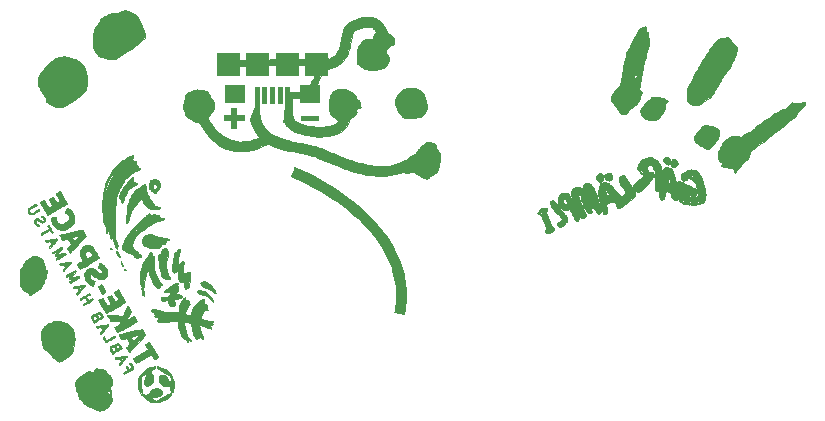
<source format=gbr>
G04 #@! TF.FileFunction,Copper,L2,Bot,Signal*
%FSLAX46Y46*%
G04 Gerber Fmt 4.6, Leading zero omitted, Abs format (unit mm)*
G04 Created by KiCad (PCBNEW 4.0.2+e4-6225~38~ubuntu16.04.1-stable) date Mit 05 Apr 2017 13:21:56 CST*
%MOMM*%
G01*
G04 APERTURE LIST*
%ADD10C,0.100000*%
%ADD11C,0.010000*%
%ADD12C,1.400000*%
%ADD13C,1.200000*%
G04 APERTURE END LIST*
D10*
D11*
G36*
X65344650Y-152355307D02*
X65418762Y-152366535D01*
X65518578Y-152385226D01*
X65628777Y-152408390D01*
X65698352Y-152424341D01*
X65927953Y-152479011D01*
X66155624Y-152704213D01*
X66250821Y-152800177D01*
X66321591Y-152876968D01*
X66375018Y-152943685D01*
X66418185Y-153009425D01*
X66458178Y-153083285D01*
X66471077Y-153109333D01*
X66543887Y-153292163D01*
X66584293Y-153472434D01*
X66590554Y-153641572D01*
X66586750Y-153679816D01*
X66574315Y-153739679D01*
X66549259Y-153787890D01*
X66502617Y-153839041D01*
X66471324Y-153867683D01*
X66398968Y-153946102D01*
X66367808Y-154016418D01*
X66377649Y-154079411D01*
X66408457Y-154119217D01*
X66426547Y-154142479D01*
X66439204Y-154177537D01*
X66447853Y-154232548D01*
X66453921Y-154315671D01*
X66457602Y-154400500D01*
X66465658Y-154538071D01*
X66479380Y-154645254D01*
X66500522Y-154733811D01*
X66512729Y-154770183D01*
X66542462Y-154862249D01*
X66555834Y-154940517D01*
X66551460Y-155015797D01*
X66527955Y-155098901D01*
X66483935Y-155200639D01*
X66448374Y-155272609D01*
X66337423Y-155462179D01*
X66214872Y-155613899D01*
X66077350Y-155731449D01*
X65967948Y-155796600D01*
X65876380Y-155836907D01*
X65767886Y-155875783D01*
X65655614Y-155909372D01*
X65552716Y-155933820D01*
X65472341Y-155945273D01*
X65459403Y-155945666D01*
X65416078Y-155935124D01*
X65349344Y-155907065D01*
X65271417Y-155866842D01*
X65245831Y-155852108D01*
X65150141Y-155801454D01*
X65034368Y-155748840D01*
X64919258Y-155703498D01*
X64886667Y-155692269D01*
X64736821Y-155639533D01*
X64609433Y-155585708D01*
X64494961Y-155524946D01*
X64383863Y-155451394D01*
X64266599Y-155359203D01*
X64133626Y-155242522D01*
X64093968Y-155206223D01*
X63999921Y-155117444D01*
X63915078Y-155033354D01*
X63845227Y-154960006D01*
X63796158Y-154903454D01*
X63774838Y-154872540D01*
X63756433Y-154819281D01*
X63736417Y-154738526D01*
X63718236Y-154644809D01*
X63712871Y-154611156D01*
X63694992Y-154508059D01*
X63674253Y-154432265D01*
X63645450Y-154368808D01*
X63607813Y-154309127D01*
X63540194Y-154182968D01*
X63531382Y-154149796D01*
X64722671Y-154149796D01*
X64725757Y-154285350D01*
X64763741Y-154402619D01*
X64839661Y-154509123D01*
X64886552Y-154555127D01*
X65010249Y-154642914D01*
X65139116Y-154688852D01*
X65272427Y-154692818D01*
X65409451Y-154654689D01*
X65427594Y-154646590D01*
X65542320Y-154573312D01*
X65635371Y-154474526D01*
X65700533Y-154359286D01*
X65714648Y-154303550D01*
X66146953Y-154303550D01*
X66149084Y-154367019D01*
X66180840Y-154430419D01*
X66214816Y-154464334D01*
X66287641Y-154501758D01*
X66360669Y-154497588D01*
X66390891Y-154484421D01*
X66421436Y-154446497D01*
X66432645Y-154385181D01*
X66422115Y-154315881D01*
X66418685Y-154306198D01*
X66384711Y-154265885D01*
X66326848Y-154233379D01*
X66263539Y-154217148D01*
X66229081Y-154219110D01*
X66173825Y-154250689D01*
X66146953Y-154303550D01*
X65714648Y-154303550D01*
X65731592Y-154236648D01*
X65733333Y-154201042D01*
X65714191Y-154070856D01*
X65661119Y-153946980D01*
X65580643Y-153838305D01*
X65479293Y-153753717D01*
X65367712Y-153703230D01*
X65221331Y-153682662D01*
X65081283Y-153702404D01*
X64953084Y-153761054D01*
X64867128Y-153830628D01*
X64790907Y-153923402D01*
X64745084Y-154024474D01*
X64722729Y-154149150D01*
X64722671Y-154149796D01*
X63531382Y-154149796D01*
X63510849Y-154072513D01*
X63493677Y-153985426D01*
X63468976Y-153881752D01*
X63444422Y-153792068D01*
X63398418Y-153637102D01*
X63443331Y-153537259D01*
X63476751Y-153461033D01*
X63508211Y-153386231D01*
X63518057Y-153361793D01*
X63573529Y-153264659D01*
X63662354Y-153162149D01*
X63777266Y-153060812D01*
X63910997Y-152967197D01*
X64029417Y-152900883D01*
X64114413Y-152853195D01*
X64209238Y-152792108D01*
X64283417Y-152738363D01*
X64361076Y-152681781D01*
X64444181Y-152627769D01*
X64522959Y-152581995D01*
X64587638Y-152550129D01*
X64628445Y-152537840D01*
X64629052Y-152537833D01*
X64655543Y-152550032D01*
X64701341Y-152581009D01*
X64727917Y-152601333D01*
X64787065Y-152642973D01*
X64837621Y-152661577D01*
X64887152Y-152654944D01*
X64943225Y-152620871D01*
X65013407Y-152557158D01*
X65066294Y-152502887D01*
X65220550Y-152340942D01*
X65344650Y-152355307D01*
X65344650Y-152355307D01*
G37*
X65344650Y-152355307D02*
X65418762Y-152366535D01*
X65518578Y-152385226D01*
X65628777Y-152408390D01*
X65698352Y-152424341D01*
X65927953Y-152479011D01*
X66155624Y-152704213D01*
X66250821Y-152800177D01*
X66321591Y-152876968D01*
X66375018Y-152943685D01*
X66418185Y-153009425D01*
X66458178Y-153083285D01*
X66471077Y-153109333D01*
X66543887Y-153292163D01*
X66584293Y-153472434D01*
X66590554Y-153641572D01*
X66586750Y-153679816D01*
X66574315Y-153739679D01*
X66549259Y-153787890D01*
X66502617Y-153839041D01*
X66471324Y-153867683D01*
X66398968Y-153946102D01*
X66367808Y-154016418D01*
X66377649Y-154079411D01*
X66408457Y-154119217D01*
X66426547Y-154142479D01*
X66439204Y-154177537D01*
X66447853Y-154232548D01*
X66453921Y-154315671D01*
X66457602Y-154400500D01*
X66465658Y-154538071D01*
X66479380Y-154645254D01*
X66500522Y-154733811D01*
X66512729Y-154770183D01*
X66542462Y-154862249D01*
X66555834Y-154940517D01*
X66551460Y-155015797D01*
X66527955Y-155098901D01*
X66483935Y-155200639D01*
X66448374Y-155272609D01*
X66337423Y-155462179D01*
X66214872Y-155613899D01*
X66077350Y-155731449D01*
X65967948Y-155796600D01*
X65876380Y-155836907D01*
X65767886Y-155875783D01*
X65655614Y-155909372D01*
X65552716Y-155933820D01*
X65472341Y-155945273D01*
X65459403Y-155945666D01*
X65416078Y-155935124D01*
X65349344Y-155907065D01*
X65271417Y-155866842D01*
X65245831Y-155852108D01*
X65150141Y-155801454D01*
X65034368Y-155748840D01*
X64919258Y-155703498D01*
X64886667Y-155692269D01*
X64736821Y-155639533D01*
X64609433Y-155585708D01*
X64494961Y-155524946D01*
X64383863Y-155451394D01*
X64266599Y-155359203D01*
X64133626Y-155242522D01*
X64093968Y-155206223D01*
X63999921Y-155117444D01*
X63915078Y-155033354D01*
X63845227Y-154960006D01*
X63796158Y-154903454D01*
X63774838Y-154872540D01*
X63756433Y-154819281D01*
X63736417Y-154738526D01*
X63718236Y-154644809D01*
X63712871Y-154611156D01*
X63694992Y-154508059D01*
X63674253Y-154432265D01*
X63645450Y-154368808D01*
X63607813Y-154309127D01*
X63540194Y-154182968D01*
X63531382Y-154149796D01*
X64722671Y-154149796D01*
X64725757Y-154285350D01*
X64763741Y-154402619D01*
X64839661Y-154509123D01*
X64886552Y-154555127D01*
X65010249Y-154642914D01*
X65139116Y-154688852D01*
X65272427Y-154692818D01*
X65409451Y-154654689D01*
X65427594Y-154646590D01*
X65542320Y-154573312D01*
X65635371Y-154474526D01*
X65700533Y-154359286D01*
X65714648Y-154303550D01*
X66146953Y-154303550D01*
X66149084Y-154367019D01*
X66180840Y-154430419D01*
X66214816Y-154464334D01*
X66287641Y-154501758D01*
X66360669Y-154497588D01*
X66390891Y-154484421D01*
X66421436Y-154446497D01*
X66432645Y-154385181D01*
X66422115Y-154315881D01*
X66418685Y-154306198D01*
X66384711Y-154265885D01*
X66326848Y-154233379D01*
X66263539Y-154217148D01*
X66229081Y-154219110D01*
X66173825Y-154250689D01*
X66146953Y-154303550D01*
X65714648Y-154303550D01*
X65731592Y-154236648D01*
X65733333Y-154201042D01*
X65714191Y-154070856D01*
X65661119Y-153946980D01*
X65580643Y-153838305D01*
X65479293Y-153753717D01*
X65367712Y-153703230D01*
X65221331Y-153682662D01*
X65081283Y-153702404D01*
X64953084Y-153761054D01*
X64867128Y-153830628D01*
X64790907Y-153923402D01*
X64745084Y-154024474D01*
X64722729Y-154149150D01*
X64722671Y-154149796D01*
X63531382Y-154149796D01*
X63510849Y-154072513D01*
X63493677Y-153985426D01*
X63468976Y-153881752D01*
X63444422Y-153792068D01*
X63398418Y-153637102D01*
X63443331Y-153537259D01*
X63476751Y-153461033D01*
X63508211Y-153386231D01*
X63518057Y-153361793D01*
X63573529Y-153264659D01*
X63662354Y-153162149D01*
X63777266Y-153060812D01*
X63910997Y-152967197D01*
X64029417Y-152900883D01*
X64114413Y-152853195D01*
X64209238Y-152792108D01*
X64283417Y-152738363D01*
X64361076Y-152681781D01*
X64444181Y-152627769D01*
X64522959Y-152581995D01*
X64587638Y-152550129D01*
X64628445Y-152537840D01*
X64629052Y-152537833D01*
X64655543Y-152550032D01*
X64701341Y-152581009D01*
X64727917Y-152601333D01*
X64787065Y-152642973D01*
X64837621Y-152661577D01*
X64887152Y-152654944D01*
X64943225Y-152620871D01*
X65013407Y-152557158D01*
X65066294Y-152502887D01*
X65220550Y-152340942D01*
X65344650Y-152355307D01*
G36*
X70365560Y-154043929D02*
X70501744Y-154071089D01*
X70625288Y-154122723D01*
X70728434Y-154197988D01*
X70803427Y-154296047D01*
X70805704Y-154300380D01*
X70830623Y-154388293D01*
X70817636Y-154474141D01*
X70771133Y-154554096D01*
X70695504Y-154624328D01*
X70595140Y-154681010D01*
X70474431Y-154720311D01*
X70337767Y-154738405D01*
X70302555Y-154739166D01*
X70215281Y-154741844D01*
X70151087Y-154753180D01*
X70090882Y-154778128D01*
X70038766Y-154807611D01*
X69979457Y-154844692D01*
X69938149Y-154873589D01*
X69924473Y-154886986D01*
X69941559Y-154901114D01*
X69986249Y-154929772D01*
X70048879Y-154967409D01*
X70119786Y-155008470D01*
X70189307Y-155047405D01*
X70247778Y-155078659D01*
X70285538Y-155096680D01*
X70293427Y-155099000D01*
X70314582Y-155088793D01*
X70367810Y-155059877D01*
X70448582Y-155014805D01*
X70552367Y-154956133D01*
X70674633Y-154886413D01*
X70810849Y-154808201D01*
X70879108Y-154768825D01*
X71039204Y-154676495D01*
X71166929Y-154603455D01*
X71266493Y-154547683D01*
X71342104Y-154507160D01*
X71397971Y-154479864D01*
X71438302Y-154463775D01*
X71467306Y-154456873D01*
X71489192Y-154457135D01*
X71508167Y-154462543D01*
X71512985Y-154464476D01*
X71556005Y-154486018D01*
X71575133Y-154502960D01*
X71575194Y-154503609D01*
X71560467Y-154538988D01*
X71520309Y-154596584D01*
X71460059Y-154669539D01*
X71385057Y-154750997D01*
X71372347Y-154764054D01*
X71181236Y-154930354D01*
X70971983Y-155058548D01*
X70745605Y-155148278D01*
X70503117Y-155199188D01*
X70245537Y-155210921D01*
X70121530Y-155202993D01*
X69885334Y-155159336D01*
X69656250Y-155076661D01*
X69440796Y-154958276D01*
X69245489Y-154807493D01*
X69144057Y-154706549D01*
X69072882Y-154626911D01*
X69028774Y-154571037D01*
X69009086Y-154532541D01*
X69011172Y-154505035D01*
X69032385Y-154482130D01*
X69046871Y-154472011D01*
X69074137Y-154455912D01*
X69099904Y-154449301D01*
X69131919Y-154454559D01*
X69177930Y-154474069D01*
X69245682Y-154510214D01*
X69334138Y-154560358D01*
X69431859Y-154616183D01*
X69593205Y-154524216D01*
X69670959Y-154478774D01*
X69718719Y-154446014D01*
X69743756Y-154418537D01*
X69753344Y-154388945D01*
X69754775Y-154359830D01*
X69761887Y-154310034D01*
X69787808Y-154263035D01*
X69839929Y-154206118D01*
X69849548Y-154196816D01*
X69958729Y-154117685D01*
X70086296Y-154066386D01*
X70224492Y-154042081D01*
X70365560Y-154043929D01*
X70365560Y-154043929D01*
G37*
X70365560Y-154043929D02*
X70501744Y-154071089D01*
X70625288Y-154122723D01*
X70728434Y-154197988D01*
X70803427Y-154296047D01*
X70805704Y-154300380D01*
X70830623Y-154388293D01*
X70817636Y-154474141D01*
X70771133Y-154554096D01*
X70695504Y-154624328D01*
X70595140Y-154681010D01*
X70474431Y-154720311D01*
X70337767Y-154738405D01*
X70302555Y-154739166D01*
X70215281Y-154741844D01*
X70151087Y-154753180D01*
X70090882Y-154778128D01*
X70038766Y-154807611D01*
X69979457Y-154844692D01*
X69938149Y-154873589D01*
X69924473Y-154886986D01*
X69941559Y-154901114D01*
X69986249Y-154929772D01*
X70048879Y-154967409D01*
X70119786Y-155008470D01*
X70189307Y-155047405D01*
X70247778Y-155078659D01*
X70285538Y-155096680D01*
X70293427Y-155099000D01*
X70314582Y-155088793D01*
X70367810Y-155059877D01*
X70448582Y-155014805D01*
X70552367Y-154956133D01*
X70674633Y-154886413D01*
X70810849Y-154808201D01*
X70879108Y-154768825D01*
X71039204Y-154676495D01*
X71166929Y-154603455D01*
X71266493Y-154547683D01*
X71342104Y-154507160D01*
X71397971Y-154479864D01*
X71438302Y-154463775D01*
X71467306Y-154456873D01*
X71489192Y-154457135D01*
X71508167Y-154462543D01*
X71512985Y-154464476D01*
X71556005Y-154486018D01*
X71575133Y-154502960D01*
X71575194Y-154503609D01*
X71560467Y-154538988D01*
X71520309Y-154596584D01*
X71460059Y-154669539D01*
X71385057Y-154750997D01*
X71372347Y-154764054D01*
X71181236Y-154930354D01*
X70971983Y-155058548D01*
X70745605Y-155148278D01*
X70503117Y-155199188D01*
X70245537Y-155210921D01*
X70121530Y-155202993D01*
X69885334Y-155159336D01*
X69656250Y-155076661D01*
X69440796Y-154958276D01*
X69245489Y-154807493D01*
X69144057Y-154706549D01*
X69072882Y-154626911D01*
X69028774Y-154571037D01*
X69009086Y-154532541D01*
X69011172Y-154505035D01*
X69032385Y-154482130D01*
X69046871Y-154472011D01*
X69074137Y-154455912D01*
X69099904Y-154449301D01*
X69131919Y-154454559D01*
X69177930Y-154474069D01*
X69245682Y-154510214D01*
X69334138Y-154560358D01*
X69431859Y-154616183D01*
X69593205Y-154524216D01*
X69670959Y-154478774D01*
X69718719Y-154446014D01*
X69743756Y-154418537D01*
X69753344Y-154388945D01*
X69754775Y-154359830D01*
X69761887Y-154310034D01*
X69787808Y-154263035D01*
X69839929Y-154206118D01*
X69849548Y-154196816D01*
X69958729Y-154117685D01*
X70086296Y-154066386D01*
X70224492Y-154042081D01*
X70365560Y-154043929D01*
G36*
X70199500Y-152247957D02*
X70197586Y-152283738D01*
X70187270Y-152311597D01*
X70161687Y-152338305D01*
X70113976Y-152370633D01*
X70037272Y-152415352D01*
X70019723Y-152425316D01*
X69839946Y-152527250D01*
X69839806Y-152676788D01*
X69839667Y-152826326D01*
X69912793Y-152861197D01*
X69987685Y-152918575D01*
X70036745Y-153002294D01*
X70060607Y-153105655D01*
X70059900Y-153221956D01*
X70035256Y-153344496D01*
X69987306Y-153466575D01*
X69916683Y-153581490D01*
X69836477Y-153671185D01*
X69724081Y-153761736D01*
X69620427Y-153813154D01*
X69521370Y-153826630D01*
X69422767Y-153803355D01*
X69404593Y-153795282D01*
X69338503Y-153743047D01*
X69285942Y-153661944D01*
X69253756Y-153564903D01*
X69247000Y-153497597D01*
X69265459Y-153358150D01*
X69318260Y-153211845D01*
X69383279Y-153096526D01*
X69428524Y-153020848D01*
X69451489Y-152957649D01*
X69458577Y-152888272D01*
X69458667Y-152876825D01*
X69455125Y-152816343D01*
X69446067Y-152777898D01*
X69438923Y-152770666D01*
X69413384Y-152780618D01*
X69359859Y-152807513D01*
X69286898Y-152846911D01*
X69224923Y-152881791D01*
X69030665Y-152992916D01*
X69044011Y-153664193D01*
X69057357Y-154335469D01*
X68994480Y-154367984D01*
X68949155Y-154390117D01*
X68923107Y-154400407D01*
X68922219Y-154400500D01*
X68910292Y-154382439D01*
X68887950Y-154335038D01*
X68859979Y-154268466D01*
X68859342Y-154266876D01*
X68782777Y-154022343D01*
X68746681Y-153776246D01*
X68750283Y-153532504D01*
X68792811Y-153295041D01*
X68873495Y-153067778D01*
X68991563Y-152854638D01*
X69146245Y-152659542D01*
X69182770Y-152621770D01*
X69361006Y-152470322D01*
X69562581Y-152346053D01*
X69778473Y-152253393D01*
X69999662Y-152196774D01*
X70067208Y-152187309D01*
X70199500Y-152172531D01*
X70199500Y-152247957D01*
X70199500Y-152247957D01*
G37*
X70199500Y-152247957D02*
X70197586Y-152283738D01*
X70187270Y-152311597D01*
X70161687Y-152338305D01*
X70113976Y-152370633D01*
X70037272Y-152415352D01*
X70019723Y-152425316D01*
X69839946Y-152527250D01*
X69839806Y-152676788D01*
X69839667Y-152826326D01*
X69912793Y-152861197D01*
X69987685Y-152918575D01*
X70036745Y-153002294D01*
X70060607Y-153105655D01*
X70059900Y-153221956D01*
X70035256Y-153344496D01*
X69987306Y-153466575D01*
X69916683Y-153581490D01*
X69836477Y-153671185D01*
X69724081Y-153761736D01*
X69620427Y-153813154D01*
X69521370Y-153826630D01*
X69422767Y-153803355D01*
X69404593Y-153795282D01*
X69338503Y-153743047D01*
X69285942Y-153661944D01*
X69253756Y-153564903D01*
X69247000Y-153497597D01*
X69265459Y-153358150D01*
X69318260Y-153211845D01*
X69383279Y-153096526D01*
X69428524Y-153020848D01*
X69451489Y-152957649D01*
X69458577Y-152888272D01*
X69458667Y-152876825D01*
X69455125Y-152816343D01*
X69446067Y-152777898D01*
X69438923Y-152770666D01*
X69413384Y-152780618D01*
X69359859Y-152807513D01*
X69286898Y-152846911D01*
X69224923Y-152881791D01*
X69030665Y-152992916D01*
X69044011Y-153664193D01*
X69057357Y-154335469D01*
X68994480Y-154367984D01*
X68949155Y-154390117D01*
X68923107Y-154400407D01*
X68922219Y-154400500D01*
X68910292Y-154382439D01*
X68887950Y-154335038D01*
X68859979Y-154268466D01*
X68859342Y-154266876D01*
X68782777Y-154022343D01*
X68746681Y-153776246D01*
X68750283Y-153532504D01*
X68792811Y-153295041D01*
X68873495Y-153067778D01*
X68991563Y-152854638D01*
X69146245Y-152659542D01*
X69182770Y-152621770D01*
X69361006Y-152470322D01*
X69562581Y-152346053D01*
X69778473Y-152253393D01*
X69999662Y-152196774D01*
X70067208Y-152187309D01*
X70199500Y-152172531D01*
X70199500Y-152247957D01*
G36*
X70412424Y-152181738D02*
X70490199Y-152194088D01*
X70564106Y-152207974D01*
X70804018Y-152274462D01*
X71025667Y-152376642D01*
X71225914Y-152510935D01*
X71401619Y-152673764D01*
X71549643Y-152861551D01*
X71666848Y-153070717D01*
X71750093Y-153297686D01*
X71796239Y-153538878D01*
X71802722Y-153619669D01*
X71803051Y-153778773D01*
X71788791Y-153938884D01*
X71761861Y-154090349D01*
X71724182Y-154223511D01*
X71677673Y-154328718D01*
X71654694Y-154363946D01*
X71632948Y-154386101D01*
X71607940Y-154384330D01*
X71570732Y-154363488D01*
X71544405Y-154345215D01*
X71527336Y-154323442D01*
X71517161Y-154289034D01*
X71511517Y-154232858D01*
X71508042Y-154145780D01*
X71507232Y-154118035D01*
X71501250Y-153908036D01*
X71387944Y-153844076D01*
X71324427Y-153809495D01*
X71284193Y-153794108D01*
X71254006Y-153795694D01*
X71220630Y-153812036D01*
X71215345Y-153815141D01*
X71120111Y-153848770D01*
X71017785Y-153846215D01*
X70913295Y-153811880D01*
X70811574Y-153750173D01*
X70717549Y-153665497D01*
X70636153Y-153562258D01*
X70572314Y-153444863D01*
X70530963Y-153317717D01*
X70517000Y-153191113D01*
X70531270Y-153068997D01*
X70571080Y-152976348D01*
X70631930Y-152912804D01*
X70709317Y-152878006D01*
X70798742Y-152871592D01*
X70895704Y-152893203D01*
X70995702Y-152942476D01*
X71094234Y-153019053D01*
X71186801Y-153122571D01*
X71268179Y-153251303D01*
X71322335Y-153338209D01*
X71381419Y-153396831D01*
X71422271Y-153422933D01*
X71511833Y-153472338D01*
X71511600Y-153306710D01*
X71512276Y-153222835D01*
X71512180Y-153155232D01*
X71507731Y-153100034D01*
X71495350Y-153053377D01*
X71471456Y-153011393D01*
X71432470Y-152970217D01*
X71374812Y-152925983D01*
X71294900Y-152874825D01*
X71189156Y-152812876D01*
X71054000Y-152736271D01*
X70905730Y-152652439D01*
X70326500Y-152323573D01*
X70326500Y-152250786D01*
X70328337Y-152213210D01*
X70338559Y-152190025D01*
X70364232Y-152179959D01*
X70412424Y-152181738D01*
X70412424Y-152181738D01*
G37*
X70412424Y-152181738D02*
X70490199Y-152194088D01*
X70564106Y-152207974D01*
X70804018Y-152274462D01*
X71025667Y-152376642D01*
X71225914Y-152510935D01*
X71401619Y-152673764D01*
X71549643Y-152861551D01*
X71666848Y-153070717D01*
X71750093Y-153297686D01*
X71796239Y-153538878D01*
X71802722Y-153619669D01*
X71803051Y-153778773D01*
X71788791Y-153938884D01*
X71761861Y-154090349D01*
X71724182Y-154223511D01*
X71677673Y-154328718D01*
X71654694Y-154363946D01*
X71632948Y-154386101D01*
X71607940Y-154384330D01*
X71570732Y-154363488D01*
X71544405Y-154345215D01*
X71527336Y-154323442D01*
X71517161Y-154289034D01*
X71511517Y-154232858D01*
X71508042Y-154145780D01*
X71507232Y-154118035D01*
X71501250Y-153908036D01*
X71387944Y-153844076D01*
X71324427Y-153809495D01*
X71284193Y-153794108D01*
X71254006Y-153795694D01*
X71220630Y-153812036D01*
X71215345Y-153815141D01*
X71120111Y-153848770D01*
X71017785Y-153846215D01*
X70913295Y-153811880D01*
X70811574Y-153750173D01*
X70717549Y-153665497D01*
X70636153Y-153562258D01*
X70572314Y-153444863D01*
X70530963Y-153317717D01*
X70517000Y-153191113D01*
X70531270Y-153068997D01*
X70571080Y-152976348D01*
X70631930Y-152912804D01*
X70709317Y-152878006D01*
X70798742Y-152871592D01*
X70895704Y-152893203D01*
X70995702Y-152942476D01*
X71094234Y-153019053D01*
X71186801Y-153122571D01*
X71268179Y-153251303D01*
X71322335Y-153338209D01*
X71381419Y-153396831D01*
X71422271Y-153422933D01*
X71511833Y-153472338D01*
X71511600Y-153306710D01*
X71512276Y-153222835D01*
X71512180Y-153155232D01*
X71507731Y-153100034D01*
X71495350Y-153053377D01*
X71471456Y-153011393D01*
X71432470Y-152970217D01*
X71374812Y-152925983D01*
X71294900Y-152874825D01*
X71189156Y-152812876D01*
X71054000Y-152736271D01*
X70905730Y-152652439D01*
X70326500Y-152323573D01*
X70326500Y-152250786D01*
X70328337Y-152213210D01*
X70338559Y-152190025D01*
X70364232Y-152179959D01*
X70412424Y-152181738D01*
G36*
X68251224Y-152074012D02*
X68304054Y-152165676D01*
X68342206Y-152240520D01*
X68362557Y-152291954D01*
X68363932Y-152311800D01*
X68348890Y-152346852D01*
X68347741Y-152354915D01*
X68330445Y-152368916D01*
X68283068Y-152400216D01*
X68212156Y-152444892D01*
X68124258Y-152499020D01*
X68025920Y-152558677D01*
X67923690Y-152619938D01*
X67824117Y-152678881D01*
X67733747Y-152731583D01*
X67659127Y-152774118D01*
X67606806Y-152802565D01*
X67583331Y-152812999D01*
X67583294Y-152813000D01*
X67569589Y-152796398D01*
X67546572Y-152756237D01*
X67545483Y-152754140D01*
X67515045Y-152695280D01*
X67693106Y-152593998D01*
X67769257Y-152549227D01*
X67829151Y-152511242D01*
X67864775Y-152485280D01*
X67871167Y-152477651D01*
X67860435Y-152450145D01*
X67842705Y-152420834D01*
X67815738Y-152378524D01*
X67778497Y-152316876D01*
X67756803Y-152279865D01*
X67699362Y-152180646D01*
X67758277Y-152149778D01*
X67817192Y-152118909D01*
X67900395Y-152259579D01*
X67940588Y-152327230D01*
X67971801Y-152379201D01*
X67988370Y-152406074D01*
X67989453Y-152407640D01*
X68010484Y-152403947D01*
X68054085Y-152383375D01*
X68108018Y-152353131D01*
X68160040Y-152320426D01*
X68197911Y-152292467D01*
X68209833Y-152277858D01*
X68199472Y-152251560D01*
X68171825Y-152198964D01*
X68132049Y-152129668D01*
X68114583Y-152100554D01*
X68071773Y-152029247D01*
X68038936Y-151973036D01*
X68021121Y-151940638D01*
X68019333Y-151936266D01*
X68034932Y-151920761D01*
X68070990Y-151895021D01*
X68122648Y-151861174D01*
X68251224Y-152074012D01*
X68251224Y-152074012D01*
G37*
X68251224Y-152074012D02*
X68304054Y-152165676D01*
X68342206Y-152240520D01*
X68362557Y-152291954D01*
X68363932Y-152311800D01*
X68348890Y-152346852D01*
X68347741Y-152354915D01*
X68330445Y-152368916D01*
X68283068Y-152400216D01*
X68212156Y-152444892D01*
X68124258Y-152499020D01*
X68025920Y-152558677D01*
X67923690Y-152619938D01*
X67824117Y-152678881D01*
X67733747Y-152731583D01*
X67659127Y-152774118D01*
X67606806Y-152802565D01*
X67583331Y-152812999D01*
X67583294Y-152813000D01*
X67569589Y-152796398D01*
X67546572Y-152756237D01*
X67545483Y-152754140D01*
X67515045Y-152695280D01*
X67693106Y-152593998D01*
X67769257Y-152549227D01*
X67829151Y-152511242D01*
X67864775Y-152485280D01*
X67871167Y-152477651D01*
X67860435Y-152450145D01*
X67842705Y-152420834D01*
X67815738Y-152378524D01*
X67778497Y-152316876D01*
X67756803Y-152279865D01*
X67699362Y-152180646D01*
X67758277Y-152149778D01*
X67817192Y-152118909D01*
X67900395Y-152259579D01*
X67940588Y-152327230D01*
X67971801Y-152379201D01*
X67988370Y-152406074D01*
X67989453Y-152407640D01*
X68010484Y-152403947D01*
X68054085Y-152383375D01*
X68108018Y-152353131D01*
X68160040Y-152320426D01*
X68197911Y-152292467D01*
X68209833Y-152277858D01*
X68199472Y-152251560D01*
X68171825Y-152198964D01*
X68132049Y-152129668D01*
X68114583Y-152100554D01*
X68071773Y-152029247D01*
X68038936Y-151973036D01*
X68021121Y-151940638D01*
X68019333Y-151936266D01*
X68034932Y-151920761D01*
X68070990Y-151895021D01*
X68122648Y-151861174D01*
X68251224Y-152074012D01*
G36*
X67761681Y-151268735D02*
X67775961Y-151277454D01*
X67781493Y-151283775D01*
X67800496Y-151321218D01*
X67801508Y-151339224D01*
X67785979Y-151362241D01*
X67748033Y-151411038D01*
X67692370Y-151480028D01*
X67623689Y-151563624D01*
X67546689Y-151656241D01*
X67466069Y-151752292D01*
X67386529Y-151846189D01*
X67312768Y-151932347D01*
X67249485Y-152005179D01*
X67201379Y-152059098D01*
X67173150Y-152088519D01*
X67168051Y-152092297D01*
X67148633Y-152076361D01*
X67123095Y-152036539D01*
X67122813Y-152036001D01*
X67109030Y-152004977D01*
X67108624Y-151978026D01*
X67125791Y-151945121D01*
X67164724Y-151896239D01*
X67196911Y-151858939D01*
X67301049Y-151739209D01*
X67231566Y-151620355D01*
X67191239Y-151559220D01*
X67154250Y-151516440D01*
X67130333Y-151501827D01*
X67093873Y-151506252D01*
X67030758Y-151517444D01*
X66965557Y-151530689D01*
X66832532Y-151559225D01*
X66800776Y-151497815D01*
X66789054Y-151470110D01*
X67299667Y-151470110D01*
X67309391Y-151490886D01*
X67333791Y-151534695D01*
X67345157Y-151554181D01*
X67390648Y-151631282D01*
X67471255Y-151539516D01*
X67515141Y-151486797D01*
X67544790Y-151445916D01*
X67552764Y-151429610D01*
X67538237Y-151419516D01*
X67524623Y-151422615D01*
X67487003Y-151432362D01*
X67426091Y-151443911D01*
X67397623Y-151448450D01*
X67340075Y-151458418D01*
X67304849Y-151467100D01*
X67299667Y-151470110D01*
X66789054Y-151470110D01*
X66781893Y-151453188D01*
X66786837Y-151431912D01*
X66796218Y-151427131D01*
X66824213Y-151420785D01*
X66887506Y-151408163D01*
X66979729Y-151390481D01*
X67094516Y-151368950D01*
X67225499Y-151344786D01*
X67289083Y-151333184D01*
X67440644Y-151305860D01*
X67555958Y-151285884D01*
X67640372Y-151272720D01*
X67699233Y-151265831D01*
X67737888Y-151264682D01*
X67761681Y-151268735D01*
X67761681Y-151268735D01*
G37*
X67761681Y-151268735D02*
X67775961Y-151277454D01*
X67781493Y-151283775D01*
X67800496Y-151321218D01*
X67801508Y-151339224D01*
X67785979Y-151362241D01*
X67748033Y-151411038D01*
X67692370Y-151480028D01*
X67623689Y-151563624D01*
X67546689Y-151656241D01*
X67466069Y-151752292D01*
X67386529Y-151846189D01*
X67312768Y-151932347D01*
X67249485Y-152005179D01*
X67201379Y-152059098D01*
X67173150Y-152088519D01*
X67168051Y-152092297D01*
X67148633Y-152076361D01*
X67123095Y-152036539D01*
X67122813Y-152036001D01*
X67109030Y-152004977D01*
X67108624Y-151978026D01*
X67125791Y-151945121D01*
X67164724Y-151896239D01*
X67196911Y-151858939D01*
X67301049Y-151739209D01*
X67231566Y-151620355D01*
X67191239Y-151559220D01*
X67154250Y-151516440D01*
X67130333Y-151501827D01*
X67093873Y-151506252D01*
X67030758Y-151517444D01*
X66965557Y-151530689D01*
X66832532Y-151559225D01*
X66800776Y-151497815D01*
X66789054Y-151470110D01*
X67299667Y-151470110D01*
X67309391Y-151490886D01*
X67333791Y-151534695D01*
X67345157Y-151554181D01*
X67390648Y-151631282D01*
X67471255Y-151539516D01*
X67515141Y-151486797D01*
X67544790Y-151445916D01*
X67552764Y-151429610D01*
X67538237Y-151419516D01*
X67524623Y-151422615D01*
X67487003Y-151432362D01*
X67426091Y-151443911D01*
X67397623Y-151448450D01*
X67340075Y-151458418D01*
X67304849Y-151467100D01*
X67299667Y-151470110D01*
X66789054Y-151470110D01*
X66781893Y-151453188D01*
X66786837Y-151431912D01*
X66796218Y-151427131D01*
X66824213Y-151420785D01*
X66887506Y-151408163D01*
X66979729Y-151390481D01*
X67094516Y-151368950D01*
X67225499Y-151344786D01*
X67289083Y-151333184D01*
X67440644Y-151305860D01*
X67555958Y-151285884D01*
X67640372Y-151272720D01*
X67699233Y-151265831D01*
X67737888Y-151264682D01*
X67761681Y-151268735D01*
G36*
X70029578Y-150640048D02*
X70115009Y-150783736D01*
X70196112Y-150920251D01*
X70269607Y-151044064D01*
X70332215Y-151149645D01*
X70380656Y-151231467D01*
X70411650Y-151284000D01*
X70416786Y-151292761D01*
X70474658Y-151391773D01*
X70342371Y-151470316D01*
X70270076Y-151513348D01*
X70207017Y-151551070D01*
X70166693Y-151575408D01*
X70166348Y-151575619D01*
X70146600Y-151584573D01*
X70127735Y-151581291D01*
X70104991Y-151560530D01*
X70073607Y-151517046D01*
X70028823Y-151445595D01*
X69990343Y-151381792D01*
X69938449Y-151297733D01*
X69893649Y-151229794D01*
X69860584Y-151184697D01*
X69843896Y-151169161D01*
X69843578Y-151169279D01*
X69822439Y-151181400D01*
X69768949Y-151212181D01*
X69687427Y-151259132D01*
X69582196Y-151319764D01*
X69457576Y-151391587D01*
X69317886Y-151472112D01*
X69199980Y-151540092D01*
X69051825Y-151625379D01*
X68915601Y-151703531D01*
X68795569Y-151772123D01*
X68695993Y-151828731D01*
X68621136Y-151870929D01*
X68575260Y-151896292D01*
X68562296Y-151902833D01*
X68548680Y-151885812D01*
X68518359Y-151839679D01*
X68476060Y-151771825D01*
X68434691Y-151703379D01*
X68386572Y-151621112D01*
X68347946Y-151551962D01*
X68323257Y-151504090D01*
X68316531Y-151486421D01*
X68334454Y-151472191D01*
X68385025Y-151439581D01*
X68464065Y-151391093D01*
X68567400Y-151329231D01*
X68690853Y-151256499D01*
X68830247Y-151175399D01*
X68961070Y-151100080D01*
X69110497Y-151014009D01*
X69247247Y-150934380D01*
X69367214Y-150863649D01*
X69466292Y-150804276D01*
X69540372Y-150758718D01*
X69585350Y-150729433D01*
X69597597Y-150719080D01*
X69584343Y-150697018D01*
X69554000Y-150646712D01*
X69511384Y-150576143D01*
X69471641Y-150510380D01*
X69423334Y-150429128D01*
X69384517Y-150361283D01*
X69359717Y-150314924D01*
X69353013Y-150298714D01*
X69370295Y-150282387D01*
X69416550Y-150251012D01*
X69483646Y-150209914D01*
X69526718Y-150184964D01*
X69700243Y-150086346D01*
X70029578Y-150640048D01*
X70029578Y-150640048D01*
G37*
X70029578Y-150640048D02*
X70115009Y-150783736D01*
X70196112Y-150920251D01*
X70269607Y-151044064D01*
X70332215Y-151149645D01*
X70380656Y-151231467D01*
X70411650Y-151284000D01*
X70416786Y-151292761D01*
X70474658Y-151391773D01*
X70342371Y-151470316D01*
X70270076Y-151513348D01*
X70207017Y-151551070D01*
X70166693Y-151575408D01*
X70166348Y-151575619D01*
X70146600Y-151584573D01*
X70127735Y-151581291D01*
X70104991Y-151560530D01*
X70073607Y-151517046D01*
X70028823Y-151445595D01*
X69990343Y-151381792D01*
X69938449Y-151297733D01*
X69893649Y-151229794D01*
X69860584Y-151184697D01*
X69843896Y-151169161D01*
X69843578Y-151169279D01*
X69822439Y-151181400D01*
X69768949Y-151212181D01*
X69687427Y-151259132D01*
X69582196Y-151319764D01*
X69457576Y-151391587D01*
X69317886Y-151472112D01*
X69199980Y-151540092D01*
X69051825Y-151625379D01*
X68915601Y-151703531D01*
X68795569Y-151772123D01*
X68695993Y-151828731D01*
X68621136Y-151870929D01*
X68575260Y-151896292D01*
X68562296Y-151902833D01*
X68548680Y-151885812D01*
X68518359Y-151839679D01*
X68476060Y-151771825D01*
X68434691Y-151703379D01*
X68386572Y-151621112D01*
X68347946Y-151551962D01*
X68323257Y-151504090D01*
X68316531Y-151486421D01*
X68334454Y-151472191D01*
X68385025Y-151439581D01*
X68464065Y-151391093D01*
X68567400Y-151329231D01*
X68690853Y-151256499D01*
X68830247Y-151175399D01*
X68961070Y-151100080D01*
X69110497Y-151014009D01*
X69247247Y-150934380D01*
X69367214Y-150863649D01*
X69466292Y-150804276D01*
X69540372Y-150758718D01*
X69585350Y-150729433D01*
X69597597Y-150719080D01*
X69584343Y-150697018D01*
X69554000Y-150646712D01*
X69511384Y-150576143D01*
X69471641Y-150510380D01*
X69423334Y-150429128D01*
X69384517Y-150361283D01*
X69359717Y-150314924D01*
X69353013Y-150298714D01*
X69370295Y-150282387D01*
X69416550Y-150251012D01*
X69483646Y-150209914D01*
X69526718Y-150184964D01*
X69700243Y-150086346D01*
X70029578Y-150640048D01*
G36*
X61912750Y-148337397D02*
X62043790Y-148340115D01*
X62149651Y-148348339D01*
X62247352Y-148364196D01*
X62353910Y-148389810D01*
X62372438Y-148394824D01*
X62504806Y-148433715D01*
X62610113Y-148472797D01*
X62701508Y-148519049D01*
X62792139Y-148579450D01*
X62895154Y-148660976D01*
X62931597Y-148691576D01*
X63057123Y-148806669D01*
X63150488Y-148914270D01*
X63218483Y-149023469D01*
X63266976Y-149140583D01*
X63296690Y-149243512D01*
X63327510Y-149373495D01*
X63356397Y-149515453D01*
X63380311Y-149654311D01*
X63396210Y-149774991D01*
X63397445Y-149787636D01*
X63402871Y-149871699D01*
X63398473Y-149931288D01*
X63381687Y-149983637D01*
X63362454Y-150022822D01*
X63341390Y-150069138D01*
X63325880Y-150122022D01*
X63314360Y-150190592D01*
X63305263Y-150283963D01*
X63297665Y-150400000D01*
X63278418Y-150610789D01*
X63245811Y-150786289D01*
X63197809Y-150932002D01*
X63132379Y-151053428D01*
X63047485Y-151156069D01*
X63002833Y-151197217D01*
X62894568Y-151285855D01*
X62773293Y-151378902D01*
X62647685Y-151470247D01*
X62526423Y-151553777D01*
X62418185Y-151623382D01*
X62331649Y-151672949D01*
X62316859Y-151680330D01*
X62222346Y-151724963D01*
X62150456Y-151753104D01*
X62091158Y-151763640D01*
X62034423Y-151755456D01*
X61970221Y-151727438D01*
X61888523Y-151678473D01*
X61803594Y-151623317D01*
X61693337Y-151547743D01*
X61606382Y-151480961D01*
X61548049Y-151427250D01*
X61528415Y-151402090D01*
X61500970Y-151363521D01*
X61450824Y-151300897D01*
X61383913Y-151221342D01*
X61306174Y-151131975D01*
X61259948Y-151080103D01*
X61170362Y-150981635D01*
X61101727Y-150909878D01*
X61047582Y-150859283D01*
X61001466Y-150824302D01*
X60956919Y-150799386D01*
X60910711Y-150780189D01*
X60820340Y-150742335D01*
X60760277Y-150702749D01*
X60719611Y-150650050D01*
X60687431Y-150572856D01*
X60675043Y-150534358D01*
X60622027Y-150314138D01*
X60587727Y-150058559D01*
X60577771Y-149870886D01*
X61504099Y-149870886D01*
X61509911Y-149950780D01*
X61551517Y-150072718D01*
X61625704Y-150188109D01*
X61723047Y-150285143D01*
X61828083Y-150349436D01*
X61927444Y-150374383D01*
X62044608Y-150375616D01*
X62162904Y-150353991D01*
X62231115Y-150328734D01*
X62354719Y-150250545D01*
X62444003Y-150147839D01*
X62497946Y-150022237D01*
X62515535Y-149876804D01*
X62498153Y-149736404D01*
X62445127Y-149616041D01*
X62353392Y-149508877D01*
X62348868Y-149504763D01*
X62272304Y-149442681D01*
X62200973Y-149404694D01*
X62119438Y-149385088D01*
X62012258Y-149378151D01*
X62006406Y-149378042D01*
X61919109Y-149380036D01*
X61853888Y-149392739D01*
X61790922Y-149420803D01*
X61767388Y-149434153D01*
X61662253Y-149516875D01*
X61580082Y-149623749D01*
X61525741Y-149745008D01*
X61504099Y-149870886D01*
X60577771Y-149870886D01*
X60572439Y-149770377D01*
X60572543Y-149581493D01*
X60579250Y-149225250D01*
X60658375Y-149059536D01*
X60708206Y-148965506D01*
X60765649Y-148880955D01*
X60840216Y-148793094D01*
X60912375Y-148718061D01*
X60988809Y-148642272D01*
X61044440Y-148591409D01*
X61087771Y-148559851D01*
X61127310Y-148541977D01*
X61171559Y-148532167D01*
X61199399Y-148528368D01*
X61288290Y-148507501D01*
X61397258Y-148466708D01*
X61485149Y-148425343D01*
X61658750Y-148336250D01*
X61912750Y-148337397D01*
X61912750Y-148337397D01*
G37*
X61912750Y-148337397D02*
X62043790Y-148340115D01*
X62149651Y-148348339D01*
X62247352Y-148364196D01*
X62353910Y-148389810D01*
X62372438Y-148394824D01*
X62504806Y-148433715D01*
X62610113Y-148472797D01*
X62701508Y-148519049D01*
X62792139Y-148579450D01*
X62895154Y-148660976D01*
X62931597Y-148691576D01*
X63057123Y-148806669D01*
X63150488Y-148914270D01*
X63218483Y-149023469D01*
X63266976Y-149140583D01*
X63296690Y-149243512D01*
X63327510Y-149373495D01*
X63356397Y-149515453D01*
X63380311Y-149654311D01*
X63396210Y-149774991D01*
X63397445Y-149787636D01*
X63402871Y-149871699D01*
X63398473Y-149931288D01*
X63381687Y-149983637D01*
X63362454Y-150022822D01*
X63341390Y-150069138D01*
X63325880Y-150122022D01*
X63314360Y-150190592D01*
X63305263Y-150283963D01*
X63297665Y-150400000D01*
X63278418Y-150610789D01*
X63245811Y-150786289D01*
X63197809Y-150932002D01*
X63132379Y-151053428D01*
X63047485Y-151156069D01*
X63002833Y-151197217D01*
X62894568Y-151285855D01*
X62773293Y-151378902D01*
X62647685Y-151470247D01*
X62526423Y-151553777D01*
X62418185Y-151623382D01*
X62331649Y-151672949D01*
X62316859Y-151680330D01*
X62222346Y-151724963D01*
X62150456Y-151753104D01*
X62091158Y-151763640D01*
X62034423Y-151755456D01*
X61970221Y-151727438D01*
X61888523Y-151678473D01*
X61803594Y-151623317D01*
X61693337Y-151547743D01*
X61606382Y-151480961D01*
X61548049Y-151427250D01*
X61528415Y-151402090D01*
X61500970Y-151363521D01*
X61450824Y-151300897D01*
X61383913Y-151221342D01*
X61306174Y-151131975D01*
X61259948Y-151080103D01*
X61170362Y-150981635D01*
X61101727Y-150909878D01*
X61047582Y-150859283D01*
X61001466Y-150824302D01*
X60956919Y-150799386D01*
X60910711Y-150780189D01*
X60820340Y-150742335D01*
X60760277Y-150702749D01*
X60719611Y-150650050D01*
X60687431Y-150572856D01*
X60675043Y-150534358D01*
X60622027Y-150314138D01*
X60587727Y-150058559D01*
X60577771Y-149870886D01*
X61504099Y-149870886D01*
X61509911Y-149950780D01*
X61551517Y-150072718D01*
X61625704Y-150188109D01*
X61723047Y-150285143D01*
X61828083Y-150349436D01*
X61927444Y-150374383D01*
X62044608Y-150375616D01*
X62162904Y-150353991D01*
X62231115Y-150328734D01*
X62354719Y-150250545D01*
X62444003Y-150147839D01*
X62497946Y-150022237D01*
X62515535Y-149876804D01*
X62498153Y-149736404D01*
X62445127Y-149616041D01*
X62353392Y-149508877D01*
X62348868Y-149504763D01*
X62272304Y-149442681D01*
X62200973Y-149404694D01*
X62119438Y-149385088D01*
X62012258Y-149378151D01*
X62006406Y-149378042D01*
X61919109Y-149380036D01*
X61853888Y-149392739D01*
X61790922Y-149420803D01*
X61767388Y-149434153D01*
X61662253Y-149516875D01*
X61580082Y-149623749D01*
X61525741Y-149745008D01*
X61504099Y-149870886D01*
X60577771Y-149870886D01*
X60572439Y-149770377D01*
X60572543Y-149581493D01*
X60579250Y-149225250D01*
X60658375Y-149059536D01*
X60708206Y-148965506D01*
X60765649Y-148880955D01*
X60840216Y-148793094D01*
X60912375Y-148718061D01*
X60988809Y-148642272D01*
X61044440Y-148591409D01*
X61087771Y-148559851D01*
X61127310Y-148541977D01*
X61171559Y-148532167D01*
X61199399Y-148528368D01*
X61288290Y-148507501D01*
X61397258Y-148466708D01*
X61485149Y-148425343D01*
X61658750Y-148336250D01*
X61912750Y-148337397D01*
G36*
X67056206Y-150219860D02*
X67120198Y-150253509D01*
X67185505Y-150314457D01*
X67256171Y-150406636D01*
X67336240Y-150533979D01*
X67353379Y-150563390D01*
X67376544Y-150609248D01*
X67384258Y-150636736D01*
X67383221Y-150638993D01*
X67359548Y-150653807D01*
X67306433Y-150685090D01*
X67230375Y-150729150D01*
X67137874Y-150782291D01*
X67035429Y-150840817D01*
X66929539Y-150901036D01*
X66826705Y-150959250D01*
X66733425Y-151011767D01*
X66656199Y-151054891D01*
X66601527Y-151084927D01*
X66575908Y-151098181D01*
X66574898Y-151098500D01*
X66559646Y-151081597D01*
X66529269Y-151036769D01*
X66489659Y-150972836D01*
X66479431Y-150955625D01*
X66406741Y-150820031D01*
X66364477Y-150708587D01*
X66359594Y-150671621D01*
X66500653Y-150671621D01*
X66500972Y-150674096D01*
X66516339Y-150735866D01*
X66543302Y-150802221D01*
X66575434Y-150860855D01*
X66606309Y-150899463D01*
X66623128Y-150908000D01*
X66649965Y-150897994D01*
X66700977Y-150872001D01*
X66753693Y-150842253D01*
X66813651Y-150806724D01*
X66856909Y-150780429D01*
X66872569Y-150770170D01*
X66867248Y-150749325D01*
X66843110Y-150706450D01*
X66807624Y-150652698D01*
X66768263Y-150599221D01*
X66732495Y-150557171D01*
X66724794Y-150549567D01*
X66658595Y-150509766D01*
X66594374Y-150506915D01*
X66540838Y-150536170D01*
X66506696Y-150592687D01*
X66500653Y-150671621D01*
X66359594Y-150671621D01*
X66352295Y-150616368D01*
X66369847Y-150538454D01*
X66416788Y-150469921D01*
X66443460Y-150444256D01*
X66459600Y-150432821D01*
X66884756Y-150432821D01*
X66887642Y-150469768D01*
X66904128Y-150526556D01*
X66928844Y-150590299D01*
X66956416Y-150648115D01*
X66981475Y-150687121D01*
X66994629Y-150696333D01*
X67018110Y-150686493D01*
X67065315Y-150661322D01*
X67100106Y-150641405D01*
X67153474Y-150606432D01*
X67187420Y-150577083D01*
X67193833Y-150565844D01*
X67181098Y-150532201D01*
X67149362Y-150480664D01*
X67108327Y-150424453D01*
X67067697Y-150376789D01*
X67037174Y-150350892D01*
X67035568Y-150350198D01*
X66983669Y-150349753D01*
X66929130Y-150375621D01*
X66890654Y-150417556D01*
X66884756Y-150432821D01*
X66459600Y-150432821D01*
X66527167Y-150384953D01*
X66604818Y-150362837D01*
X66685179Y-150375435D01*
X66686292Y-150375821D01*
X66732268Y-150387984D01*
X66756082Y-150377039D01*
X66770804Y-150346282D01*
X66810010Y-150291717D01*
X66875016Y-150244442D01*
X66949395Y-150214725D01*
X66989484Y-150209579D01*
X67056206Y-150219860D01*
X67056206Y-150219860D01*
G37*
X67056206Y-150219860D02*
X67120198Y-150253509D01*
X67185505Y-150314457D01*
X67256171Y-150406636D01*
X67336240Y-150533979D01*
X67353379Y-150563390D01*
X67376544Y-150609248D01*
X67384258Y-150636736D01*
X67383221Y-150638993D01*
X67359548Y-150653807D01*
X67306433Y-150685090D01*
X67230375Y-150729150D01*
X67137874Y-150782291D01*
X67035429Y-150840817D01*
X66929539Y-150901036D01*
X66826705Y-150959250D01*
X66733425Y-151011767D01*
X66656199Y-151054891D01*
X66601527Y-151084927D01*
X66575908Y-151098181D01*
X66574898Y-151098500D01*
X66559646Y-151081597D01*
X66529269Y-151036769D01*
X66489659Y-150972836D01*
X66479431Y-150955625D01*
X66406741Y-150820031D01*
X66364477Y-150708587D01*
X66359594Y-150671621D01*
X66500653Y-150671621D01*
X66500972Y-150674096D01*
X66516339Y-150735866D01*
X66543302Y-150802221D01*
X66575434Y-150860855D01*
X66606309Y-150899463D01*
X66623128Y-150908000D01*
X66649965Y-150897994D01*
X66700977Y-150872001D01*
X66753693Y-150842253D01*
X66813651Y-150806724D01*
X66856909Y-150780429D01*
X66872569Y-150770170D01*
X66867248Y-150749325D01*
X66843110Y-150706450D01*
X66807624Y-150652698D01*
X66768263Y-150599221D01*
X66732495Y-150557171D01*
X66724794Y-150549567D01*
X66658595Y-150509766D01*
X66594374Y-150506915D01*
X66540838Y-150536170D01*
X66506696Y-150592687D01*
X66500653Y-150671621D01*
X66359594Y-150671621D01*
X66352295Y-150616368D01*
X66369847Y-150538454D01*
X66416788Y-150469921D01*
X66443460Y-150444256D01*
X66459600Y-150432821D01*
X66884756Y-150432821D01*
X66887642Y-150469768D01*
X66904128Y-150526556D01*
X66928844Y-150590299D01*
X66956416Y-150648115D01*
X66981475Y-150687121D01*
X66994629Y-150696333D01*
X67018110Y-150686493D01*
X67065315Y-150661322D01*
X67100106Y-150641405D01*
X67153474Y-150606432D01*
X67187420Y-150577083D01*
X67193833Y-150565844D01*
X67181098Y-150532201D01*
X67149362Y-150480664D01*
X67108327Y-150424453D01*
X67067697Y-150376789D01*
X67037174Y-150350892D01*
X67035568Y-150350198D01*
X66983669Y-150349753D01*
X66929130Y-150375621D01*
X66890654Y-150417556D01*
X66884756Y-150432821D01*
X66459600Y-150432821D01*
X66527167Y-150384953D01*
X66604818Y-150362837D01*
X66685179Y-150375435D01*
X66686292Y-150375821D01*
X66732268Y-150387984D01*
X66756082Y-150377039D01*
X66770804Y-150346282D01*
X66810010Y-150291717D01*
X66875016Y-150244442D01*
X66949395Y-150214725D01*
X66989484Y-150209579D01*
X67056206Y-150219860D01*
G36*
X69371397Y-149530108D02*
X68746103Y-150203179D01*
X68612489Y-150346934D01*
X68486057Y-150482832D01*
X68370091Y-150607351D01*
X68267877Y-150716971D01*
X68182700Y-150808169D01*
X68117844Y-150877424D01*
X68076595Y-150921214D01*
X68064780Y-150933559D01*
X68008750Y-150990869D01*
X67887042Y-150783785D01*
X67838486Y-150699566D01*
X67799132Y-150628259D01*
X67773343Y-150577971D01*
X67765333Y-150557513D01*
X67779859Y-150535607D01*
X67818875Y-150492543D01*
X67875536Y-150435628D01*
X67912488Y-150400370D01*
X68059642Y-150262416D01*
X67924098Y-150040166D01*
X67871538Y-149953614D01*
X67827401Y-149880231D01*
X67796182Y-149827543D01*
X67782378Y-149803074D01*
X67782235Y-149802748D01*
X67760780Y-149802247D01*
X67708043Y-149813074D01*
X67632904Y-149833180D01*
X67575888Y-149850370D01*
X67490006Y-149875441D01*
X67419775Y-149892401D01*
X67374457Y-149899212D01*
X67362794Y-149897288D01*
X67343169Y-149868297D01*
X67310265Y-149814629D01*
X67269055Y-149744965D01*
X67237069Y-149689685D01*
X68167571Y-149689685D01*
X68177711Y-149716203D01*
X68204661Y-149768620D01*
X68243104Y-149836742D01*
X68253183Y-149853847D01*
X68338866Y-149998073D01*
X68618308Y-149740278D01*
X68708442Y-149656561D01*
X68787257Y-149582282D01*
X68849646Y-149522344D01*
X68890497Y-149481649D01*
X68904627Y-149465526D01*
X68890666Y-149461393D01*
X68847431Y-149469117D01*
X68809377Y-149479555D01*
X68749452Y-149497563D01*
X68660645Y-149524034D01*
X68554686Y-149555481D01*
X68443303Y-149588417D01*
X68437446Y-149590145D01*
X68337891Y-149620931D01*
X68254894Y-149649288D01*
X68195964Y-149672446D01*
X68168608Y-149687637D01*
X68167571Y-149689685D01*
X67237069Y-149689685D01*
X67224512Y-149667985D01*
X67181608Y-149592370D01*
X67145317Y-149526800D01*
X67120612Y-149479955D01*
X67112464Y-149460516D01*
X67112531Y-149460445D01*
X67134109Y-149454689D01*
X67192210Y-149440581D01*
X67282093Y-149419235D01*
X67399021Y-149391766D01*
X67538252Y-149359287D01*
X67695048Y-149322912D01*
X67839417Y-149289574D01*
X68021079Y-149247702D01*
X68201177Y-149206178D01*
X68372615Y-149166639D01*
X68528299Y-149130721D01*
X68661134Y-149100061D01*
X68764025Y-149076296D01*
X68808063Y-149066114D01*
X69057043Y-149008504D01*
X69371397Y-149530108D01*
X69371397Y-149530108D01*
G37*
X69371397Y-149530108D02*
X68746103Y-150203179D01*
X68612489Y-150346934D01*
X68486057Y-150482832D01*
X68370091Y-150607351D01*
X68267877Y-150716971D01*
X68182700Y-150808169D01*
X68117844Y-150877424D01*
X68076595Y-150921214D01*
X68064780Y-150933559D01*
X68008750Y-150990869D01*
X67887042Y-150783785D01*
X67838486Y-150699566D01*
X67799132Y-150628259D01*
X67773343Y-150577971D01*
X67765333Y-150557513D01*
X67779859Y-150535607D01*
X67818875Y-150492543D01*
X67875536Y-150435628D01*
X67912488Y-150400370D01*
X68059642Y-150262416D01*
X67924098Y-150040166D01*
X67871538Y-149953614D01*
X67827401Y-149880231D01*
X67796182Y-149827543D01*
X67782378Y-149803074D01*
X67782235Y-149802748D01*
X67760780Y-149802247D01*
X67708043Y-149813074D01*
X67632904Y-149833180D01*
X67575888Y-149850370D01*
X67490006Y-149875441D01*
X67419775Y-149892401D01*
X67374457Y-149899212D01*
X67362794Y-149897288D01*
X67343169Y-149868297D01*
X67310265Y-149814629D01*
X67269055Y-149744965D01*
X67237069Y-149689685D01*
X68167571Y-149689685D01*
X68177711Y-149716203D01*
X68204661Y-149768620D01*
X68243104Y-149836742D01*
X68253183Y-149853847D01*
X68338866Y-149998073D01*
X68618308Y-149740278D01*
X68708442Y-149656561D01*
X68787257Y-149582282D01*
X68849646Y-149522344D01*
X68890497Y-149481649D01*
X68904627Y-149465526D01*
X68890666Y-149461393D01*
X68847431Y-149469117D01*
X68809377Y-149479555D01*
X68749452Y-149497563D01*
X68660645Y-149524034D01*
X68554686Y-149555481D01*
X68443303Y-149588417D01*
X68437446Y-149590145D01*
X68337891Y-149620931D01*
X68254894Y-149649288D01*
X68195964Y-149672446D01*
X68168608Y-149687637D01*
X68167571Y-149689685D01*
X67237069Y-149689685D01*
X67224512Y-149667985D01*
X67181608Y-149592370D01*
X67145317Y-149526800D01*
X67120612Y-149479955D01*
X67112464Y-149460516D01*
X67112531Y-149460445D01*
X67134109Y-149454689D01*
X67192210Y-149440581D01*
X67282093Y-149419235D01*
X67399021Y-149391766D01*
X67538252Y-149359287D01*
X67695048Y-149322912D01*
X67839417Y-149289574D01*
X68021079Y-149247702D01*
X68201177Y-149206178D01*
X68372615Y-149166639D01*
X68528299Y-149130721D01*
X68661134Y-149100061D01*
X68764025Y-149076296D01*
X68808063Y-149066114D01*
X69057043Y-149008504D01*
X69371397Y-149530108D01*
G36*
X66772779Y-149600126D02*
X66781561Y-149642520D01*
X66781813Y-149652643D01*
X66780567Y-149677277D01*
X66772950Y-149699187D01*
X66754033Y-149722195D01*
X66718886Y-149750126D01*
X66662578Y-149786800D01*
X66580181Y-149836043D01*
X66466762Y-149901676D01*
X66443147Y-149915253D01*
X66332105Y-149979244D01*
X66231187Y-150037729D01*
X66147184Y-150086748D01*
X66086888Y-150122338D01*
X66058202Y-150139807D01*
X66038337Y-150150230D01*
X66020005Y-150149326D01*
X65998479Y-150131995D01*
X65969033Y-150093137D01*
X65926940Y-150027651D01*
X65873711Y-149940698D01*
X65816608Y-149846261D01*
X65779063Y-149781166D01*
X65758634Y-149738585D01*
X65752881Y-149711690D01*
X65759361Y-149693656D01*
X65775635Y-149677653D01*
X65778728Y-149675041D01*
X65815862Y-149647584D01*
X65836445Y-149638000D01*
X65852583Y-149654958D01*
X65884523Y-149700472D01*
X65926791Y-149766495D01*
X65951910Y-149807721D01*
X65997392Y-149880451D01*
X66035686Y-149935855D01*
X66061343Y-149966336D01*
X66068102Y-149969721D01*
X66090393Y-149957146D01*
X66143138Y-149927112D01*
X66220058Y-149883202D01*
X66314874Y-149829000D01*
X66400083Y-149780241D01*
X66506162Y-149720154D01*
X66600971Y-149667652D01*
X66677815Y-149626348D01*
X66729999Y-149599854D01*
X66749333Y-149591782D01*
X66772779Y-149600126D01*
X66772779Y-149600126D01*
G37*
X66772779Y-149600126D02*
X66781561Y-149642520D01*
X66781813Y-149652643D01*
X66780567Y-149677277D01*
X66772950Y-149699187D01*
X66754033Y-149722195D01*
X66718886Y-149750126D01*
X66662578Y-149786800D01*
X66580181Y-149836043D01*
X66466762Y-149901676D01*
X66443147Y-149915253D01*
X66332105Y-149979244D01*
X66231187Y-150037729D01*
X66147184Y-150086748D01*
X66086888Y-150122338D01*
X66058202Y-150139807D01*
X66038337Y-150150230D01*
X66020005Y-150149326D01*
X65998479Y-150131995D01*
X65969033Y-150093137D01*
X65926940Y-150027651D01*
X65873711Y-149940698D01*
X65816608Y-149846261D01*
X65779063Y-149781166D01*
X65758634Y-149738585D01*
X65752881Y-149711690D01*
X65759361Y-149693656D01*
X65775635Y-149677653D01*
X65778728Y-149675041D01*
X65815862Y-149647584D01*
X65836445Y-149638000D01*
X65852583Y-149654958D01*
X65884523Y-149700472D01*
X65926791Y-149766495D01*
X65951910Y-149807721D01*
X65997392Y-149880451D01*
X66035686Y-149935855D01*
X66061343Y-149966336D01*
X66068102Y-149969721D01*
X66090393Y-149957146D01*
X66143138Y-149927112D01*
X66220058Y-149883202D01*
X66314874Y-149829000D01*
X66400083Y-149780241D01*
X66506162Y-149720154D01*
X66600971Y-149667652D01*
X66677815Y-149626348D01*
X66729999Y-149599854D01*
X66749333Y-149591782D01*
X66772779Y-149600126D01*
G36*
X72759123Y-146356690D02*
X72770015Y-146399622D01*
X72772134Y-146446621D01*
X72775976Y-146509090D01*
X72784682Y-146553025D01*
X72789749Y-146562661D01*
X72818349Y-146573102D01*
X72875806Y-146583340D01*
X72937032Y-146590000D01*
X73067583Y-146600583D01*
X73073378Y-146695833D01*
X73082581Y-146766526D01*
X73098494Y-146826916D01*
X73104151Y-146840086D01*
X73117368Y-146893304D01*
X73108939Y-146915771D01*
X73006807Y-147062208D01*
X72914325Y-147216502D01*
X72839428Y-147364719D01*
X72803734Y-147451754D01*
X72762489Y-147564857D01*
X72736112Y-147644558D01*
X72727090Y-147697937D01*
X72737910Y-147732076D01*
X72771060Y-147754055D01*
X72829027Y-147770955D01*
X72914299Y-147789856D01*
X72923208Y-147791855D01*
X73015023Y-147811819D01*
X73093714Y-147827567D01*
X73148580Y-147837030D01*
X73166023Y-147838833D01*
X73187715Y-147826019D01*
X73210022Y-147784080D01*
X73235396Y-147707767D01*
X73247556Y-147664208D01*
X73293355Y-147504888D01*
X73337703Y-147376359D01*
X73385170Y-147267511D01*
X73440325Y-147167231D01*
X73473510Y-147114861D01*
X73544136Y-147020322D01*
X73633765Y-146919542D01*
X73736269Y-146817601D01*
X73845518Y-146719577D01*
X73955384Y-146630547D01*
X74059739Y-146555591D01*
X74152454Y-146499786D01*
X74227401Y-146468210D01*
X74260184Y-146463000D01*
X74288728Y-146468876D01*
X74308877Y-146491188D01*
X74323172Y-146536962D01*
X74334156Y-146613224D01*
X74341075Y-146686617D01*
X74350907Y-146781975D01*
X74363652Y-146842541D01*
X74383408Y-146875840D01*
X74414273Y-146889397D01*
X74452415Y-146891015D01*
X74519234Y-146905941D01*
X74560938Y-146953329D01*
X74575826Y-147030375D01*
X74571510Y-147087502D01*
X74565686Y-147145634D01*
X74573365Y-147188699D01*
X74600163Y-147233818D01*
X74633285Y-147275763D01*
X74709368Y-147368612D01*
X74551355Y-147403767D01*
X74442251Y-147432868D01*
X74364144Y-147468262D01*
X74305727Y-147517762D01*
X74255691Y-147589183D01*
X74238533Y-147619934D01*
X74212956Y-147675754D01*
X74183478Y-147752483D01*
X74153000Y-147840745D01*
X74124423Y-147931165D01*
X74100651Y-148014370D01*
X74084583Y-148080983D01*
X74079122Y-148121630D01*
X74080966Y-148129021D01*
X74103851Y-148138520D01*
X74159671Y-148157602D01*
X74240788Y-148183767D01*
X74339565Y-148214511D01*
X74373088Y-148224736D01*
X74493524Y-148260315D01*
X74587113Y-148284595D01*
X74667126Y-148299797D01*
X74746831Y-148308143D01*
X74839498Y-148311855D01*
X74898500Y-148312703D01*
X75005684Y-148314639D01*
X75077063Y-148318563D01*
X75119150Y-148325384D01*
X75138460Y-148336008D01*
X75141917Y-148346625D01*
X75123098Y-148373251D01*
X75080680Y-148388958D01*
X75027925Y-148409503D01*
X74996013Y-148438411D01*
X74986371Y-148467941D01*
X75001554Y-148497846D01*
X75041375Y-148535203D01*
X75092477Y-148582959D01*
X75108462Y-148611082D01*
X75090439Y-148621848D01*
X75083708Y-148622118D01*
X75047103Y-148627563D01*
X74990514Y-148640855D01*
X74978040Y-148644234D01*
X74915450Y-148672561D01*
X74887133Y-148716015D01*
X74892143Y-148778993D01*
X74929536Y-148865888D01*
X74930136Y-148867015D01*
X74960449Y-148928551D01*
X74969476Y-148962446D01*
X74958985Y-148976564D01*
X74955041Y-148977637D01*
X74924352Y-148972208D01*
X74863947Y-148952659D01*
X74782763Y-148922136D01*
X74696169Y-148886537D01*
X74542229Y-148824817D01*
X74383616Y-148768340D01*
X74231968Y-148720839D01*
X74098925Y-148686051D01*
X74027344Y-148671930D01*
X73946070Y-148658933D01*
X73959716Y-148762175D01*
X73974385Y-148849207D01*
X73994702Y-148942951D01*
X74001927Y-148971250D01*
X74023611Y-149053730D01*
X74048187Y-149150263D01*
X74062017Y-149206035D01*
X74089679Y-149301108D01*
X74126266Y-149404456D01*
X74149122Y-149460035D01*
X74188368Y-149554435D01*
X74222832Y-149648386D01*
X74248707Y-149730484D01*
X74262187Y-149789326D01*
X74263271Y-149802041D01*
X74248276Y-149825826D01*
X74211815Y-149828731D01*
X74167580Y-149813447D01*
X74129266Y-149782669D01*
X74123261Y-149774501D01*
X74070069Y-149716192D01*
X74007337Y-149680383D01*
X73947442Y-149672935D01*
X73924642Y-149680435D01*
X73890811Y-149715795D01*
X73882500Y-149745537D01*
X73877076Y-149773004D01*
X73852911Y-149780374D01*
X73808417Y-149774186D01*
X73759142Y-149767624D01*
X73738589Y-149777988D01*
X73734341Y-149812212D01*
X73734333Y-149815561D01*
X73722949Y-149860170D01*
X73693193Y-149871876D01*
X73651657Y-149851965D01*
X73604935Y-149801722D01*
X73595816Y-149788552D01*
X73541199Y-149691288D01*
X73484421Y-149565287D01*
X73430148Y-149423595D01*
X73383045Y-149279254D01*
X73382505Y-149277200D01*
X73443925Y-149277200D01*
X73459546Y-149355266D01*
X73459995Y-149356668D01*
X73489789Y-149435757D01*
X73518643Y-149477026D01*
X73551801Y-149484534D01*
X73594504Y-149462340D01*
X73595509Y-149461608D01*
X73618857Y-149438758D01*
X73622926Y-149408943D01*
X73609370Y-149356698D01*
X73607379Y-149350483D01*
X73577793Y-149273510D01*
X73547343Y-149230968D01*
X73509940Y-149215281D01*
X73498244Y-149214666D01*
X73456830Y-149230311D01*
X73443925Y-149277200D01*
X73382505Y-149277200D01*
X73347779Y-149145308D01*
X73330200Y-149046031D01*
X73304321Y-148865921D01*
X73272431Y-148719031D01*
X73235324Y-148608280D01*
X73193794Y-148536593D01*
X73190854Y-148533238D01*
X73148252Y-148506361D01*
X73076523Y-148480496D01*
X72987496Y-148457861D01*
X72892999Y-148440670D01*
X72804862Y-148431141D01*
X72734911Y-148431489D01*
X72698827Y-148441056D01*
X72683425Y-148473561D01*
X72678760Y-148541905D01*
X72684453Y-148641078D01*
X72700125Y-148766072D01*
X72725395Y-148911879D01*
X72739992Y-148983870D01*
X72784166Y-149180455D01*
X72827194Y-149342077D01*
X72872193Y-149475892D01*
X72922282Y-149589056D01*
X72980578Y-149688724D01*
X73050201Y-149782052D01*
X73124212Y-149865574D01*
X73184437Y-149935621D01*
X73211618Y-149982109D01*
X73205735Y-150004256D01*
X73166768Y-150001283D01*
X73127366Y-149987060D01*
X73064410Y-149963102D01*
X73030644Y-149960804D01*
X73017066Y-149983562D01*
X73014667Y-150029583D01*
X73006892Y-150082822D01*
X72982529Y-150102118D01*
X72940015Y-150086991D01*
X72877790Y-150036962D01*
X72807717Y-149966083D01*
X72729462Y-149887838D01*
X72670799Y-149842799D01*
X72628840Y-149828500D01*
X72578707Y-149809854D01*
X72528195Y-149761268D01*
X72487597Y-149693765D01*
X72477073Y-149665960D01*
X72451557Y-149617170D01*
X72431763Y-149594986D01*
X72405255Y-149552984D01*
X72400833Y-149528187D01*
X72392257Y-149490528D01*
X72369466Y-149426818D01*
X72336866Y-149349025D01*
X72326311Y-149325764D01*
X72275151Y-149206720D01*
X72236495Y-149094314D01*
X72207304Y-148976277D01*
X72184541Y-148840346D01*
X72165312Y-148675687D01*
X72150718Y-148546720D01*
X72133567Y-148454031D01*
X72108597Y-148391652D01*
X72070544Y-148353614D01*
X72014144Y-148333948D01*
X71934135Y-148326686D01*
X71856754Y-148325789D01*
X71751956Y-148328921D01*
X71644773Y-148337091D01*
X71555754Y-148348651D01*
X71543583Y-148350898D01*
X71451212Y-148365000D01*
X71343817Y-148375600D01*
X71268417Y-148379575D01*
X71185656Y-148383407D01*
X71076373Y-148390920D01*
X70956098Y-148400951D01*
X70862308Y-148410016D01*
X70734829Y-148421980D01*
X70640741Y-148426663D01*
X70571560Y-148422985D01*
X70518801Y-148409868D01*
X70473978Y-148386232D01*
X70433965Y-148355541D01*
X70383963Y-148303944D01*
X70373137Y-148262983D01*
X70401340Y-148227609D01*
X70429768Y-148210576D01*
X70487203Y-148169280D01*
X70503696Y-148124121D01*
X70483587Y-148075716D01*
X70437605Y-148036332D01*
X70371005Y-148006253D01*
X70303296Y-147992643D01*
X70267207Y-147996248D01*
X70220711Y-147989520D01*
X70179699Y-147956703D01*
X70147529Y-147914786D01*
X70143547Y-147875296D01*
X70154444Y-147837546D01*
X70166884Y-147775610D01*
X70152140Y-147716840D01*
X70146272Y-147703997D01*
X70124847Y-147667214D01*
X70093839Y-147633047D01*
X70045483Y-147594991D01*
X69972012Y-147546542D01*
X69919042Y-147513696D01*
X69872734Y-147475162D01*
X69865890Y-147435819D01*
X69898182Y-147388445D01*
X69912706Y-147374147D01*
X69941995Y-147350174D01*
X69973947Y-147336555D01*
X70019827Y-147331360D01*
X70090901Y-147332662D01*
X70140248Y-147335193D01*
X70233086Y-147343923D01*
X70329909Y-147361237D01*
X70441454Y-147389590D01*
X70578455Y-147431436D01*
X70619112Y-147444678D01*
X70714143Y-147475593D01*
X70795375Y-147500418D01*
X70869221Y-147519940D01*
X70942091Y-147534948D01*
X71020396Y-147546230D01*
X71110550Y-147554574D01*
X71218961Y-147560769D01*
X71352044Y-147565601D01*
X71516208Y-147569861D01*
X71664371Y-147573170D01*
X71825043Y-147576229D01*
X71948379Y-147577390D01*
X72039340Y-147576472D01*
X72102890Y-147573290D01*
X72143991Y-147567663D01*
X72167604Y-147559407D01*
X72174255Y-147554387D01*
X72190243Y-147518073D01*
X72205879Y-147443859D01*
X72220337Y-147336175D01*
X72226608Y-147273990D01*
X72242932Y-147136316D01*
X72264436Y-147014016D01*
X72288905Y-146919182D01*
X72294698Y-146902581D01*
X72340098Y-146799899D01*
X72398882Y-146694106D01*
X72466050Y-146591563D01*
X72536606Y-146498633D01*
X72605552Y-146421677D01*
X72667890Y-146367056D01*
X72718622Y-146341133D01*
X72736262Y-146340511D01*
X72759123Y-146356690D01*
X72759123Y-146356690D01*
G37*
X72759123Y-146356690D02*
X72770015Y-146399622D01*
X72772134Y-146446621D01*
X72775976Y-146509090D01*
X72784682Y-146553025D01*
X72789749Y-146562661D01*
X72818349Y-146573102D01*
X72875806Y-146583340D01*
X72937032Y-146590000D01*
X73067583Y-146600583D01*
X73073378Y-146695833D01*
X73082581Y-146766526D01*
X73098494Y-146826916D01*
X73104151Y-146840086D01*
X73117368Y-146893304D01*
X73108939Y-146915771D01*
X73006807Y-147062208D01*
X72914325Y-147216502D01*
X72839428Y-147364719D01*
X72803734Y-147451754D01*
X72762489Y-147564857D01*
X72736112Y-147644558D01*
X72727090Y-147697937D01*
X72737910Y-147732076D01*
X72771060Y-147754055D01*
X72829027Y-147770955D01*
X72914299Y-147789856D01*
X72923208Y-147791855D01*
X73015023Y-147811819D01*
X73093714Y-147827567D01*
X73148580Y-147837030D01*
X73166023Y-147838833D01*
X73187715Y-147826019D01*
X73210022Y-147784080D01*
X73235396Y-147707767D01*
X73247556Y-147664208D01*
X73293355Y-147504888D01*
X73337703Y-147376359D01*
X73385170Y-147267511D01*
X73440325Y-147167231D01*
X73473510Y-147114861D01*
X73544136Y-147020322D01*
X73633765Y-146919542D01*
X73736269Y-146817601D01*
X73845518Y-146719577D01*
X73955384Y-146630547D01*
X74059739Y-146555591D01*
X74152454Y-146499786D01*
X74227401Y-146468210D01*
X74260184Y-146463000D01*
X74288728Y-146468876D01*
X74308877Y-146491188D01*
X74323172Y-146536962D01*
X74334156Y-146613224D01*
X74341075Y-146686617D01*
X74350907Y-146781975D01*
X74363652Y-146842541D01*
X74383408Y-146875840D01*
X74414273Y-146889397D01*
X74452415Y-146891015D01*
X74519234Y-146905941D01*
X74560938Y-146953329D01*
X74575826Y-147030375D01*
X74571510Y-147087502D01*
X74565686Y-147145634D01*
X74573365Y-147188699D01*
X74600163Y-147233818D01*
X74633285Y-147275763D01*
X74709368Y-147368612D01*
X74551355Y-147403767D01*
X74442251Y-147432868D01*
X74364144Y-147468262D01*
X74305727Y-147517762D01*
X74255691Y-147589183D01*
X74238533Y-147619934D01*
X74212956Y-147675754D01*
X74183478Y-147752483D01*
X74153000Y-147840745D01*
X74124423Y-147931165D01*
X74100651Y-148014370D01*
X74084583Y-148080983D01*
X74079122Y-148121630D01*
X74080966Y-148129021D01*
X74103851Y-148138520D01*
X74159671Y-148157602D01*
X74240788Y-148183767D01*
X74339565Y-148214511D01*
X74373088Y-148224736D01*
X74493524Y-148260315D01*
X74587113Y-148284595D01*
X74667126Y-148299797D01*
X74746831Y-148308143D01*
X74839498Y-148311855D01*
X74898500Y-148312703D01*
X75005684Y-148314639D01*
X75077063Y-148318563D01*
X75119150Y-148325384D01*
X75138460Y-148336008D01*
X75141917Y-148346625D01*
X75123098Y-148373251D01*
X75080680Y-148388958D01*
X75027925Y-148409503D01*
X74996013Y-148438411D01*
X74986371Y-148467941D01*
X75001554Y-148497846D01*
X75041375Y-148535203D01*
X75092477Y-148582959D01*
X75108462Y-148611082D01*
X75090439Y-148621848D01*
X75083708Y-148622118D01*
X75047103Y-148627563D01*
X74990514Y-148640855D01*
X74978040Y-148644234D01*
X74915450Y-148672561D01*
X74887133Y-148716015D01*
X74892143Y-148778993D01*
X74929536Y-148865888D01*
X74930136Y-148867015D01*
X74960449Y-148928551D01*
X74969476Y-148962446D01*
X74958985Y-148976564D01*
X74955041Y-148977637D01*
X74924352Y-148972208D01*
X74863947Y-148952659D01*
X74782763Y-148922136D01*
X74696169Y-148886537D01*
X74542229Y-148824817D01*
X74383616Y-148768340D01*
X74231968Y-148720839D01*
X74098925Y-148686051D01*
X74027344Y-148671930D01*
X73946070Y-148658933D01*
X73959716Y-148762175D01*
X73974385Y-148849207D01*
X73994702Y-148942951D01*
X74001927Y-148971250D01*
X74023611Y-149053730D01*
X74048187Y-149150263D01*
X74062017Y-149206035D01*
X74089679Y-149301108D01*
X74126266Y-149404456D01*
X74149122Y-149460035D01*
X74188368Y-149554435D01*
X74222832Y-149648386D01*
X74248707Y-149730484D01*
X74262187Y-149789326D01*
X74263271Y-149802041D01*
X74248276Y-149825826D01*
X74211815Y-149828731D01*
X74167580Y-149813447D01*
X74129266Y-149782669D01*
X74123261Y-149774501D01*
X74070069Y-149716192D01*
X74007337Y-149680383D01*
X73947442Y-149672935D01*
X73924642Y-149680435D01*
X73890811Y-149715795D01*
X73882500Y-149745537D01*
X73877076Y-149773004D01*
X73852911Y-149780374D01*
X73808417Y-149774186D01*
X73759142Y-149767624D01*
X73738589Y-149777988D01*
X73734341Y-149812212D01*
X73734333Y-149815561D01*
X73722949Y-149860170D01*
X73693193Y-149871876D01*
X73651657Y-149851965D01*
X73604935Y-149801722D01*
X73595816Y-149788552D01*
X73541199Y-149691288D01*
X73484421Y-149565287D01*
X73430148Y-149423595D01*
X73383045Y-149279254D01*
X73382505Y-149277200D01*
X73443925Y-149277200D01*
X73459546Y-149355266D01*
X73459995Y-149356668D01*
X73489789Y-149435757D01*
X73518643Y-149477026D01*
X73551801Y-149484534D01*
X73594504Y-149462340D01*
X73595509Y-149461608D01*
X73618857Y-149438758D01*
X73622926Y-149408943D01*
X73609370Y-149356698D01*
X73607379Y-149350483D01*
X73577793Y-149273510D01*
X73547343Y-149230968D01*
X73509940Y-149215281D01*
X73498244Y-149214666D01*
X73456830Y-149230311D01*
X73443925Y-149277200D01*
X73382505Y-149277200D01*
X73347779Y-149145308D01*
X73330200Y-149046031D01*
X73304321Y-148865921D01*
X73272431Y-148719031D01*
X73235324Y-148608280D01*
X73193794Y-148536593D01*
X73190854Y-148533238D01*
X73148252Y-148506361D01*
X73076523Y-148480496D01*
X72987496Y-148457861D01*
X72892999Y-148440670D01*
X72804862Y-148431141D01*
X72734911Y-148431489D01*
X72698827Y-148441056D01*
X72683425Y-148473561D01*
X72678760Y-148541905D01*
X72684453Y-148641078D01*
X72700125Y-148766072D01*
X72725395Y-148911879D01*
X72739992Y-148983870D01*
X72784166Y-149180455D01*
X72827194Y-149342077D01*
X72872193Y-149475892D01*
X72922282Y-149589056D01*
X72980578Y-149688724D01*
X73050201Y-149782052D01*
X73124212Y-149865574D01*
X73184437Y-149935621D01*
X73211618Y-149982109D01*
X73205735Y-150004256D01*
X73166768Y-150001283D01*
X73127366Y-149987060D01*
X73064410Y-149963102D01*
X73030644Y-149960804D01*
X73017066Y-149983562D01*
X73014667Y-150029583D01*
X73006892Y-150082822D01*
X72982529Y-150102118D01*
X72940015Y-150086991D01*
X72877790Y-150036962D01*
X72807717Y-149966083D01*
X72729462Y-149887838D01*
X72670799Y-149842799D01*
X72628840Y-149828500D01*
X72578707Y-149809854D01*
X72528195Y-149761268D01*
X72487597Y-149693765D01*
X72477073Y-149665960D01*
X72451557Y-149617170D01*
X72431763Y-149594986D01*
X72405255Y-149552984D01*
X72400833Y-149528187D01*
X72392257Y-149490528D01*
X72369466Y-149426818D01*
X72336866Y-149349025D01*
X72326311Y-149325764D01*
X72275151Y-149206720D01*
X72236495Y-149094314D01*
X72207304Y-148976277D01*
X72184541Y-148840346D01*
X72165312Y-148675687D01*
X72150718Y-148546720D01*
X72133567Y-148454031D01*
X72108597Y-148391652D01*
X72070544Y-148353614D01*
X72014144Y-148333948D01*
X71934135Y-148326686D01*
X71856754Y-148325789D01*
X71751956Y-148328921D01*
X71644773Y-148337091D01*
X71555754Y-148348651D01*
X71543583Y-148350898D01*
X71451212Y-148365000D01*
X71343817Y-148375600D01*
X71268417Y-148379575D01*
X71185656Y-148383407D01*
X71076373Y-148390920D01*
X70956098Y-148400951D01*
X70862308Y-148410016D01*
X70734829Y-148421980D01*
X70640741Y-148426663D01*
X70571560Y-148422985D01*
X70518801Y-148409868D01*
X70473978Y-148386232D01*
X70433965Y-148355541D01*
X70383963Y-148303944D01*
X70373137Y-148262983D01*
X70401340Y-148227609D01*
X70429768Y-148210576D01*
X70487203Y-148169280D01*
X70503696Y-148124121D01*
X70483587Y-148075716D01*
X70437605Y-148036332D01*
X70371005Y-148006253D01*
X70303296Y-147992643D01*
X70267207Y-147996248D01*
X70220711Y-147989520D01*
X70179699Y-147956703D01*
X70147529Y-147914786D01*
X70143547Y-147875296D01*
X70154444Y-147837546D01*
X70166884Y-147775610D01*
X70152140Y-147716840D01*
X70146272Y-147703997D01*
X70124847Y-147667214D01*
X70093839Y-147633047D01*
X70045483Y-147594991D01*
X69972012Y-147546542D01*
X69919042Y-147513696D01*
X69872734Y-147475162D01*
X69865890Y-147435819D01*
X69898182Y-147388445D01*
X69912706Y-147374147D01*
X69941995Y-147350174D01*
X69973947Y-147336555D01*
X70019827Y-147331360D01*
X70090901Y-147332662D01*
X70140248Y-147335193D01*
X70233086Y-147343923D01*
X70329909Y-147361237D01*
X70441454Y-147389590D01*
X70578455Y-147431436D01*
X70619112Y-147444678D01*
X70714143Y-147475593D01*
X70795375Y-147500418D01*
X70869221Y-147519940D01*
X70942091Y-147534948D01*
X71020396Y-147546230D01*
X71110550Y-147554574D01*
X71218961Y-147560769D01*
X71352044Y-147565601D01*
X71516208Y-147569861D01*
X71664371Y-147573170D01*
X71825043Y-147576229D01*
X71948379Y-147577390D01*
X72039340Y-147576472D01*
X72102890Y-147573290D01*
X72143991Y-147567663D01*
X72167604Y-147559407D01*
X72174255Y-147554387D01*
X72190243Y-147518073D01*
X72205879Y-147443859D01*
X72220337Y-147336175D01*
X72226608Y-147273990D01*
X72242932Y-147136316D01*
X72264436Y-147014016D01*
X72288905Y-146919182D01*
X72294698Y-146902581D01*
X72340098Y-146799899D01*
X72398882Y-146694106D01*
X72466050Y-146591563D01*
X72536606Y-146498633D01*
X72605552Y-146421677D01*
X72667890Y-146367056D01*
X72718622Y-146341133D01*
X72736262Y-146340511D01*
X72759123Y-146356690D01*
G36*
X66194736Y-148628391D02*
X66209166Y-148636287D01*
X66217672Y-148647038D01*
X66236868Y-148681986D01*
X66241333Y-148695021D01*
X66228452Y-148712601D01*
X66192904Y-148756959D01*
X66139329Y-148822525D01*
X66072368Y-148903731D01*
X65996662Y-148995007D01*
X65916853Y-149090783D01*
X65837580Y-149185489D01*
X65763486Y-149273558D01*
X65699210Y-149349419D01*
X65649394Y-149407502D01*
X65618724Y-149442190D01*
X65597120Y-149452661D01*
X65573002Y-149430767D01*
X65557861Y-149406990D01*
X65521449Y-149345349D01*
X65731623Y-149099051D01*
X65676869Y-149003400D01*
X65632950Y-148929538D01*
X65599674Y-148886570D01*
X65567709Y-148868065D01*
X65527725Y-148867591D01*
X65489917Y-148874556D01*
X65393220Y-148894496D01*
X65329244Y-148905260D01*
X65289293Y-148906441D01*
X65264671Y-148897632D01*
X65246683Y-148878427D01*
X65236071Y-148862681D01*
X65219558Y-148831071D01*
X65749725Y-148831071D01*
X65751143Y-148854340D01*
X65767936Y-148896797D01*
X65792016Y-148942394D01*
X65815292Y-148975084D01*
X65825722Y-148981833D01*
X65842451Y-148966824D01*
X65877401Y-148927865D01*
X65914131Y-148884125D01*
X65994196Y-148786416D01*
X65879640Y-148801613D01*
X65813152Y-148812523D01*
X65764819Y-148824305D01*
X65749725Y-148831071D01*
X65219558Y-148831071D01*
X65214604Y-148821588D01*
X65212032Y-148797587D01*
X65212182Y-148797429D01*
X65235390Y-148790557D01*
X65294312Y-148777466D01*
X65382984Y-148759355D01*
X65495441Y-148737424D01*
X65625719Y-148712870D01*
X65708795Y-148697591D01*
X65863396Y-148669590D01*
X65981601Y-148648866D01*
X66068624Y-148634903D01*
X66129678Y-148627181D01*
X66169978Y-148625183D01*
X66194736Y-148628391D01*
X66194736Y-148628391D01*
G37*
X66194736Y-148628391D02*
X66209166Y-148636287D01*
X66217672Y-148647038D01*
X66236868Y-148681986D01*
X66241333Y-148695021D01*
X66228452Y-148712601D01*
X66192904Y-148756959D01*
X66139329Y-148822525D01*
X66072368Y-148903731D01*
X65996662Y-148995007D01*
X65916853Y-149090783D01*
X65837580Y-149185489D01*
X65763486Y-149273558D01*
X65699210Y-149349419D01*
X65649394Y-149407502D01*
X65618724Y-149442190D01*
X65597120Y-149452661D01*
X65573002Y-149430767D01*
X65557861Y-149406990D01*
X65521449Y-149345349D01*
X65731623Y-149099051D01*
X65676869Y-149003400D01*
X65632950Y-148929538D01*
X65599674Y-148886570D01*
X65567709Y-148868065D01*
X65527725Y-148867591D01*
X65489917Y-148874556D01*
X65393220Y-148894496D01*
X65329244Y-148905260D01*
X65289293Y-148906441D01*
X65264671Y-148897632D01*
X65246683Y-148878427D01*
X65236071Y-148862681D01*
X65219558Y-148831071D01*
X65749725Y-148831071D01*
X65751143Y-148854340D01*
X65767936Y-148896797D01*
X65792016Y-148942394D01*
X65815292Y-148975084D01*
X65825722Y-148981833D01*
X65842451Y-148966824D01*
X65877401Y-148927865D01*
X65914131Y-148884125D01*
X65994196Y-148786416D01*
X65879640Y-148801613D01*
X65813152Y-148812523D01*
X65764819Y-148824305D01*
X65749725Y-148831071D01*
X65219558Y-148831071D01*
X65214604Y-148821588D01*
X65212032Y-148797587D01*
X65212182Y-148797429D01*
X65235390Y-148790557D01*
X65294312Y-148777466D01*
X65382984Y-148759355D01*
X65495441Y-148737424D01*
X65625719Y-148712870D01*
X65708795Y-148697591D01*
X65863396Y-148669590D01*
X65981601Y-148648866D01*
X66068624Y-148634903D01*
X66129678Y-148627181D01*
X66169978Y-148625183D01*
X66194736Y-148628391D01*
G36*
X67877552Y-147032419D02*
X67895961Y-147057857D01*
X67930575Y-147111531D01*
X67976168Y-147185170D01*
X68019708Y-147257378D01*
X68141876Y-147462350D01*
X67953231Y-147854829D01*
X67896957Y-147972980D01*
X67848103Y-148077613D01*
X67809275Y-148162976D01*
X67783078Y-148223314D01*
X67772117Y-148252873D01*
X67772098Y-148254819D01*
X67791938Y-148247272D01*
X67842168Y-148221641D01*
X67916649Y-148181237D01*
X68009244Y-148129376D01*
X68088691Y-148083912D01*
X68212976Y-148013556D01*
X68304969Y-147964848D01*
X68367835Y-147936309D01*
X68404739Y-147926459D01*
X68417228Y-147930372D01*
X68438987Y-147962667D01*
X68473084Y-148018096D01*
X68514354Y-148087674D01*
X68557627Y-148162413D01*
X68597737Y-148233328D01*
X68629516Y-148291434D01*
X68647798Y-148327744D01*
X68650110Y-148335353D01*
X68627466Y-148349167D01*
X68572786Y-148381215D01*
X68490679Y-148428857D01*
X68385752Y-148489456D01*
X68262611Y-148560373D01*
X68125864Y-148638970D01*
X67980118Y-148722607D01*
X67829979Y-148808646D01*
X67680055Y-148894449D01*
X67534953Y-148977377D01*
X67399280Y-149054792D01*
X67277643Y-149124055D01*
X67174649Y-149182528D01*
X67094904Y-149227571D01*
X67043017Y-149256547D01*
X67023862Y-149266739D01*
X67001328Y-149261382D01*
X66969536Y-149228249D01*
X66925362Y-149163482D01*
X66882196Y-149091775D01*
X66835663Y-149010586D01*
X66797616Y-148941555D01*
X66772975Y-148893761D01*
X66766418Y-148878147D01*
X66780892Y-148857321D01*
X66825110Y-148821744D01*
X66891654Y-148776932D01*
X66950417Y-148741354D01*
X67041434Y-148686644D01*
X67103859Y-148642893D01*
X67146914Y-148602033D01*
X67179823Y-148555997D01*
X67196765Y-148525878D01*
X67230890Y-148458105D01*
X67257633Y-148398519D01*
X67266983Y-148373291D01*
X67281353Y-148325666D01*
X66851301Y-148325415D01*
X66421250Y-148325164D01*
X66352980Y-148203707D01*
X66302826Y-148115519D01*
X66247805Y-148020299D01*
X66216922Y-147967627D01*
X66149134Y-147853005D01*
X66815870Y-147866935D01*
X67482607Y-147880864D01*
X67670086Y-147446648D01*
X67735172Y-147298763D01*
X67789582Y-147181078D01*
X67832166Y-147095886D01*
X67861776Y-147045484D01*
X67877262Y-147032167D01*
X67877552Y-147032419D01*
X67877552Y-147032419D01*
G37*
X67877552Y-147032419D02*
X67895961Y-147057857D01*
X67930575Y-147111531D01*
X67976168Y-147185170D01*
X68019708Y-147257378D01*
X68141876Y-147462350D01*
X67953231Y-147854829D01*
X67896957Y-147972980D01*
X67848103Y-148077613D01*
X67809275Y-148162976D01*
X67783078Y-148223314D01*
X67772117Y-148252873D01*
X67772098Y-148254819D01*
X67791938Y-148247272D01*
X67842168Y-148221641D01*
X67916649Y-148181237D01*
X68009244Y-148129376D01*
X68088691Y-148083912D01*
X68212976Y-148013556D01*
X68304969Y-147964848D01*
X68367835Y-147936309D01*
X68404739Y-147926459D01*
X68417228Y-147930372D01*
X68438987Y-147962667D01*
X68473084Y-148018096D01*
X68514354Y-148087674D01*
X68557627Y-148162413D01*
X68597737Y-148233328D01*
X68629516Y-148291434D01*
X68647798Y-148327744D01*
X68650110Y-148335353D01*
X68627466Y-148349167D01*
X68572786Y-148381215D01*
X68490679Y-148428857D01*
X68385752Y-148489456D01*
X68262611Y-148560373D01*
X68125864Y-148638970D01*
X67980118Y-148722607D01*
X67829979Y-148808646D01*
X67680055Y-148894449D01*
X67534953Y-148977377D01*
X67399280Y-149054792D01*
X67277643Y-149124055D01*
X67174649Y-149182528D01*
X67094904Y-149227571D01*
X67043017Y-149256547D01*
X67023862Y-149266739D01*
X67001328Y-149261382D01*
X66969536Y-149228249D01*
X66925362Y-149163482D01*
X66882196Y-149091775D01*
X66835663Y-149010586D01*
X66797616Y-148941555D01*
X66772975Y-148893761D01*
X66766418Y-148878147D01*
X66780892Y-148857321D01*
X66825110Y-148821744D01*
X66891654Y-148776932D01*
X66950417Y-148741354D01*
X67041434Y-148686644D01*
X67103859Y-148642893D01*
X67146914Y-148602033D01*
X67179823Y-148555997D01*
X67196765Y-148525878D01*
X67230890Y-148458105D01*
X67257633Y-148398519D01*
X67266983Y-148373291D01*
X67281353Y-148325666D01*
X66851301Y-148325415D01*
X66421250Y-148325164D01*
X66352980Y-148203707D01*
X66302826Y-148115519D01*
X66247805Y-148020299D01*
X66216922Y-147967627D01*
X66149134Y-147853005D01*
X66815870Y-147866935D01*
X67482607Y-147880864D01*
X67670086Y-147446648D01*
X67735172Y-147298763D01*
X67789582Y-147181078D01*
X67832166Y-147095886D01*
X67861776Y-147045484D01*
X67877262Y-147032167D01*
X67877552Y-147032419D01*
G36*
X65452846Y-147575340D02*
X65529703Y-147603528D01*
X65601894Y-147653965D01*
X65603049Y-147655034D01*
X65633155Y-147690029D01*
X65673123Y-147745465D01*
X65717034Y-147811840D01*
X65758967Y-147879649D01*
X65793003Y-147939388D01*
X65813223Y-147981554D01*
X65815536Y-147996191D01*
X65795466Y-148008727D01*
X65744580Y-148038865D01*
X65668785Y-148083154D01*
X65573992Y-148138139D01*
X65468750Y-148198848D01*
X65356080Y-148263788D01*
X65251829Y-148324078D01*
X65163286Y-148375490D01*
X65097737Y-148413791D01*
X65064810Y-148433325D01*
X64999537Y-148472937D01*
X64909841Y-148316169D01*
X64838678Y-148180535D01*
X64796589Y-148069937D01*
X64791284Y-148033705D01*
X64928503Y-148033705D01*
X64961696Y-148133490D01*
X64983415Y-148176499D01*
X65010797Y-148226784D01*
X65032705Y-148256075D01*
X65058160Y-148264617D01*
X65096184Y-148252656D01*
X65155796Y-148220437D01*
X65220396Y-148182956D01*
X65310709Y-148130728D01*
X65265423Y-148053572D01*
X65212382Y-147977433D01*
X65152951Y-147914108D01*
X65096399Y-147872246D01*
X65058011Y-147860000D01*
X65012754Y-147872845D01*
X64970358Y-147898866D01*
X64931396Y-147955599D01*
X64928503Y-148033705D01*
X64791284Y-148033705D01*
X64783263Y-147978936D01*
X64798390Y-147902094D01*
X64841660Y-147833972D01*
X64851646Y-147824059D01*
X65316695Y-147824059D01*
X65318942Y-147846502D01*
X65335472Y-147897536D01*
X65363007Y-147956126D01*
X65394209Y-148009218D01*
X65421739Y-148043760D01*
X65433435Y-148050151D01*
X65458892Y-148040305D01*
X65506619Y-148015871D01*
X65530604Y-148002526D01*
X65582586Y-147968945D01*
X65616109Y-147939831D01*
X65621408Y-147931546D01*
X65613995Y-147897862D01*
X65583695Y-147848386D01*
X65540082Y-147794499D01*
X65492730Y-147747581D01*
X65451213Y-147719015D01*
X65439601Y-147715424D01*
X65378228Y-147724869D01*
X65333794Y-147764845D01*
X65316695Y-147824059D01*
X64851646Y-147824059D01*
X64880140Y-147795777D01*
X64929662Y-147756264D01*
X64972428Y-147737869D01*
X65027362Y-147734851D01*
X65071223Y-147737796D01*
X65138406Y-147741588D01*
X65176875Y-147735851D01*
X65199924Y-147716304D01*
X65214183Y-147691762D01*
X65268461Y-147628763D01*
X65358228Y-147583739D01*
X65386579Y-147575041D01*
X65452846Y-147575340D01*
X65452846Y-147575340D01*
G37*
X65452846Y-147575340D02*
X65529703Y-147603528D01*
X65601894Y-147653965D01*
X65603049Y-147655034D01*
X65633155Y-147690029D01*
X65673123Y-147745465D01*
X65717034Y-147811840D01*
X65758967Y-147879649D01*
X65793003Y-147939388D01*
X65813223Y-147981554D01*
X65815536Y-147996191D01*
X65795466Y-148008727D01*
X65744580Y-148038865D01*
X65668785Y-148083154D01*
X65573992Y-148138139D01*
X65468750Y-148198848D01*
X65356080Y-148263788D01*
X65251829Y-148324078D01*
X65163286Y-148375490D01*
X65097737Y-148413791D01*
X65064810Y-148433325D01*
X64999537Y-148472937D01*
X64909841Y-148316169D01*
X64838678Y-148180535D01*
X64796589Y-148069937D01*
X64791284Y-148033705D01*
X64928503Y-148033705D01*
X64961696Y-148133490D01*
X64983415Y-148176499D01*
X65010797Y-148226784D01*
X65032705Y-148256075D01*
X65058160Y-148264617D01*
X65096184Y-148252656D01*
X65155796Y-148220437D01*
X65220396Y-148182956D01*
X65310709Y-148130728D01*
X65265423Y-148053572D01*
X65212382Y-147977433D01*
X65152951Y-147914108D01*
X65096399Y-147872246D01*
X65058011Y-147860000D01*
X65012754Y-147872845D01*
X64970358Y-147898866D01*
X64931396Y-147955599D01*
X64928503Y-148033705D01*
X64791284Y-148033705D01*
X64783263Y-147978936D01*
X64798390Y-147902094D01*
X64841660Y-147833972D01*
X64851646Y-147824059D01*
X65316695Y-147824059D01*
X65318942Y-147846502D01*
X65335472Y-147897536D01*
X65363007Y-147956126D01*
X65394209Y-148009218D01*
X65421739Y-148043760D01*
X65433435Y-148050151D01*
X65458892Y-148040305D01*
X65506619Y-148015871D01*
X65530604Y-148002526D01*
X65582586Y-147968945D01*
X65616109Y-147939831D01*
X65621408Y-147931546D01*
X65613995Y-147897862D01*
X65583695Y-147848386D01*
X65540082Y-147794499D01*
X65492730Y-147747581D01*
X65451213Y-147719015D01*
X65439601Y-147715424D01*
X65378228Y-147724869D01*
X65333794Y-147764845D01*
X65316695Y-147824059D01*
X64851646Y-147824059D01*
X64880140Y-147795777D01*
X64929662Y-147756264D01*
X64972428Y-147737869D01*
X65027362Y-147734851D01*
X65071223Y-147737796D01*
X65138406Y-147741588D01*
X65176875Y-147735851D01*
X65199924Y-147716304D01*
X65214183Y-147691762D01*
X65268461Y-147628763D01*
X65358228Y-147583739D01*
X65386579Y-147575041D01*
X65452846Y-147575340D01*
G36*
X82036601Y-135323546D02*
X82095964Y-135341611D01*
X82185057Y-135375422D01*
X82299934Y-135423148D01*
X82436649Y-135482958D01*
X82591255Y-135553020D01*
X82759807Y-135631504D01*
X82938358Y-135716579D01*
X83122963Y-135806413D01*
X83309675Y-135899176D01*
X83494548Y-135993037D01*
X83673636Y-136086164D01*
X83796567Y-136151617D01*
X84530158Y-136562948D01*
X85231946Y-136989747D01*
X85900918Y-137431159D01*
X86536061Y-137886330D01*
X87136363Y-138354407D01*
X87700811Y-138834535D01*
X88228394Y-139325861D01*
X88718099Y-139827530D01*
X89168912Y-140338689D01*
X89579823Y-140858484D01*
X89882590Y-141285077D01*
X90188867Y-141770626D01*
X90465982Y-142274014D01*
X90711840Y-142790228D01*
X90924347Y-143314254D01*
X91101410Y-143841076D01*
X91240936Y-144365680D01*
X91311061Y-144706166D01*
X91351947Y-144970681D01*
X91384961Y-145264460D01*
X91409561Y-145576063D01*
X91425204Y-145894047D01*
X91431350Y-146206973D01*
X91427456Y-146503397D01*
X91412981Y-146771879D01*
X91410375Y-146803188D01*
X91398851Y-146922635D01*
X91384164Y-147055179D01*
X91367359Y-147193250D01*
X91349479Y-147329280D01*
X91331568Y-147455698D01*
X91314670Y-147564935D01*
X91299828Y-147649423D01*
X91288086Y-147701590D01*
X91285392Y-147709635D01*
X91277561Y-147721698D01*
X91261813Y-147728726D01*
X91232518Y-147730187D01*
X91184046Y-147725552D01*
X91110765Y-147714287D01*
X91007046Y-147695864D01*
X90872056Y-147670655D01*
X90473196Y-147595416D01*
X90485535Y-147510750D01*
X90514522Y-147310110D01*
X90537732Y-147143157D01*
X90555810Y-147001736D01*
X90569402Y-146877689D01*
X90579154Y-146762861D01*
X90585713Y-146649096D01*
X90589724Y-146528237D01*
X90591833Y-146392128D01*
X90592686Y-146232614D01*
X90592826Y-146156083D01*
X90586072Y-145757388D01*
X90563681Y-145388539D01*
X90524058Y-145039444D01*
X90465608Y-144700013D01*
X90386734Y-144360154D01*
X90285841Y-144009777D01*
X90222924Y-143816446D01*
X90019602Y-143278265D01*
X89775043Y-142747833D01*
X89489195Y-142225088D01*
X89162007Y-141709962D01*
X88793427Y-141202392D01*
X88383404Y-140702312D01*
X87931884Y-140209658D01*
X87438818Y-139724365D01*
X86904152Y-139246367D01*
X86327836Y-138775599D01*
X86026814Y-138544986D01*
X85567367Y-138212434D01*
X85079071Y-137881805D01*
X84569735Y-137557642D01*
X84047171Y-137244490D01*
X83519189Y-136946890D01*
X82993601Y-136669387D01*
X82478218Y-136416524D01*
X81989333Y-136196474D01*
X81892246Y-136154817D01*
X81810219Y-136119450D01*
X81750547Y-136093532D01*
X81720526Y-136080222D01*
X81718444Y-136079196D01*
X81723511Y-136059300D01*
X81741471Y-136007499D01*
X81769467Y-135931181D01*
X81804641Y-135837736D01*
X81844134Y-135734552D01*
X81885090Y-135629017D01*
X81924649Y-135528520D01*
X81959955Y-135440450D01*
X81988149Y-135372196D01*
X82006373Y-135331146D01*
X82010915Y-135323057D01*
X82036601Y-135323546D01*
X82036601Y-135323546D01*
G37*
X82036601Y-135323546D02*
X82095964Y-135341611D01*
X82185057Y-135375422D01*
X82299934Y-135423148D01*
X82436649Y-135482958D01*
X82591255Y-135553020D01*
X82759807Y-135631504D01*
X82938358Y-135716579D01*
X83122963Y-135806413D01*
X83309675Y-135899176D01*
X83494548Y-135993037D01*
X83673636Y-136086164D01*
X83796567Y-136151617D01*
X84530158Y-136562948D01*
X85231946Y-136989747D01*
X85900918Y-137431159D01*
X86536061Y-137886330D01*
X87136363Y-138354407D01*
X87700811Y-138834535D01*
X88228394Y-139325861D01*
X88718099Y-139827530D01*
X89168912Y-140338689D01*
X89579823Y-140858484D01*
X89882590Y-141285077D01*
X90188867Y-141770626D01*
X90465982Y-142274014D01*
X90711840Y-142790228D01*
X90924347Y-143314254D01*
X91101410Y-143841076D01*
X91240936Y-144365680D01*
X91311061Y-144706166D01*
X91351947Y-144970681D01*
X91384961Y-145264460D01*
X91409561Y-145576063D01*
X91425204Y-145894047D01*
X91431350Y-146206973D01*
X91427456Y-146503397D01*
X91412981Y-146771879D01*
X91410375Y-146803188D01*
X91398851Y-146922635D01*
X91384164Y-147055179D01*
X91367359Y-147193250D01*
X91349479Y-147329280D01*
X91331568Y-147455698D01*
X91314670Y-147564935D01*
X91299828Y-147649423D01*
X91288086Y-147701590D01*
X91285392Y-147709635D01*
X91277561Y-147721698D01*
X91261813Y-147728726D01*
X91232518Y-147730187D01*
X91184046Y-147725552D01*
X91110765Y-147714287D01*
X91007046Y-147695864D01*
X90872056Y-147670655D01*
X90473196Y-147595416D01*
X90485535Y-147510750D01*
X90514522Y-147310110D01*
X90537732Y-147143157D01*
X90555810Y-147001736D01*
X90569402Y-146877689D01*
X90579154Y-146762861D01*
X90585713Y-146649096D01*
X90589724Y-146528237D01*
X90591833Y-146392128D01*
X90592686Y-146232614D01*
X90592826Y-146156083D01*
X90586072Y-145757388D01*
X90563681Y-145388539D01*
X90524058Y-145039444D01*
X90465608Y-144700013D01*
X90386734Y-144360154D01*
X90285841Y-144009777D01*
X90222924Y-143816446D01*
X90019602Y-143278265D01*
X89775043Y-142747833D01*
X89489195Y-142225088D01*
X89162007Y-141709962D01*
X88793427Y-141202392D01*
X88383404Y-140702312D01*
X87931884Y-140209658D01*
X87438818Y-139724365D01*
X86904152Y-139246367D01*
X86327836Y-138775599D01*
X86026814Y-138544986D01*
X85567367Y-138212434D01*
X85079071Y-137881805D01*
X84569735Y-137557642D01*
X84047171Y-137244490D01*
X83519189Y-136946890D01*
X82993601Y-136669387D01*
X82478218Y-136416524D01*
X81989333Y-136196474D01*
X81892246Y-136154817D01*
X81810219Y-136119450D01*
X81750547Y-136093532D01*
X81720526Y-136080222D01*
X81718444Y-136079196D01*
X81723511Y-136059300D01*
X81741471Y-136007499D01*
X81769467Y-135931181D01*
X81804641Y-135837736D01*
X81844134Y-135734552D01*
X81885090Y-135629017D01*
X81924649Y-135528520D01*
X81959955Y-135440450D01*
X81988149Y-135372196D01*
X82006373Y-135331146D01*
X82010915Y-135323057D01*
X82036601Y-135323546D01*
G36*
X67096995Y-145707637D02*
X67115471Y-145737872D01*
X67152345Y-145799138D01*
X67204408Y-145886065D01*
X67268445Y-145993285D01*
X67341247Y-146115425D01*
X67412110Y-146234518D01*
X67506336Y-146394608D01*
X67578668Y-146521255D01*
X67630203Y-146616562D01*
X67662040Y-146682629D01*
X67675277Y-146721559D01*
X67673384Y-146734449D01*
X67649589Y-146749399D01*
X67593765Y-146782625D01*
X67510583Y-146831435D01*
X67404718Y-146893139D01*
X67280841Y-146965046D01*
X67143624Y-147044465D01*
X66997741Y-147128705D01*
X66847864Y-147215075D01*
X66698666Y-147300884D01*
X66554818Y-147383443D01*
X66420995Y-147460058D01*
X66301867Y-147528041D01*
X66202109Y-147584700D01*
X66126391Y-147627344D01*
X66079388Y-147653282D01*
X66066139Y-147660033D01*
X66042839Y-147646489D01*
X66001553Y-147595315D01*
X65942654Y-147507029D01*
X65871010Y-147389731D01*
X65795556Y-147262598D01*
X65711072Y-147120248D01*
X65627530Y-146979484D01*
X65554905Y-146857111D01*
X65550363Y-146849457D01*
X65396581Y-146590332D01*
X65559665Y-146495298D01*
X65634740Y-146452869D01*
X65696792Y-146420235D01*
X65736253Y-146402327D01*
X65743917Y-146400382D01*
X65761080Y-146417769D01*
X65795522Y-146465913D01*
X65843353Y-146538909D01*
X65900683Y-146630855D01*
X65952796Y-146717499D01*
X66014347Y-146820530D01*
X66068575Y-146909569D01*
X66111817Y-146978746D01*
X66140415Y-147022189D01*
X66150440Y-147034500D01*
X66174993Y-147024473D01*
X66224095Y-146998793D01*
X66286282Y-146964058D01*
X66350091Y-146926865D01*
X66404056Y-146893813D01*
X66436714Y-146871500D01*
X66441183Y-146867162D01*
X66435237Y-146843320D01*
X66411204Y-146792474D01*
X66373483Y-146723486D01*
X66350092Y-146683670D01*
X66296843Y-146594785D01*
X66244171Y-146506389D01*
X66201341Y-146434046D01*
X66191870Y-146417924D01*
X66134466Y-146319933D01*
X66306695Y-146222354D01*
X66383256Y-146180950D01*
X66446159Y-146150603D01*
X66486424Y-146135466D01*
X66495553Y-146135052D01*
X66511828Y-146156274D01*
X66544635Y-146207107D01*
X66589521Y-146280399D01*
X66642029Y-146368995D01*
X66653378Y-146388480D01*
X66706797Y-146479249D01*
X66753378Y-146556114D01*
X66788703Y-146611953D01*
X66808356Y-146639642D01*
X66810066Y-146641206D01*
X66834621Y-146636777D01*
X66882027Y-146616003D01*
X66941207Y-146585144D01*
X67001081Y-146550464D01*
X67050571Y-146518226D01*
X67078599Y-146494691D01*
X67081044Y-146488027D01*
X67068071Y-146465775D01*
X67037236Y-146413706D01*
X66992408Y-146338330D01*
X66937457Y-146246158D01*
X66900763Y-146184707D01*
X66841982Y-146085058D01*
X66791795Y-145997564D01*
X66753915Y-145928890D01*
X66732052Y-145885702D01*
X66728167Y-145874756D01*
X66745422Y-145855748D01*
X66791677Y-145822365D01*
X66858667Y-145780315D01*
X66897894Y-145757519D01*
X67067621Y-145661358D01*
X67096995Y-145707637D01*
X67096995Y-145707637D01*
G37*
X67096995Y-145707637D02*
X67115471Y-145737872D01*
X67152345Y-145799138D01*
X67204408Y-145886065D01*
X67268445Y-145993285D01*
X67341247Y-146115425D01*
X67412110Y-146234518D01*
X67506336Y-146394608D01*
X67578668Y-146521255D01*
X67630203Y-146616562D01*
X67662040Y-146682629D01*
X67675277Y-146721559D01*
X67673384Y-146734449D01*
X67649589Y-146749399D01*
X67593765Y-146782625D01*
X67510583Y-146831435D01*
X67404718Y-146893139D01*
X67280841Y-146965046D01*
X67143624Y-147044465D01*
X66997741Y-147128705D01*
X66847864Y-147215075D01*
X66698666Y-147300884D01*
X66554818Y-147383443D01*
X66420995Y-147460058D01*
X66301867Y-147528041D01*
X66202109Y-147584700D01*
X66126391Y-147627344D01*
X66079388Y-147653282D01*
X66066139Y-147660033D01*
X66042839Y-147646489D01*
X66001553Y-147595315D01*
X65942654Y-147507029D01*
X65871010Y-147389731D01*
X65795556Y-147262598D01*
X65711072Y-147120248D01*
X65627530Y-146979484D01*
X65554905Y-146857111D01*
X65550363Y-146849457D01*
X65396581Y-146590332D01*
X65559665Y-146495298D01*
X65634740Y-146452869D01*
X65696792Y-146420235D01*
X65736253Y-146402327D01*
X65743917Y-146400382D01*
X65761080Y-146417769D01*
X65795522Y-146465913D01*
X65843353Y-146538909D01*
X65900683Y-146630855D01*
X65952796Y-146717499D01*
X66014347Y-146820530D01*
X66068575Y-146909569D01*
X66111817Y-146978746D01*
X66140415Y-147022189D01*
X66150440Y-147034500D01*
X66174993Y-147024473D01*
X66224095Y-146998793D01*
X66286282Y-146964058D01*
X66350091Y-146926865D01*
X66404056Y-146893813D01*
X66436714Y-146871500D01*
X66441183Y-146867162D01*
X66435237Y-146843320D01*
X66411204Y-146792474D01*
X66373483Y-146723486D01*
X66350092Y-146683670D01*
X66296843Y-146594785D01*
X66244171Y-146506389D01*
X66201341Y-146434046D01*
X66191870Y-146417924D01*
X66134466Y-146319933D01*
X66306695Y-146222354D01*
X66383256Y-146180950D01*
X66446159Y-146150603D01*
X66486424Y-146135466D01*
X66495553Y-146135052D01*
X66511828Y-146156274D01*
X66544635Y-146207107D01*
X66589521Y-146280399D01*
X66642029Y-146368995D01*
X66653378Y-146388480D01*
X66706797Y-146479249D01*
X66753378Y-146556114D01*
X66788703Y-146611953D01*
X66808356Y-146639642D01*
X66810066Y-146641206D01*
X66834621Y-146636777D01*
X66882027Y-146616003D01*
X66941207Y-146585144D01*
X67001081Y-146550464D01*
X67050571Y-146518226D01*
X67078599Y-146494691D01*
X67081044Y-146488027D01*
X67068071Y-146465775D01*
X67037236Y-146413706D01*
X66992408Y-146338330D01*
X66937457Y-146246158D01*
X66900763Y-146184707D01*
X66841982Y-146085058D01*
X66791795Y-145997564D01*
X66753915Y-145928890D01*
X66732052Y-145885702D01*
X66728167Y-145874756D01*
X66745422Y-145855748D01*
X66791677Y-145822365D01*
X66858667Y-145780315D01*
X66897894Y-145757519D01*
X67067621Y-145661358D01*
X67096995Y-145707637D01*
G36*
X72066137Y-145091804D02*
X72116060Y-145130579D01*
X72137838Y-145160067D01*
X72135167Y-145186394D01*
X72106847Y-145226573D01*
X72071400Y-145280230D01*
X72068467Y-145320978D01*
X72099145Y-145364285D01*
X72117934Y-145382821D01*
X72150470Y-145419017D01*
X72164539Y-145456579D01*
X72164655Y-145512190D01*
X72161678Y-145544470D01*
X72142165Y-145633719D01*
X72103186Y-145742028D01*
X72050910Y-145854765D01*
X71991503Y-145957301D01*
X71981213Y-145972558D01*
X71947207Y-146022781D01*
X71933436Y-146053759D01*
X71944998Y-146069913D01*
X71986993Y-146075665D01*
X72064522Y-146075436D01*
X72099142Y-146074794D01*
X72219878Y-146077914D01*
X72307662Y-146094531D01*
X72370613Y-146127874D01*
X72416847Y-146181174D01*
X72431604Y-146207106D01*
X72449103Y-146254923D01*
X72440478Y-146298516D01*
X72430125Y-146319847D01*
X72404583Y-146359589D01*
X72371347Y-146388064D01*
X72322944Y-146407618D01*
X72251901Y-146420601D01*
X72150749Y-146429358D01*
X72067393Y-146433799D01*
X71967366Y-146438994D01*
X71881930Y-146444437D01*
X71820516Y-146449460D01*
X71793139Y-146453197D01*
X71782503Y-146476238D01*
X71787856Y-146526012D01*
X71805868Y-146591579D01*
X71833209Y-146662002D01*
X71866551Y-146726345D01*
X71884288Y-146752629D01*
X71920231Y-146802788D01*
X71931534Y-146835429D01*
X71919129Y-146866774D01*
X71892833Y-146901724D01*
X71862523Y-146954707D01*
X71850500Y-147003135D01*
X71833186Y-147047714D01*
X71802875Y-147063492D01*
X71730744Y-147074104D01*
X71642567Y-147075242D01*
X71555299Y-147067854D01*
X71485893Y-147052889D01*
X71466300Y-147044655D01*
X71411844Y-146995022D01*
X71363485Y-146914022D01*
X71326408Y-146812611D01*
X71306265Y-146706469D01*
X71291205Y-146621489D01*
X71263629Y-146574027D01*
X71217373Y-146559750D01*
X71146273Y-146574321D01*
X71127437Y-146580701D01*
X71006226Y-146618441D01*
X70905469Y-146639467D01*
X70832580Y-146642363D01*
X70818265Y-146639756D01*
X70780186Y-146613708D01*
X70736869Y-146561879D01*
X70697441Y-146498308D01*
X70671032Y-146437035D01*
X70665167Y-146404303D01*
X70680086Y-146359510D01*
X70706023Y-146326752D01*
X70733867Y-146307810D01*
X70771102Y-146298865D01*
X70829045Y-146298658D01*
X70904942Y-146304589D01*
X71059361Y-146311198D01*
X71188126Y-146300476D01*
X71286157Y-146273140D01*
X71334515Y-146243870D01*
X71374519Y-146196359D01*
X71415126Y-146127155D01*
X71451562Y-146047876D01*
X71479055Y-145970139D01*
X71492831Y-145905563D01*
X71489146Y-145867491D01*
X71460942Y-145837578D01*
X71415388Y-145830198D01*
X71344772Y-145845015D01*
X71301432Y-145859303D01*
X71229857Y-145878943D01*
X71139950Y-145896221D01*
X71079779Y-145904226D01*
X71005963Y-145910300D01*
X70963364Y-145908228D01*
X70941335Y-145896142D01*
X70931447Y-145878214D01*
X70937642Y-145836603D01*
X70980918Y-145778372D01*
X71059916Y-145704634D01*
X71173278Y-145616503D01*
X71319644Y-145515093D01*
X71497655Y-145401519D01*
X71557353Y-145365043D01*
X71673715Y-145293934D01*
X71778578Y-145228597D01*
X71866203Y-145172710D01*
X71930855Y-145129948D01*
X71966796Y-145103988D01*
X71971391Y-145099720D01*
X72012906Y-145079563D01*
X72066137Y-145091804D01*
X72066137Y-145091804D01*
G37*
X72066137Y-145091804D02*
X72116060Y-145130579D01*
X72137838Y-145160067D01*
X72135167Y-145186394D01*
X72106847Y-145226573D01*
X72071400Y-145280230D01*
X72068467Y-145320978D01*
X72099145Y-145364285D01*
X72117934Y-145382821D01*
X72150470Y-145419017D01*
X72164539Y-145456579D01*
X72164655Y-145512190D01*
X72161678Y-145544470D01*
X72142165Y-145633719D01*
X72103186Y-145742028D01*
X72050910Y-145854765D01*
X71991503Y-145957301D01*
X71981213Y-145972558D01*
X71947207Y-146022781D01*
X71933436Y-146053759D01*
X71944998Y-146069913D01*
X71986993Y-146075665D01*
X72064522Y-146075436D01*
X72099142Y-146074794D01*
X72219878Y-146077914D01*
X72307662Y-146094531D01*
X72370613Y-146127874D01*
X72416847Y-146181174D01*
X72431604Y-146207106D01*
X72449103Y-146254923D01*
X72440478Y-146298516D01*
X72430125Y-146319847D01*
X72404583Y-146359589D01*
X72371347Y-146388064D01*
X72322944Y-146407618D01*
X72251901Y-146420601D01*
X72150749Y-146429358D01*
X72067393Y-146433799D01*
X71967366Y-146438994D01*
X71881930Y-146444437D01*
X71820516Y-146449460D01*
X71793139Y-146453197D01*
X71782503Y-146476238D01*
X71787856Y-146526012D01*
X71805868Y-146591579D01*
X71833209Y-146662002D01*
X71866551Y-146726345D01*
X71884288Y-146752629D01*
X71920231Y-146802788D01*
X71931534Y-146835429D01*
X71919129Y-146866774D01*
X71892833Y-146901724D01*
X71862523Y-146954707D01*
X71850500Y-147003135D01*
X71833186Y-147047714D01*
X71802875Y-147063492D01*
X71730744Y-147074104D01*
X71642567Y-147075242D01*
X71555299Y-147067854D01*
X71485893Y-147052889D01*
X71466300Y-147044655D01*
X71411844Y-146995022D01*
X71363485Y-146914022D01*
X71326408Y-146812611D01*
X71306265Y-146706469D01*
X71291205Y-146621489D01*
X71263629Y-146574027D01*
X71217373Y-146559750D01*
X71146273Y-146574321D01*
X71127437Y-146580701D01*
X71006226Y-146618441D01*
X70905469Y-146639467D01*
X70832580Y-146642363D01*
X70818265Y-146639756D01*
X70780186Y-146613708D01*
X70736869Y-146561879D01*
X70697441Y-146498308D01*
X70671032Y-146437035D01*
X70665167Y-146404303D01*
X70680086Y-146359510D01*
X70706023Y-146326752D01*
X70733867Y-146307810D01*
X70771102Y-146298865D01*
X70829045Y-146298658D01*
X70904942Y-146304589D01*
X71059361Y-146311198D01*
X71188126Y-146300476D01*
X71286157Y-146273140D01*
X71334515Y-146243870D01*
X71374519Y-146196359D01*
X71415126Y-146127155D01*
X71451562Y-146047876D01*
X71479055Y-145970139D01*
X71492831Y-145905563D01*
X71489146Y-145867491D01*
X71460942Y-145837578D01*
X71415388Y-145830198D01*
X71344772Y-145845015D01*
X71301432Y-145859303D01*
X71229857Y-145878943D01*
X71139950Y-145896221D01*
X71079779Y-145904226D01*
X71005963Y-145910300D01*
X70963364Y-145908228D01*
X70941335Y-145896142D01*
X70931447Y-145878214D01*
X70937642Y-145836603D01*
X70980918Y-145778372D01*
X71059916Y-145704634D01*
X71173278Y-145616503D01*
X71319644Y-145515093D01*
X71497655Y-145401519D01*
X71557353Y-145365043D01*
X71673715Y-145293934D01*
X71778578Y-145228597D01*
X71866203Y-145172710D01*
X71930855Y-145129948D01*
X71966796Y-145103988D01*
X71971391Y-145099720D01*
X72012906Y-145079563D01*
X72066137Y-145091804D01*
G36*
X64633075Y-145992117D02*
X64656814Y-146028129D01*
X64673355Y-146066440D01*
X64673146Y-146089215D01*
X64651553Y-146102275D01*
X64603243Y-146129813D01*
X64538594Y-146165914D01*
X64537417Y-146166566D01*
X64454058Y-146212813D01*
X64403552Y-146246553D01*
X64382851Y-146277713D01*
X64388906Y-146316217D01*
X64418670Y-146371993D01*
X64455684Y-146432721D01*
X64499854Y-146503327D01*
X64536238Y-146557521D01*
X64559148Y-146586992D01*
X64563342Y-146590000D01*
X64586145Y-146580131D01*
X64635859Y-146553928D01*
X64702891Y-146516500D01*
X64722366Y-146505333D01*
X64793134Y-146465684D01*
X64849962Y-146435976D01*
X64882881Y-146421359D01*
X64886261Y-146420666D01*
X64908900Y-146437328D01*
X64917109Y-146470888D01*
X64905466Y-146496213D01*
X64891431Y-146524805D01*
X64893454Y-146534823D01*
X64878880Y-146553312D01*
X64830968Y-146589411D01*
X64753601Y-146640563D01*
X64650660Y-146704209D01*
X64526027Y-146777789D01*
X64516471Y-146783315D01*
X64129815Y-147006598D01*
X64095000Y-146947659D01*
X64060184Y-146888721D01*
X64250863Y-146777501D01*
X64335755Y-146727270D01*
X64389281Y-146692543D01*
X64416964Y-146668056D01*
X64424328Y-146648547D01*
X64416896Y-146628754D01*
X64413181Y-146622849D01*
X64387984Y-146581760D01*
X64350924Y-146518501D01*
X64316223Y-146457708D01*
X64279605Y-146397210D01*
X64249915Y-146356247D01*
X64233771Y-146343747D01*
X64210453Y-146357014D01*
X64159205Y-146386284D01*
X64088834Y-146426523D01*
X64044164Y-146452084D01*
X63962475Y-146498178D01*
X63909259Y-146525189D01*
X63876499Y-146535494D01*
X63856178Y-146531474D01*
X63840280Y-146515505D01*
X63838462Y-146513128D01*
X63814404Y-146472542D01*
X63807840Y-146450335D01*
X63825060Y-146434331D01*
X63872783Y-146401489D01*
X63944555Y-146355616D01*
X64033919Y-146300519D01*
X64134422Y-146240007D01*
X64239608Y-146177884D01*
X64343022Y-146117960D01*
X64438210Y-146064041D01*
X64518716Y-146019935D01*
X64578086Y-145989448D01*
X64609864Y-145976387D01*
X64611778Y-145976166D01*
X64633075Y-145992117D01*
X64633075Y-145992117D01*
G37*
X64633075Y-145992117D02*
X64656814Y-146028129D01*
X64673355Y-146066440D01*
X64673146Y-146089215D01*
X64651553Y-146102275D01*
X64603243Y-146129813D01*
X64538594Y-146165914D01*
X64537417Y-146166566D01*
X64454058Y-146212813D01*
X64403552Y-146246553D01*
X64382851Y-146277713D01*
X64388906Y-146316217D01*
X64418670Y-146371993D01*
X64455684Y-146432721D01*
X64499854Y-146503327D01*
X64536238Y-146557521D01*
X64559148Y-146586992D01*
X64563342Y-146590000D01*
X64586145Y-146580131D01*
X64635859Y-146553928D01*
X64702891Y-146516500D01*
X64722366Y-146505333D01*
X64793134Y-146465684D01*
X64849962Y-146435976D01*
X64882881Y-146421359D01*
X64886261Y-146420666D01*
X64908900Y-146437328D01*
X64917109Y-146470888D01*
X64905466Y-146496213D01*
X64891431Y-146524805D01*
X64893454Y-146534823D01*
X64878880Y-146553312D01*
X64830968Y-146589411D01*
X64753601Y-146640563D01*
X64650660Y-146704209D01*
X64526027Y-146777789D01*
X64516471Y-146783315D01*
X64129815Y-147006598D01*
X64095000Y-146947659D01*
X64060184Y-146888721D01*
X64250863Y-146777501D01*
X64335755Y-146727270D01*
X64389281Y-146692543D01*
X64416964Y-146668056D01*
X64424328Y-146648547D01*
X64416896Y-146628754D01*
X64413181Y-146622849D01*
X64387984Y-146581760D01*
X64350924Y-146518501D01*
X64316223Y-146457708D01*
X64279605Y-146397210D01*
X64249915Y-146356247D01*
X64233771Y-146343747D01*
X64210453Y-146357014D01*
X64159205Y-146386284D01*
X64088834Y-146426523D01*
X64044164Y-146452084D01*
X63962475Y-146498178D01*
X63909259Y-146525189D01*
X63876499Y-146535494D01*
X63856178Y-146531474D01*
X63840280Y-146515505D01*
X63838462Y-146513128D01*
X63814404Y-146472542D01*
X63807840Y-146450335D01*
X63825060Y-146434331D01*
X63872783Y-146401489D01*
X63944555Y-146355616D01*
X64033919Y-146300519D01*
X64134422Y-146240007D01*
X64239608Y-146177884D01*
X64343022Y-146117960D01*
X64438210Y-146064041D01*
X64518716Y-146019935D01*
X64578086Y-145989448D01*
X64609864Y-145976387D01*
X64611778Y-145976166D01*
X64633075Y-145992117D01*
G36*
X73993447Y-145728549D02*
X74060217Y-145744009D01*
X74087065Y-145752230D01*
X74207901Y-145777373D01*
X74285255Y-145774983D01*
X74316798Y-145770683D01*
X74344459Y-145772370D01*
X74374196Y-145783948D01*
X74411962Y-145809318D01*
X74463714Y-145852386D01*
X74535407Y-145917053D01*
X74617021Y-145992428D01*
X74709313Y-146078817D01*
X74797042Y-146162569D01*
X74872529Y-146236239D01*
X74928095Y-146292380D01*
X74945383Y-146310856D01*
X75003899Y-146384465D01*
X75055759Y-146465544D01*
X75097473Y-146546162D01*
X75125547Y-146618386D01*
X75136489Y-146674287D01*
X75126808Y-146705934D01*
X75120750Y-146709128D01*
X75094175Y-146699724D01*
X75050572Y-146668324D01*
X75025500Y-146646210D01*
X74976308Y-146597014D01*
X74911733Y-146528403D01*
X74843800Y-146453226D01*
X74827048Y-146434164D01*
X74744245Y-146348449D01*
X74661456Y-146278656D01*
X74601638Y-146240482D01*
X74503966Y-146194370D01*
X74405892Y-146153829D01*
X74318266Y-146122871D01*
X74251939Y-146105507D01*
X74230300Y-146103177D01*
X74149554Y-146091737D01*
X74053896Y-146061244D01*
X73954791Y-146017385D01*
X73863706Y-145965849D01*
X73792105Y-145912324D01*
X73753531Y-145866654D01*
X73743354Y-145822754D01*
X73767575Y-145787203D01*
X73829383Y-145756725D01*
X73874191Y-145742696D01*
X73938351Y-145728420D01*
X73993447Y-145728549D01*
X73993447Y-145728549D01*
G37*
X73993447Y-145728549D02*
X74060217Y-145744009D01*
X74087065Y-145752230D01*
X74207901Y-145777373D01*
X74285255Y-145774983D01*
X74316798Y-145770683D01*
X74344459Y-145772370D01*
X74374196Y-145783948D01*
X74411962Y-145809318D01*
X74463714Y-145852386D01*
X74535407Y-145917053D01*
X74617021Y-145992428D01*
X74709313Y-146078817D01*
X74797042Y-146162569D01*
X74872529Y-146236239D01*
X74928095Y-146292380D01*
X74945383Y-146310856D01*
X75003899Y-146384465D01*
X75055759Y-146465544D01*
X75097473Y-146546162D01*
X75125547Y-146618386D01*
X75136489Y-146674287D01*
X75126808Y-146705934D01*
X75120750Y-146709128D01*
X75094175Y-146699724D01*
X75050572Y-146668324D01*
X75025500Y-146646210D01*
X74976308Y-146597014D01*
X74911733Y-146528403D01*
X74843800Y-146453226D01*
X74827048Y-146434164D01*
X74744245Y-146348449D01*
X74661456Y-146278656D01*
X74601638Y-146240482D01*
X74503966Y-146194370D01*
X74405892Y-146153829D01*
X74318266Y-146122871D01*
X74251939Y-146105507D01*
X74230300Y-146103177D01*
X74149554Y-146091737D01*
X74053896Y-146061244D01*
X73954791Y-146017385D01*
X73863706Y-145965849D01*
X73792105Y-145912324D01*
X73753531Y-145866654D01*
X73743354Y-145822754D01*
X73767575Y-145787203D01*
X73829383Y-145756725D01*
X73874191Y-145742696D01*
X73938351Y-145728420D01*
X73993447Y-145728549D01*
G36*
X69809691Y-142469237D02*
X69847938Y-142490789D01*
X69885499Y-142529658D01*
X69913109Y-142595051D01*
X69926127Y-142647114D01*
X69949688Y-142744203D01*
X69971978Y-142805219D01*
X69995872Y-142836221D01*
X70019332Y-142843500D01*
X70060620Y-142851896D01*
X70101416Y-142867227D01*
X70122704Y-142878101D01*
X70137002Y-142892742D01*
X70145423Y-142918559D01*
X70149077Y-142962958D01*
X70149075Y-143033347D01*
X70146530Y-143137135D01*
X70145800Y-143163054D01*
X70141868Y-143272927D01*
X70136777Y-143373437D01*
X70131171Y-143453764D01*
X70125694Y-143503089D01*
X70125453Y-143504452D01*
X70119898Y-143571799D01*
X70120829Y-143666626D01*
X70127187Y-143778435D01*
X70137913Y-143896729D01*
X70151948Y-144011012D01*
X70168233Y-144110787D01*
X70185709Y-144185556D01*
X70197213Y-144215787D01*
X70231099Y-144286753D01*
X70265132Y-144367647D01*
X70273140Y-144388666D01*
X70306263Y-144466568D01*
X70355263Y-144567497D01*
X70413355Y-144678723D01*
X70473755Y-144787516D01*
X70529678Y-144881147D01*
X70560812Y-144928416D01*
X70625289Y-145010704D01*
X70704009Y-145097648D01*
X70780793Y-145171706D01*
X70800727Y-145188542D01*
X70830682Y-145222084D01*
X70821921Y-145245939D01*
X70772825Y-145263198D01*
X70760333Y-145265702D01*
X70676851Y-145298866D01*
X70622126Y-145358257D01*
X70601693Y-145437762D01*
X70601667Y-145440931D01*
X70593861Y-145495379D01*
X70564634Y-145524801D01*
X70550551Y-145530981D01*
X70473015Y-145538506D01*
X70382850Y-145509619D01*
X70283958Y-145446883D01*
X70180239Y-145352859D01*
X70075595Y-145230107D01*
X70059430Y-145208520D01*
X70011402Y-145139698D01*
X69985984Y-145090585D01*
X69978258Y-145048729D01*
X69981605Y-145011513D01*
X69984509Y-144968531D01*
X69974979Y-144926559D01*
X69948628Y-144874462D01*
X69901071Y-144801102D01*
X69895526Y-144792966D01*
X69824420Y-144677262D01*
X69768594Y-144557123D01*
X69723407Y-144420474D01*
X69684221Y-144255238D01*
X69679028Y-144229534D01*
X69661518Y-144148908D01*
X69645230Y-144087035D01*
X69632788Y-144053413D01*
X69629399Y-144050000D01*
X69608061Y-144064076D01*
X69568641Y-144100121D01*
X69539768Y-144129375D01*
X69511532Y-144162676D01*
X69486304Y-144202256D01*
X69462898Y-144252476D01*
X69440133Y-144317696D01*
X69416824Y-144402275D01*
X69391788Y-144510575D01*
X69363841Y-144646955D01*
X69331799Y-144815775D01*
X69294481Y-145021395D01*
X69288402Y-145055416D01*
X69260359Y-145213117D01*
X69239216Y-145338460D01*
X69224714Y-145440808D01*
X69216595Y-145529527D01*
X69214602Y-145613982D01*
X69218476Y-145703537D01*
X69227959Y-145807558D01*
X69242794Y-145935409D01*
X69260274Y-146076708D01*
X69265027Y-146148411D01*
X69253890Y-146183491D01*
X69222778Y-146185979D01*
X69172917Y-146162901D01*
X69136817Y-146142060D01*
X69123537Y-146133568D01*
X69117427Y-146111693D01*
X69106205Y-146056659D01*
X69091538Y-145977092D01*
X69077112Y-145893648D01*
X69053143Y-145713382D01*
X69047469Y-145563655D01*
X69050414Y-145508162D01*
X69055969Y-145428266D01*
X69054585Y-145378967D01*
X69044093Y-145348800D01*
X69022322Y-145326296D01*
X69014913Y-145320563D01*
X68997092Y-145306405D01*
X68983265Y-145290554D01*
X68972449Y-145267350D01*
X68963661Y-145231136D01*
X68955917Y-145176254D01*
X68948233Y-145097045D01*
X68939627Y-144987852D01*
X68929115Y-144843018D01*
X68927151Y-144815615D01*
X68917300Y-144657713D01*
X68913134Y-144531682D01*
X68914653Y-144427440D01*
X68921855Y-144334909D01*
X68927039Y-144293757D01*
X68986517Y-144006265D01*
X69084338Y-143712663D01*
X69218171Y-143418574D01*
X69385684Y-143129619D01*
X69449580Y-143034000D01*
X69509985Y-142942633D01*
X69578962Y-142832113D01*
X69645247Y-142720686D01*
X69671722Y-142674166D01*
X69717811Y-142591889D01*
X69755898Y-142524309D01*
X69781506Y-142479345D01*
X69790037Y-142464924D01*
X69809691Y-142469237D01*
X69809691Y-142469237D01*
G37*
X69809691Y-142469237D02*
X69847938Y-142490789D01*
X69885499Y-142529658D01*
X69913109Y-142595051D01*
X69926127Y-142647114D01*
X69949688Y-142744203D01*
X69971978Y-142805219D01*
X69995872Y-142836221D01*
X70019332Y-142843500D01*
X70060620Y-142851896D01*
X70101416Y-142867227D01*
X70122704Y-142878101D01*
X70137002Y-142892742D01*
X70145423Y-142918559D01*
X70149077Y-142962958D01*
X70149075Y-143033347D01*
X70146530Y-143137135D01*
X70145800Y-143163054D01*
X70141868Y-143272927D01*
X70136777Y-143373437D01*
X70131171Y-143453764D01*
X70125694Y-143503089D01*
X70125453Y-143504452D01*
X70119898Y-143571799D01*
X70120829Y-143666626D01*
X70127187Y-143778435D01*
X70137913Y-143896729D01*
X70151948Y-144011012D01*
X70168233Y-144110787D01*
X70185709Y-144185556D01*
X70197213Y-144215787D01*
X70231099Y-144286753D01*
X70265132Y-144367647D01*
X70273140Y-144388666D01*
X70306263Y-144466568D01*
X70355263Y-144567497D01*
X70413355Y-144678723D01*
X70473755Y-144787516D01*
X70529678Y-144881147D01*
X70560812Y-144928416D01*
X70625289Y-145010704D01*
X70704009Y-145097648D01*
X70780793Y-145171706D01*
X70800727Y-145188542D01*
X70830682Y-145222084D01*
X70821921Y-145245939D01*
X70772825Y-145263198D01*
X70760333Y-145265702D01*
X70676851Y-145298866D01*
X70622126Y-145358257D01*
X70601693Y-145437762D01*
X70601667Y-145440931D01*
X70593861Y-145495379D01*
X70564634Y-145524801D01*
X70550551Y-145530981D01*
X70473015Y-145538506D01*
X70382850Y-145509619D01*
X70283958Y-145446883D01*
X70180239Y-145352859D01*
X70075595Y-145230107D01*
X70059430Y-145208520D01*
X70011402Y-145139698D01*
X69985984Y-145090585D01*
X69978258Y-145048729D01*
X69981605Y-145011513D01*
X69984509Y-144968531D01*
X69974979Y-144926559D01*
X69948628Y-144874462D01*
X69901071Y-144801102D01*
X69895526Y-144792966D01*
X69824420Y-144677262D01*
X69768594Y-144557123D01*
X69723407Y-144420474D01*
X69684221Y-144255238D01*
X69679028Y-144229534D01*
X69661518Y-144148908D01*
X69645230Y-144087035D01*
X69632788Y-144053413D01*
X69629399Y-144050000D01*
X69608061Y-144064076D01*
X69568641Y-144100121D01*
X69539768Y-144129375D01*
X69511532Y-144162676D01*
X69486304Y-144202256D01*
X69462898Y-144252476D01*
X69440133Y-144317696D01*
X69416824Y-144402275D01*
X69391788Y-144510575D01*
X69363841Y-144646955D01*
X69331799Y-144815775D01*
X69294481Y-145021395D01*
X69288402Y-145055416D01*
X69260359Y-145213117D01*
X69239216Y-145338460D01*
X69224714Y-145440808D01*
X69216595Y-145529527D01*
X69214602Y-145613982D01*
X69218476Y-145703537D01*
X69227959Y-145807558D01*
X69242794Y-145935409D01*
X69260274Y-146076708D01*
X69265027Y-146148411D01*
X69253890Y-146183491D01*
X69222778Y-146185979D01*
X69172917Y-146162901D01*
X69136817Y-146142060D01*
X69123537Y-146133568D01*
X69117427Y-146111693D01*
X69106205Y-146056659D01*
X69091538Y-145977092D01*
X69077112Y-145893648D01*
X69053143Y-145713382D01*
X69047469Y-145563655D01*
X69050414Y-145508162D01*
X69055969Y-145428266D01*
X69054585Y-145378967D01*
X69044093Y-145348800D01*
X69022322Y-145326296D01*
X69014913Y-145320563D01*
X68997092Y-145306405D01*
X68983265Y-145290554D01*
X68972449Y-145267350D01*
X68963661Y-145231136D01*
X68955917Y-145176254D01*
X68948233Y-145097045D01*
X68939627Y-144987852D01*
X68929115Y-144843018D01*
X68927151Y-144815615D01*
X68917300Y-144657713D01*
X68913134Y-144531682D01*
X68914653Y-144427440D01*
X68921855Y-144334909D01*
X68927039Y-144293757D01*
X68986517Y-144006265D01*
X69084338Y-143712663D01*
X69218171Y-143418574D01*
X69385684Y-143129619D01*
X69449580Y-143034000D01*
X69509985Y-142942633D01*
X69578962Y-142832113D01*
X69645247Y-142720686D01*
X69671722Y-142674166D01*
X69717811Y-142591889D01*
X69755898Y-142524309D01*
X69781506Y-142479345D01*
X69790037Y-142464924D01*
X69809691Y-142469237D01*
G36*
X60090979Y-142819308D02*
X60147862Y-142835309D01*
X60227958Y-142864287D01*
X60252763Y-142873609D01*
X60392355Y-142929200D01*
X60497584Y-142979296D01*
X60575215Y-143028435D01*
X60632014Y-143081152D01*
X60674745Y-143141982D01*
X60686982Y-143164748D01*
X60712794Y-143226123D01*
X60744476Y-143317184D01*
X60778289Y-143426389D01*
X60810491Y-143542195D01*
X60815266Y-143560651D01*
X60843970Y-143672789D01*
X60870673Y-143776981D01*
X60892742Y-143862959D01*
X60907543Y-143920458D01*
X60909569Y-143928291D01*
X60933268Y-143986989D01*
X60965308Y-144007553D01*
X60968368Y-144007666D01*
X61012324Y-144022570D01*
X61039784Y-144044708D01*
X61051831Y-144062185D01*
X61057767Y-144085980D01*
X61056866Y-144122910D01*
X61048403Y-144179793D01*
X61031652Y-144263447D01*
X61005890Y-144380691D01*
X61002375Y-144396376D01*
X60972996Y-144523224D01*
X60948866Y-144615822D01*
X60927437Y-144681528D01*
X60906165Y-144727703D01*
X60882502Y-144761705D01*
X60871935Y-144773403D01*
X60838999Y-144813534D01*
X60819021Y-144857805D01*
X60807458Y-144920051D01*
X60801500Y-144987944D01*
X60794477Y-145068054D01*
X60785218Y-145115024D01*
X60770623Y-145138041D01*
X60748082Y-145146219D01*
X60721145Y-145161929D01*
X60688170Y-145204949D01*
X60646158Y-145279816D01*
X60606323Y-145360848D01*
X60572712Y-145431771D01*
X60544441Y-145487141D01*
X60516014Y-145531844D01*
X60481932Y-145570764D01*
X60436697Y-145608787D01*
X60374813Y-145650798D01*
X60290782Y-145701683D01*
X60179105Y-145766326D01*
X60096872Y-145813560D01*
X60000567Y-145872200D01*
X59901147Y-145938049D01*
X59816264Y-145999282D01*
X59796694Y-146014643D01*
X59713121Y-146082247D01*
X59656477Y-146126199D01*
X59620041Y-146148535D01*
X59597095Y-146151291D01*
X59580917Y-146136503D01*
X59564789Y-146106208D01*
X59555578Y-146087706D01*
X59506024Y-146016385D01*
X59430338Y-145949991D01*
X59322907Y-145884318D01*
X59212044Y-145830246D01*
X59096281Y-145765469D01*
X59001388Y-145682741D01*
X58923396Y-145576359D01*
X58858339Y-145440619D01*
X58802250Y-145269816D01*
X58789651Y-145222851D01*
X58775007Y-145160583D01*
X58763827Y-145096819D01*
X58755587Y-145024344D01*
X58749761Y-144935946D01*
X58745825Y-144824411D01*
X58743253Y-144682527D01*
X58742477Y-144609132D01*
X59238646Y-144609132D01*
X59239941Y-144727003D01*
X59261070Y-144820201D01*
X59307412Y-144903842D01*
X59369828Y-144977847D01*
X59484280Y-145072738D01*
X59610712Y-145129365D01*
X59744349Y-145146432D01*
X59880419Y-145122646D01*
X59890584Y-145119181D01*
X60025163Y-145052391D01*
X60126723Y-144959323D01*
X60194304Y-144841350D01*
X60226942Y-144699842D01*
X60230000Y-144635140D01*
X60214722Y-144492535D01*
X60167091Y-144373943D01*
X60084413Y-144275180D01*
X59963994Y-144192064D01*
X59934808Y-144176781D01*
X59873434Y-144150448D01*
X59814158Y-144138218D01*
X59739161Y-144137361D01*
X59694808Y-144140010D01*
X59560377Y-144164442D01*
X59448620Y-144219615D01*
X59351498Y-144310214D01*
X59310185Y-144364133D01*
X59274509Y-144421638D01*
X59253587Y-144478099D01*
X59242581Y-144550090D01*
X59238646Y-144609132D01*
X58742477Y-144609132D01*
X58742048Y-144568583D01*
X58740847Y-144404090D01*
X58741201Y-144275684D01*
X58744212Y-144177122D01*
X58750978Y-144102160D01*
X58762599Y-144044555D01*
X58780176Y-143998062D01*
X58804809Y-143956439D01*
X58837597Y-143913441D01*
X58862838Y-143882954D01*
X58902291Y-143827220D01*
X58952355Y-143744143D01*
X59006511Y-143645094D01*
X59056674Y-143544753D01*
X59127255Y-143404901D01*
X59193649Y-143295986D01*
X59263777Y-143208383D01*
X59345557Y-143132464D01*
X59446907Y-143058600D01*
X59468000Y-143044676D01*
X59595180Y-142965274D01*
X59701498Y-142908102D01*
X59798307Y-142867928D01*
X59896964Y-142839521D01*
X59928374Y-142832562D01*
X59994358Y-142819595D01*
X60044185Y-142814623D01*
X60090979Y-142819308D01*
X60090979Y-142819308D01*
G37*
X60090979Y-142819308D02*
X60147862Y-142835309D01*
X60227958Y-142864287D01*
X60252763Y-142873609D01*
X60392355Y-142929200D01*
X60497584Y-142979296D01*
X60575215Y-143028435D01*
X60632014Y-143081152D01*
X60674745Y-143141982D01*
X60686982Y-143164748D01*
X60712794Y-143226123D01*
X60744476Y-143317184D01*
X60778289Y-143426389D01*
X60810491Y-143542195D01*
X60815266Y-143560651D01*
X60843970Y-143672789D01*
X60870673Y-143776981D01*
X60892742Y-143862959D01*
X60907543Y-143920458D01*
X60909569Y-143928291D01*
X60933268Y-143986989D01*
X60965308Y-144007553D01*
X60968368Y-144007666D01*
X61012324Y-144022570D01*
X61039784Y-144044708D01*
X61051831Y-144062185D01*
X61057767Y-144085980D01*
X61056866Y-144122910D01*
X61048403Y-144179793D01*
X61031652Y-144263447D01*
X61005890Y-144380691D01*
X61002375Y-144396376D01*
X60972996Y-144523224D01*
X60948866Y-144615822D01*
X60927437Y-144681528D01*
X60906165Y-144727703D01*
X60882502Y-144761705D01*
X60871935Y-144773403D01*
X60838999Y-144813534D01*
X60819021Y-144857805D01*
X60807458Y-144920051D01*
X60801500Y-144987944D01*
X60794477Y-145068054D01*
X60785218Y-145115024D01*
X60770623Y-145138041D01*
X60748082Y-145146219D01*
X60721145Y-145161929D01*
X60688170Y-145204949D01*
X60646158Y-145279816D01*
X60606323Y-145360848D01*
X60572712Y-145431771D01*
X60544441Y-145487141D01*
X60516014Y-145531844D01*
X60481932Y-145570764D01*
X60436697Y-145608787D01*
X60374813Y-145650798D01*
X60290782Y-145701683D01*
X60179105Y-145766326D01*
X60096872Y-145813560D01*
X60000567Y-145872200D01*
X59901147Y-145938049D01*
X59816264Y-145999282D01*
X59796694Y-146014643D01*
X59713121Y-146082247D01*
X59656477Y-146126199D01*
X59620041Y-146148535D01*
X59597095Y-146151291D01*
X59580917Y-146136503D01*
X59564789Y-146106208D01*
X59555578Y-146087706D01*
X59506024Y-146016385D01*
X59430338Y-145949991D01*
X59322907Y-145884318D01*
X59212044Y-145830246D01*
X59096281Y-145765469D01*
X59001388Y-145682741D01*
X58923396Y-145576359D01*
X58858339Y-145440619D01*
X58802250Y-145269816D01*
X58789651Y-145222851D01*
X58775007Y-145160583D01*
X58763827Y-145096819D01*
X58755587Y-145024344D01*
X58749761Y-144935946D01*
X58745825Y-144824411D01*
X58743253Y-144682527D01*
X58742477Y-144609132D01*
X59238646Y-144609132D01*
X59239941Y-144727003D01*
X59261070Y-144820201D01*
X59307412Y-144903842D01*
X59369828Y-144977847D01*
X59484280Y-145072738D01*
X59610712Y-145129365D01*
X59744349Y-145146432D01*
X59880419Y-145122646D01*
X59890584Y-145119181D01*
X60025163Y-145052391D01*
X60126723Y-144959323D01*
X60194304Y-144841350D01*
X60226942Y-144699842D01*
X60230000Y-144635140D01*
X60214722Y-144492535D01*
X60167091Y-144373943D01*
X60084413Y-144275180D01*
X59963994Y-144192064D01*
X59934808Y-144176781D01*
X59873434Y-144150448D01*
X59814158Y-144138218D01*
X59739161Y-144137361D01*
X59694808Y-144140010D01*
X59560377Y-144164442D01*
X59448620Y-144219615D01*
X59351498Y-144310214D01*
X59310185Y-144364133D01*
X59274509Y-144421638D01*
X59253587Y-144478099D01*
X59242581Y-144550090D01*
X59238646Y-144609132D01*
X58742477Y-144609132D01*
X58742048Y-144568583D01*
X58740847Y-144404090D01*
X58741201Y-144275684D01*
X58744212Y-144177122D01*
X58750978Y-144102160D01*
X58762599Y-144044555D01*
X58780176Y-143998062D01*
X58804809Y-143956439D01*
X58837597Y-143913441D01*
X58862838Y-143882954D01*
X58902291Y-143827220D01*
X58952355Y-143744143D01*
X59006511Y-143645094D01*
X59056674Y-143544753D01*
X59127255Y-143404901D01*
X59193649Y-143295986D01*
X59263777Y-143208383D01*
X59345557Y-143132464D01*
X59446907Y-143058600D01*
X59468000Y-143044676D01*
X59595180Y-142965274D01*
X59701498Y-142908102D01*
X59798307Y-142867928D01*
X59896964Y-142839521D01*
X59928374Y-142832562D01*
X59994358Y-142819595D01*
X60044185Y-142814623D01*
X60090979Y-142819308D01*
G36*
X64202857Y-145273569D02*
X64225764Y-145298617D01*
X64232459Y-145314812D01*
X64231160Y-145334784D01*
X64218923Y-145362796D01*
X64192802Y-145403106D01*
X64149850Y-145459976D01*
X64087121Y-145537666D01*
X64001671Y-145640437D01*
X63932495Y-145722769D01*
X63841897Y-145829991D01*
X63760571Y-145925514D01*
X63692390Y-146004848D01*
X63641223Y-146063507D01*
X63610943Y-146097003D01*
X63604344Y-146103166D01*
X63588532Y-146087529D01*
X63561733Y-146050143D01*
X63545107Y-146021252D01*
X63542436Y-145996062D01*
X63557448Y-145964411D01*
X63593870Y-145916139D01*
X63624745Y-145878378D01*
X63672651Y-145817013D01*
X63707378Y-145766471D01*
X63722004Y-145736904D01*
X63722098Y-145735610D01*
X63710649Y-145701152D01*
X63682499Y-145649528D01*
X63645846Y-145592990D01*
X63608888Y-145543788D01*
X63579826Y-145514172D01*
X63571443Y-145510500D01*
X63539297Y-145514131D01*
X63479239Y-145523600D01*
X63412483Y-145535371D01*
X63338425Y-145547821D01*
X63294032Y-145550226D01*
X63267587Y-145541466D01*
X63247373Y-145520417D01*
X63246674Y-145519496D01*
X63222838Y-145479787D01*
X63746896Y-145479787D01*
X63750898Y-145500584D01*
X63771140Y-145539631D01*
X63798131Y-145581564D01*
X63822378Y-145611017D01*
X63831247Y-145616333D01*
X63852184Y-145601526D01*
X63890247Y-145563402D01*
X63921804Y-145528008D01*
X63962054Y-145478351D01*
X63986382Y-145443137D01*
X63990042Y-145432319D01*
X63967774Y-145432644D01*
X63918861Y-145439921D01*
X63857840Y-145451312D01*
X63799253Y-145463980D01*
X63757637Y-145475085D01*
X63746896Y-145479787D01*
X63222838Y-145479787D01*
X63222209Y-145478740D01*
X63215173Y-145455857D01*
X63235035Y-145445075D01*
X63291788Y-145428818D01*
X63380509Y-145408214D01*
X63496275Y-145384388D01*
X63634162Y-145358468D01*
X63664292Y-145353073D01*
X63799396Y-145329003D01*
X63922262Y-145306973D01*
X64026105Y-145288212D01*
X64104141Y-145273947D01*
X64149586Y-145265407D01*
X64156417Y-145264023D01*
X64202857Y-145273569D01*
X64202857Y-145273569D01*
G37*
X64202857Y-145273569D02*
X64225764Y-145298617D01*
X64232459Y-145314812D01*
X64231160Y-145334784D01*
X64218923Y-145362796D01*
X64192802Y-145403106D01*
X64149850Y-145459976D01*
X64087121Y-145537666D01*
X64001671Y-145640437D01*
X63932495Y-145722769D01*
X63841897Y-145829991D01*
X63760571Y-145925514D01*
X63692390Y-146004848D01*
X63641223Y-146063507D01*
X63610943Y-146097003D01*
X63604344Y-146103166D01*
X63588532Y-146087529D01*
X63561733Y-146050143D01*
X63545107Y-146021252D01*
X63542436Y-145996062D01*
X63557448Y-145964411D01*
X63593870Y-145916139D01*
X63624745Y-145878378D01*
X63672651Y-145817013D01*
X63707378Y-145766471D01*
X63722004Y-145736904D01*
X63722098Y-145735610D01*
X63710649Y-145701152D01*
X63682499Y-145649528D01*
X63645846Y-145592990D01*
X63608888Y-145543788D01*
X63579826Y-145514172D01*
X63571443Y-145510500D01*
X63539297Y-145514131D01*
X63479239Y-145523600D01*
X63412483Y-145535371D01*
X63338425Y-145547821D01*
X63294032Y-145550226D01*
X63267587Y-145541466D01*
X63247373Y-145520417D01*
X63246674Y-145519496D01*
X63222838Y-145479787D01*
X63746896Y-145479787D01*
X63750898Y-145500584D01*
X63771140Y-145539631D01*
X63798131Y-145581564D01*
X63822378Y-145611017D01*
X63831247Y-145616333D01*
X63852184Y-145601526D01*
X63890247Y-145563402D01*
X63921804Y-145528008D01*
X63962054Y-145478351D01*
X63986382Y-145443137D01*
X63990042Y-145432319D01*
X63967774Y-145432644D01*
X63918861Y-145439921D01*
X63857840Y-145451312D01*
X63799253Y-145463980D01*
X63757637Y-145475085D01*
X63746896Y-145479787D01*
X63222838Y-145479787D01*
X63222209Y-145478740D01*
X63215173Y-145455857D01*
X63235035Y-145445075D01*
X63291788Y-145428818D01*
X63380509Y-145408214D01*
X63496275Y-145384388D01*
X63634162Y-145358468D01*
X63664292Y-145353073D01*
X63799396Y-145329003D01*
X63922262Y-145306973D01*
X64026105Y-145288212D01*
X64104141Y-145273947D01*
X64149586Y-145265407D01*
X64156417Y-145264023D01*
X64202857Y-145273569D01*
G36*
X65843917Y-145549364D02*
X65913317Y-145663984D01*
X65962840Y-145747875D01*
X65992390Y-145807732D01*
X66001870Y-145850253D01*
X65991187Y-145882135D01*
X65960244Y-145910074D01*
X65908946Y-145940769D01*
X65837771Y-145980585D01*
X65737889Y-146037921D01*
X65555694Y-145733548D01*
X65495246Y-145631546D01*
X65443299Y-145541949D01*
X65403456Y-145471129D01*
X65379319Y-145425456D01*
X65373686Y-145411629D01*
X65391041Y-145393833D01*
X65436803Y-145362668D01*
X65501804Y-145324266D01*
X65515806Y-145316531D01*
X65657740Y-145238979D01*
X65843917Y-145549364D01*
X65843917Y-145549364D01*
G37*
X65843917Y-145549364D02*
X65913317Y-145663984D01*
X65962840Y-145747875D01*
X65992390Y-145807732D01*
X66001870Y-145850253D01*
X65991187Y-145882135D01*
X65960244Y-145910074D01*
X65908946Y-145940769D01*
X65837771Y-145980585D01*
X65737889Y-146037921D01*
X65555694Y-145733548D01*
X65495246Y-145631546D01*
X65443299Y-145541949D01*
X65403456Y-145471129D01*
X65379319Y-145425456D01*
X65373686Y-145411629D01*
X65391041Y-145393833D01*
X65436803Y-145362668D01*
X65501804Y-145324266D01*
X65515806Y-145316531D01*
X65657740Y-145238979D01*
X65843917Y-145549364D01*
G36*
X74402328Y-144988031D02*
X74515567Y-145016857D01*
X74549598Y-145031192D01*
X74668313Y-145100059D01*
X74795526Y-145196931D01*
X74920475Y-145312115D01*
X75032397Y-145435921D01*
X75100404Y-145527236D01*
X75152958Y-145602853D01*
X75199963Y-145665328D01*
X75234641Y-145705892D01*
X75246161Y-145715775D01*
X75269435Y-145747189D01*
X75284701Y-145800623D01*
X75285548Y-145807262D01*
X75299081Y-145873985D01*
X75320213Y-145930806D01*
X75320313Y-145930992D01*
X75336866Y-145979197D01*
X75323836Y-146000674D01*
X75285406Y-145994229D01*
X75225758Y-145958667D01*
X75225081Y-145958169D01*
X75158166Y-145904006D01*
X75093580Y-145844238D01*
X75078417Y-145828532D01*
X74950177Y-145719368D01*
X74786663Y-145630662D01*
X74587381Y-145561939D01*
X74463474Y-145526653D01*
X74371204Y-145495324D01*
X74300755Y-145463311D01*
X74242313Y-145425968D01*
X74186064Y-145378652D01*
X74171797Y-145365292D01*
X74094989Y-145283646D01*
X74053194Y-145215709D01*
X74043802Y-145155781D01*
X74056288Y-145113011D01*
X74108865Y-145048691D01*
X74190029Y-145005432D01*
X74290833Y-144984717D01*
X74402328Y-144988031D01*
X74402328Y-144988031D01*
G37*
X74402328Y-144988031D02*
X74515567Y-145016857D01*
X74549598Y-145031192D01*
X74668313Y-145100059D01*
X74795526Y-145196931D01*
X74920475Y-145312115D01*
X75032397Y-145435921D01*
X75100404Y-145527236D01*
X75152958Y-145602853D01*
X75199963Y-145665328D01*
X75234641Y-145705892D01*
X75246161Y-145715775D01*
X75269435Y-145747189D01*
X75284701Y-145800623D01*
X75285548Y-145807262D01*
X75299081Y-145873985D01*
X75320213Y-145930806D01*
X75320313Y-145930992D01*
X75336866Y-145979197D01*
X75323836Y-146000674D01*
X75285406Y-145994229D01*
X75225758Y-145958667D01*
X75225081Y-145958169D01*
X75158166Y-145904006D01*
X75093580Y-145844238D01*
X75078417Y-145828532D01*
X74950177Y-145719368D01*
X74786663Y-145630662D01*
X74587381Y-145561939D01*
X74463474Y-145526653D01*
X74371204Y-145495324D01*
X74300755Y-145463311D01*
X74242313Y-145425968D01*
X74186064Y-145378652D01*
X74171797Y-145365292D01*
X74094989Y-145283646D01*
X74053194Y-145215709D01*
X74043802Y-145155781D01*
X74056288Y-145113011D01*
X74108865Y-145048691D01*
X74190029Y-145005432D01*
X74290833Y-144984717D01*
X74402328Y-144988031D01*
G36*
X72240857Y-142229393D02*
X72261633Y-142241137D01*
X72280883Y-142252993D01*
X72295197Y-142263813D01*
X72304031Y-142278806D01*
X72306842Y-142303181D01*
X72303085Y-142342149D01*
X72292216Y-142400918D01*
X72273691Y-142484698D01*
X72246965Y-142598700D01*
X72211495Y-142748131D01*
X72206453Y-142769416D01*
X72175593Y-142908367D01*
X72148366Y-143047166D01*
X72126850Y-143174068D01*
X72113125Y-143277331D01*
X72109952Y-143314458D01*
X72098628Y-143499666D01*
X72161104Y-143499666D01*
X72229692Y-143480146D01*
X72285748Y-143434192D01*
X72360012Y-143369589D01*
X72442172Y-143319575D01*
X72521223Y-143289267D01*
X72586159Y-143283783D01*
X72600924Y-143287622D01*
X72628496Y-143299511D01*
X72644955Y-143315031D01*
X72650405Y-143341788D01*
X72644950Y-143387388D01*
X72628693Y-143459436D01*
X72604566Y-143554528D01*
X72581971Y-143649133D01*
X72568677Y-143727837D01*
X72563387Y-143806314D01*
X72564806Y-143900240D01*
X72569096Y-143983544D01*
X72578067Y-144106171D01*
X72590366Y-144191610D01*
X72609352Y-144245009D01*
X72638384Y-144271514D01*
X72680822Y-144276270D01*
X72740025Y-144264424D01*
X72750561Y-144261532D01*
X72828967Y-144233029D01*
X72904165Y-144195631D01*
X72922409Y-144184186D01*
X72999897Y-144148791D01*
X73067874Y-144154617D01*
X73127008Y-144201794D01*
X73145311Y-144227425D01*
X73169819Y-144295998D01*
X73181367Y-144402480D01*
X73180135Y-144544536D01*
X73166300Y-144719831D01*
X73140041Y-144926031D01*
X73101538Y-145160802D01*
X73055494Y-145399826D01*
X73039125Y-145466408D01*
X73016606Y-145507556D01*
X72975908Y-145538885D01*
X72929109Y-145563868D01*
X72850636Y-145600123D01*
X72797931Y-145613204D01*
X72761461Y-145603296D01*
X72731692Y-145570587D01*
X72729819Y-145567764D01*
X72681519Y-145474097D01*
X72663976Y-145379487D01*
X72674162Y-145267347D01*
X72674581Y-145265066D01*
X72692580Y-145152703D01*
X72697515Y-145074782D01*
X72688770Y-145025283D01*
X72665731Y-144998186D01*
X72646530Y-144990597D01*
X72589586Y-144991524D01*
X72531164Y-145011360D01*
X72459327Y-145039268D01*
X72398425Y-145036991D01*
X72335419Y-145002199D01*
X72296298Y-144969404D01*
X72233274Y-144906784D01*
X72187663Y-144844489D01*
X72156881Y-144774126D01*
X72138345Y-144687299D01*
X72129471Y-144575612D01*
X72127677Y-144430671D01*
X72127732Y-144421615D01*
X72127548Y-144296689D01*
X72124717Y-144208492D01*
X72118767Y-144151476D01*
X72109224Y-144120091D01*
X72101230Y-144111030D01*
X72059805Y-144094661D01*
X72017328Y-144104504D01*
X71962105Y-144143817D01*
X71951778Y-144152649D01*
X71870567Y-144210404D01*
X71801742Y-144229892D01*
X71740923Y-144211719D01*
X71709523Y-144186113D01*
X71654106Y-144130696D01*
X71666437Y-143746390D01*
X71674680Y-143557055D01*
X71686557Y-143401341D01*
X71702908Y-143270625D01*
X71723518Y-143161000D01*
X71746357Y-143055548D01*
X71768490Y-142948558D01*
X71786204Y-142858138D01*
X71790821Y-142832916D01*
X71838591Y-142678298D01*
X71922950Y-142532445D01*
X71981535Y-142461422D01*
X72030671Y-142398213D01*
X72072684Y-142327950D01*
X72074845Y-142323491D01*
X72123007Y-142250809D01*
X72178583Y-142219338D01*
X72240857Y-142229393D01*
X72240857Y-142229393D01*
G37*
X72240857Y-142229393D02*
X72261633Y-142241137D01*
X72280883Y-142252993D01*
X72295197Y-142263813D01*
X72304031Y-142278806D01*
X72306842Y-142303181D01*
X72303085Y-142342149D01*
X72292216Y-142400918D01*
X72273691Y-142484698D01*
X72246965Y-142598700D01*
X72211495Y-142748131D01*
X72206453Y-142769416D01*
X72175593Y-142908367D01*
X72148366Y-143047166D01*
X72126850Y-143174068D01*
X72113125Y-143277331D01*
X72109952Y-143314458D01*
X72098628Y-143499666D01*
X72161104Y-143499666D01*
X72229692Y-143480146D01*
X72285748Y-143434192D01*
X72360012Y-143369589D01*
X72442172Y-143319575D01*
X72521223Y-143289267D01*
X72586159Y-143283783D01*
X72600924Y-143287622D01*
X72628496Y-143299511D01*
X72644955Y-143315031D01*
X72650405Y-143341788D01*
X72644950Y-143387388D01*
X72628693Y-143459436D01*
X72604566Y-143554528D01*
X72581971Y-143649133D01*
X72568677Y-143727837D01*
X72563387Y-143806314D01*
X72564806Y-143900240D01*
X72569096Y-143983544D01*
X72578067Y-144106171D01*
X72590366Y-144191610D01*
X72609352Y-144245009D01*
X72638384Y-144271514D01*
X72680822Y-144276270D01*
X72740025Y-144264424D01*
X72750561Y-144261532D01*
X72828967Y-144233029D01*
X72904165Y-144195631D01*
X72922409Y-144184186D01*
X72999897Y-144148791D01*
X73067874Y-144154617D01*
X73127008Y-144201794D01*
X73145311Y-144227425D01*
X73169819Y-144295998D01*
X73181367Y-144402480D01*
X73180135Y-144544536D01*
X73166300Y-144719831D01*
X73140041Y-144926031D01*
X73101538Y-145160802D01*
X73055494Y-145399826D01*
X73039125Y-145466408D01*
X73016606Y-145507556D01*
X72975908Y-145538885D01*
X72929109Y-145563868D01*
X72850636Y-145600123D01*
X72797931Y-145613204D01*
X72761461Y-145603296D01*
X72731692Y-145570587D01*
X72729819Y-145567764D01*
X72681519Y-145474097D01*
X72663976Y-145379487D01*
X72674162Y-145267347D01*
X72674581Y-145265066D01*
X72692580Y-145152703D01*
X72697515Y-145074782D01*
X72688770Y-145025283D01*
X72665731Y-144998186D01*
X72646530Y-144990597D01*
X72589586Y-144991524D01*
X72531164Y-145011360D01*
X72459327Y-145039268D01*
X72398425Y-145036991D01*
X72335419Y-145002199D01*
X72296298Y-144969404D01*
X72233274Y-144906784D01*
X72187663Y-144844489D01*
X72156881Y-144774126D01*
X72138345Y-144687299D01*
X72129471Y-144575612D01*
X72127677Y-144430671D01*
X72127732Y-144421615D01*
X72127548Y-144296689D01*
X72124717Y-144208492D01*
X72118767Y-144151476D01*
X72109224Y-144120091D01*
X72101230Y-144111030D01*
X72059805Y-144094661D01*
X72017328Y-144104504D01*
X71962105Y-144143817D01*
X71951778Y-144152649D01*
X71870567Y-144210404D01*
X71801742Y-144229892D01*
X71740923Y-144211719D01*
X71709523Y-144186113D01*
X71654106Y-144130696D01*
X71666437Y-143746390D01*
X71674680Y-143557055D01*
X71686557Y-143401341D01*
X71702908Y-143270625D01*
X71723518Y-143161000D01*
X71746357Y-143055548D01*
X71768490Y-142948558D01*
X71786204Y-142858138D01*
X71790821Y-142832916D01*
X71838591Y-142678298D01*
X71922950Y-142532445D01*
X71981535Y-142461422D01*
X72030671Y-142398213D01*
X72072684Y-142327950D01*
X72074845Y-142323491D01*
X72123007Y-142250809D01*
X72178583Y-142219338D01*
X72240857Y-142229393D01*
G36*
X65569136Y-143448562D02*
X65671164Y-143492328D01*
X65762151Y-143550725D01*
X65855158Y-143632844D01*
X65900352Y-143679115D01*
X66014321Y-143826190D01*
X66093636Y-143987032D01*
X66136100Y-144155224D01*
X66139517Y-144324350D01*
X66134473Y-144363188D01*
X66096182Y-144496603D01*
X66024412Y-144611498D01*
X65951019Y-144686167D01*
X65854405Y-144756631D01*
X65753922Y-144796452D01*
X65634226Y-144811136D01*
X65601721Y-144811535D01*
X65520177Y-144807176D01*
X65445465Y-144792286D01*
X65369705Y-144763224D01*
X65285017Y-144716349D01*
X65183520Y-144648020D01*
X65075753Y-144568548D01*
X64967152Y-144487920D01*
X64885401Y-144431533D01*
X64824662Y-144396730D01*
X64779099Y-144380850D01*
X64742874Y-144381236D01*
X64710150Y-144395228D01*
X64703893Y-144399175D01*
X64662177Y-144448324D01*
X64652680Y-144514625D01*
X64672115Y-144592177D01*
X64717194Y-144675082D01*
X64784628Y-144757438D01*
X64871131Y-144833347D01*
X64973415Y-144896908D01*
X64984267Y-144902301D01*
X65038288Y-144932645D01*
X65071791Y-144959354D01*
X65077167Y-144969268D01*
X65070274Y-145001923D01*
X65052212Y-145059737D01*
X65026899Y-145132277D01*
X64998256Y-145209107D01*
X64970203Y-145279794D01*
X64946662Y-145333903D01*
X64931552Y-145361000D01*
X64929484Y-145362333D01*
X64904446Y-145353498D01*
X64852617Y-145330258D01*
X64784880Y-145297509D01*
X64780128Y-145295139D01*
X64631685Y-145200638D01*
X64493205Y-145073957D01*
X64374542Y-144925249D01*
X64304079Y-144804570D01*
X64239283Y-144636703D01*
X64211344Y-144474176D01*
X64219167Y-144321194D01*
X64261655Y-144181966D01*
X64337710Y-144060698D01*
X64446238Y-143961598D01*
X64537417Y-143909301D01*
X64657762Y-143867688D01*
X64777040Y-143857955D01*
X64900050Y-143881290D01*
X65031590Y-143938883D01*
X65176461Y-144031925D01*
X65246500Y-144085059D01*
X65364199Y-144176331D01*
X65455048Y-144241897D01*
X65524143Y-144283829D01*
X65576576Y-144304200D01*
X65617443Y-144305083D01*
X65651839Y-144288551D01*
X65680469Y-144261608D01*
X65703637Y-144228909D01*
X65707508Y-144192840D01*
X65693817Y-144135731D01*
X65693089Y-144133292D01*
X65654980Y-144052570D01*
X65592948Y-143966737D01*
X65519899Y-143891554D01*
X65459757Y-143848320D01*
X65406640Y-143818877D01*
X65375462Y-143794226D01*
X65364472Y-143764517D01*
X65371919Y-143719894D01*
X65396052Y-143650505D01*
X65415470Y-143599098D01*
X65483667Y-143418406D01*
X65569136Y-143448562D01*
X65569136Y-143448562D01*
G37*
X65569136Y-143448562D02*
X65671164Y-143492328D01*
X65762151Y-143550725D01*
X65855158Y-143632844D01*
X65900352Y-143679115D01*
X66014321Y-143826190D01*
X66093636Y-143987032D01*
X66136100Y-144155224D01*
X66139517Y-144324350D01*
X66134473Y-144363188D01*
X66096182Y-144496603D01*
X66024412Y-144611498D01*
X65951019Y-144686167D01*
X65854405Y-144756631D01*
X65753922Y-144796452D01*
X65634226Y-144811136D01*
X65601721Y-144811535D01*
X65520177Y-144807176D01*
X65445465Y-144792286D01*
X65369705Y-144763224D01*
X65285017Y-144716349D01*
X65183520Y-144648020D01*
X65075753Y-144568548D01*
X64967152Y-144487920D01*
X64885401Y-144431533D01*
X64824662Y-144396730D01*
X64779099Y-144380850D01*
X64742874Y-144381236D01*
X64710150Y-144395228D01*
X64703893Y-144399175D01*
X64662177Y-144448324D01*
X64652680Y-144514625D01*
X64672115Y-144592177D01*
X64717194Y-144675082D01*
X64784628Y-144757438D01*
X64871131Y-144833347D01*
X64973415Y-144896908D01*
X64984267Y-144902301D01*
X65038288Y-144932645D01*
X65071791Y-144959354D01*
X65077167Y-144969268D01*
X65070274Y-145001923D01*
X65052212Y-145059737D01*
X65026899Y-145132277D01*
X64998256Y-145209107D01*
X64970203Y-145279794D01*
X64946662Y-145333903D01*
X64931552Y-145361000D01*
X64929484Y-145362333D01*
X64904446Y-145353498D01*
X64852617Y-145330258D01*
X64784880Y-145297509D01*
X64780128Y-145295139D01*
X64631685Y-145200638D01*
X64493205Y-145073957D01*
X64374542Y-144925249D01*
X64304079Y-144804570D01*
X64239283Y-144636703D01*
X64211344Y-144474176D01*
X64219167Y-144321194D01*
X64261655Y-144181966D01*
X64337710Y-144060698D01*
X64446238Y-143961598D01*
X64537417Y-143909301D01*
X64657762Y-143867688D01*
X64777040Y-143857955D01*
X64900050Y-143881290D01*
X65031590Y-143938883D01*
X65176461Y-144031925D01*
X65246500Y-144085059D01*
X65364199Y-144176331D01*
X65455048Y-144241897D01*
X65524143Y-144283829D01*
X65576576Y-144304200D01*
X65617443Y-144305083D01*
X65651839Y-144288551D01*
X65680469Y-144261608D01*
X65703637Y-144228909D01*
X65707508Y-144192840D01*
X65693817Y-144135731D01*
X65693089Y-144133292D01*
X65654980Y-144052570D01*
X65592948Y-143966737D01*
X65519899Y-143891554D01*
X65459757Y-143848320D01*
X65406640Y-143818877D01*
X65375462Y-143794226D01*
X65364472Y-143764517D01*
X65371919Y-143719894D01*
X65396052Y-143650505D01*
X65415470Y-143599098D01*
X65483667Y-143418406D01*
X65569136Y-143448562D01*
G36*
X63464730Y-144023966D02*
X63492365Y-144063559D01*
X63494491Y-144067116D01*
X63529609Y-144126567D01*
X63321496Y-144368741D01*
X63249697Y-144453329D01*
X63189608Y-144526114D01*
X63145821Y-144581371D01*
X63122928Y-144613377D01*
X63120780Y-144618907D01*
X63143042Y-144618000D01*
X63199442Y-144610184D01*
X63282563Y-144596632D01*
X63384989Y-144578520D01*
X63439419Y-144568441D01*
X63559691Y-144546173D01*
X63645170Y-144531640D01*
X63702598Y-144524405D01*
X63738721Y-144524034D01*
X63760281Y-144530092D01*
X63774023Y-144542144D01*
X63777468Y-144546642D01*
X63793094Y-144576104D01*
X63793145Y-144605706D01*
X63774142Y-144638572D01*
X63732606Y-144677827D01*
X63665057Y-144726593D01*
X63568016Y-144787997D01*
X63438003Y-144865161D01*
X63394794Y-144890262D01*
X63281451Y-144955753D01*
X63181260Y-145013376D01*
X63099723Y-145059989D01*
X63042343Y-145092448D01*
X63014623Y-145107611D01*
X63012950Y-145108333D01*
X62999104Y-145092693D01*
X62972566Y-145054694D01*
X62970271Y-145051207D01*
X62949983Y-145010693D01*
X62950516Y-144988220D01*
X62951962Y-144987485D01*
X62981611Y-144972997D01*
X63035471Y-144943056D01*
X63105213Y-144902665D01*
X63182510Y-144856828D01*
X63259031Y-144810547D01*
X63326448Y-144768826D01*
X63376433Y-144736668D01*
X63400658Y-144719076D01*
X63401630Y-144717359D01*
X63379219Y-144718289D01*
X63323947Y-144725975D01*
X63244511Y-144739091D01*
X63163485Y-144753704D01*
X63062604Y-144772169D01*
X62995166Y-144782737D01*
X62953053Y-144785544D01*
X62928142Y-144780725D01*
X62912316Y-144768415D01*
X62904194Y-144758027D01*
X62881600Y-144720541D01*
X62875833Y-144702664D01*
X62888687Y-144680125D01*
X62923054Y-144633932D01*
X62972645Y-144572356D01*
X62997542Y-144542668D01*
X63066788Y-144461180D01*
X63115709Y-144401913D01*
X63142015Y-144364638D01*
X63143420Y-144349126D01*
X63117634Y-144355149D01*
X63062368Y-144382478D01*
X62975335Y-144430883D01*
X62854246Y-144500136D01*
X62812333Y-144524143D01*
X62749259Y-144559380D01*
X62711625Y-144574149D01*
X62687972Y-144568732D01*
X62666841Y-144543412D01*
X62656661Y-144527977D01*
X62623121Y-144476787D01*
X63027639Y-144242227D01*
X63145824Y-144174039D01*
X63251626Y-144113648D01*
X63339610Y-144064101D01*
X63404338Y-144028450D01*
X63440375Y-144009743D01*
X63445765Y-144007666D01*
X63464730Y-144023966D01*
X63464730Y-144023966D01*
G37*
X63464730Y-144023966D02*
X63492365Y-144063559D01*
X63494491Y-144067116D01*
X63529609Y-144126567D01*
X63321496Y-144368741D01*
X63249697Y-144453329D01*
X63189608Y-144526114D01*
X63145821Y-144581371D01*
X63122928Y-144613377D01*
X63120780Y-144618907D01*
X63143042Y-144618000D01*
X63199442Y-144610184D01*
X63282563Y-144596632D01*
X63384989Y-144578520D01*
X63439419Y-144568441D01*
X63559691Y-144546173D01*
X63645170Y-144531640D01*
X63702598Y-144524405D01*
X63738721Y-144524034D01*
X63760281Y-144530092D01*
X63774023Y-144542144D01*
X63777468Y-144546642D01*
X63793094Y-144576104D01*
X63793145Y-144605706D01*
X63774142Y-144638572D01*
X63732606Y-144677827D01*
X63665057Y-144726593D01*
X63568016Y-144787997D01*
X63438003Y-144865161D01*
X63394794Y-144890262D01*
X63281451Y-144955753D01*
X63181260Y-145013376D01*
X63099723Y-145059989D01*
X63042343Y-145092448D01*
X63014623Y-145107611D01*
X63012950Y-145108333D01*
X62999104Y-145092693D01*
X62972566Y-145054694D01*
X62970271Y-145051207D01*
X62949983Y-145010693D01*
X62950516Y-144988220D01*
X62951962Y-144987485D01*
X62981611Y-144972997D01*
X63035471Y-144943056D01*
X63105213Y-144902665D01*
X63182510Y-144856828D01*
X63259031Y-144810547D01*
X63326448Y-144768826D01*
X63376433Y-144736668D01*
X63400658Y-144719076D01*
X63401630Y-144717359D01*
X63379219Y-144718289D01*
X63323947Y-144725975D01*
X63244511Y-144739091D01*
X63163485Y-144753704D01*
X63062604Y-144772169D01*
X62995166Y-144782737D01*
X62953053Y-144785544D01*
X62928142Y-144780725D01*
X62912316Y-144768415D01*
X62904194Y-144758027D01*
X62881600Y-144720541D01*
X62875833Y-144702664D01*
X62888687Y-144680125D01*
X62923054Y-144633932D01*
X62972645Y-144572356D01*
X62997542Y-144542668D01*
X63066788Y-144461180D01*
X63115709Y-144401913D01*
X63142015Y-144364638D01*
X63143420Y-144349126D01*
X63117634Y-144355149D01*
X63062368Y-144382478D01*
X62975335Y-144430883D01*
X62854246Y-144500136D01*
X62812333Y-144524143D01*
X62749259Y-144559380D01*
X62711625Y-144574149D01*
X62687972Y-144568732D01*
X62666841Y-144543412D01*
X62656661Y-144527977D01*
X62623121Y-144476787D01*
X63027639Y-144242227D01*
X63145824Y-144174039D01*
X63251626Y-144113648D01*
X63339610Y-144064101D01*
X63404338Y-144028450D01*
X63440375Y-144009743D01*
X63445765Y-144007666D01*
X63464730Y-144023966D01*
G36*
X71084195Y-142173519D02*
X71099344Y-142178489D01*
X71151849Y-142196609D01*
X71183189Y-142207136D01*
X71186710Y-142208181D01*
X71196621Y-142225654D01*
X71218898Y-142270189D01*
X71237663Y-142309041D01*
X71262394Y-142371324D01*
X71279021Y-142442532D01*
X71289669Y-142534556D01*
X71295339Y-142631833D01*
X71305024Y-142854083D01*
X71213879Y-143065750D01*
X71172795Y-143163727D01*
X71146419Y-143236966D01*
X71131631Y-143299124D01*
X71125312Y-143363859D01*
X71124343Y-143444829D01*
X71124448Y-143457333D01*
X71129563Y-143577082D01*
X71141747Y-143710577D01*
X71159383Y-143847215D01*
X71180854Y-143976394D01*
X71204544Y-144087512D01*
X71228835Y-144169967D01*
X71235689Y-144186843D01*
X71263714Y-144253411D01*
X71285971Y-144313080D01*
X71289848Y-144325166D01*
X71306493Y-144368141D01*
X71336902Y-144436254D01*
X71375429Y-144517022D01*
X71388837Y-144544074D01*
X71436863Y-144646800D01*
X71461104Y-144719244D01*
X71461286Y-144766329D01*
X71437132Y-144792981D01*
X71388369Y-144804122D01*
X71374250Y-144804983D01*
X71295741Y-144800033D01*
X71214643Y-144783223D01*
X71204917Y-144780151D01*
X71133837Y-144761129D01*
X71067044Y-144750609D01*
X71056750Y-144750047D01*
X70964906Y-144727064D01*
X70879089Y-144665803D01*
X70802909Y-144570251D01*
X70739976Y-144444396D01*
X70714979Y-144372580D01*
X70694368Y-144295641D01*
X70668620Y-144185240D01*
X70639343Y-144049705D01*
X70608149Y-143897366D01*
X70576644Y-143736553D01*
X70546439Y-143575595D01*
X70519143Y-143422822D01*
X70496364Y-143286564D01*
X70479712Y-143175149D01*
X70472852Y-143119206D01*
X70462108Y-142997921D01*
X70459263Y-142906753D01*
X70464368Y-142834221D01*
X70474367Y-142781248D01*
X70490940Y-142718705D01*
X70508484Y-142686984D01*
X70537353Y-142675625D01*
X70580346Y-142674166D01*
X70637733Y-142667875D01*
X70670143Y-142643258D01*
X70684082Y-142591699D01*
X70686333Y-142533801D01*
X70704462Y-142433103D01*
X70760557Y-142339216D01*
X70823121Y-142275537D01*
X70903343Y-142210339D01*
X70966730Y-142174016D01*
X71023581Y-142162949D01*
X71084195Y-142173519D01*
X71084195Y-142173519D01*
G37*
X71084195Y-142173519D02*
X71099344Y-142178489D01*
X71151849Y-142196609D01*
X71183189Y-142207136D01*
X71186710Y-142208181D01*
X71196621Y-142225654D01*
X71218898Y-142270189D01*
X71237663Y-142309041D01*
X71262394Y-142371324D01*
X71279021Y-142442532D01*
X71289669Y-142534556D01*
X71295339Y-142631833D01*
X71305024Y-142854083D01*
X71213879Y-143065750D01*
X71172795Y-143163727D01*
X71146419Y-143236966D01*
X71131631Y-143299124D01*
X71125312Y-143363859D01*
X71124343Y-143444829D01*
X71124448Y-143457333D01*
X71129563Y-143577082D01*
X71141747Y-143710577D01*
X71159383Y-143847215D01*
X71180854Y-143976394D01*
X71204544Y-144087512D01*
X71228835Y-144169967D01*
X71235689Y-144186843D01*
X71263714Y-144253411D01*
X71285971Y-144313080D01*
X71289848Y-144325166D01*
X71306493Y-144368141D01*
X71336902Y-144436254D01*
X71375429Y-144517022D01*
X71388837Y-144544074D01*
X71436863Y-144646800D01*
X71461104Y-144719244D01*
X71461286Y-144766329D01*
X71437132Y-144792981D01*
X71388369Y-144804122D01*
X71374250Y-144804983D01*
X71295741Y-144800033D01*
X71214643Y-144783223D01*
X71204917Y-144780151D01*
X71133837Y-144761129D01*
X71067044Y-144750609D01*
X71056750Y-144750047D01*
X70964906Y-144727064D01*
X70879089Y-144665803D01*
X70802909Y-144570251D01*
X70739976Y-144444396D01*
X70714979Y-144372580D01*
X70694368Y-144295641D01*
X70668620Y-144185240D01*
X70639343Y-144049705D01*
X70608149Y-143897366D01*
X70576644Y-143736553D01*
X70546439Y-143575595D01*
X70519143Y-143422822D01*
X70496364Y-143286564D01*
X70479712Y-143175149D01*
X70472852Y-143119206D01*
X70462108Y-142997921D01*
X70459263Y-142906753D01*
X70464368Y-142834221D01*
X70474367Y-142781248D01*
X70490940Y-142718705D01*
X70508484Y-142686984D01*
X70537353Y-142675625D01*
X70580346Y-142674166D01*
X70637733Y-142667875D01*
X70670143Y-142643258D01*
X70684082Y-142591699D01*
X70686333Y-142533801D01*
X70704462Y-142433103D01*
X70760557Y-142339216D01*
X70823121Y-142275537D01*
X70903343Y-142210339D01*
X70966730Y-142174016D01*
X71023581Y-142162949D01*
X71084195Y-142173519D01*
G36*
X63039305Y-143306674D02*
X63060332Y-143336198D01*
X63065411Y-143354468D01*
X63062361Y-143376511D01*
X63048144Y-143406707D01*
X63019720Y-143449434D01*
X62974050Y-143509073D01*
X62908095Y-143590002D01*
X62818817Y-143696602D01*
X62770771Y-143753465D01*
X62680485Y-143859417D01*
X62598633Y-143954062D01*
X62529359Y-144032725D01*
X62476803Y-144090732D01*
X62445108Y-144123407D01*
X62438217Y-144128844D01*
X62415740Y-144116963D01*
X62392028Y-144079942D01*
X62380222Y-144045287D01*
X62384752Y-144014097D01*
X62410123Y-143973915D01*
X62446589Y-143929138D01*
X62504468Y-143859826D01*
X62538806Y-143813632D01*
X62553007Y-143781020D01*
X62550475Y-143752455D01*
X62534615Y-143718404D01*
X62526922Y-143704127D01*
X62482689Y-143624271D01*
X62447713Y-143575971D01*
X62411035Y-143553587D01*
X62361698Y-143551480D01*
X62288743Y-143564011D01*
X62264363Y-143569010D01*
X62111507Y-143600460D01*
X62077774Y-143548976D01*
X62062077Y-143513260D01*
X62581390Y-143513260D01*
X62584738Y-143534198D01*
X62602927Y-143575373D01*
X62627812Y-143621475D01*
X62651249Y-143657190D01*
X62663688Y-143667984D01*
X62681728Y-143652218D01*
X62717265Y-143612347D01*
X62753370Y-143568451D01*
X62794306Y-143515617D01*
X62821008Y-143478164D01*
X62827453Y-143465552D01*
X62805967Y-143466628D01*
X62757543Y-143474245D01*
X62696539Y-143485618D01*
X62637311Y-143497965D01*
X62594215Y-143508501D01*
X62581390Y-143513260D01*
X62062077Y-143513260D01*
X62058587Y-143505321D01*
X62063062Y-143480198D01*
X62088744Y-143471533D01*
X62149760Y-143457115D01*
X62239706Y-143438267D01*
X62352177Y-143416312D01*
X62480770Y-143392574D01*
X62526583Y-143384410D01*
X62660230Y-143360658D01*
X62780981Y-143338910D01*
X62882167Y-143320392D01*
X62957121Y-143306326D01*
X62999174Y-143297938D01*
X63004589Y-143296654D01*
X63039305Y-143306674D01*
X63039305Y-143306674D01*
G37*
X63039305Y-143306674D02*
X63060332Y-143336198D01*
X63065411Y-143354468D01*
X63062361Y-143376511D01*
X63048144Y-143406707D01*
X63019720Y-143449434D01*
X62974050Y-143509073D01*
X62908095Y-143590002D01*
X62818817Y-143696602D01*
X62770771Y-143753465D01*
X62680485Y-143859417D01*
X62598633Y-143954062D01*
X62529359Y-144032725D01*
X62476803Y-144090732D01*
X62445108Y-144123407D01*
X62438217Y-144128844D01*
X62415740Y-144116963D01*
X62392028Y-144079942D01*
X62380222Y-144045287D01*
X62384752Y-144014097D01*
X62410123Y-143973915D01*
X62446589Y-143929138D01*
X62504468Y-143859826D01*
X62538806Y-143813632D01*
X62553007Y-143781020D01*
X62550475Y-143752455D01*
X62534615Y-143718404D01*
X62526922Y-143704127D01*
X62482689Y-143624271D01*
X62447713Y-143575971D01*
X62411035Y-143553587D01*
X62361698Y-143551480D01*
X62288743Y-143564011D01*
X62264363Y-143569010D01*
X62111507Y-143600460D01*
X62077774Y-143548976D01*
X62062077Y-143513260D01*
X62581390Y-143513260D01*
X62584738Y-143534198D01*
X62602927Y-143575373D01*
X62627812Y-143621475D01*
X62651249Y-143657190D01*
X62663688Y-143667984D01*
X62681728Y-143652218D01*
X62717265Y-143612347D01*
X62753370Y-143568451D01*
X62794306Y-143515617D01*
X62821008Y-143478164D01*
X62827453Y-143465552D01*
X62805967Y-143466628D01*
X62757543Y-143474245D01*
X62696539Y-143485618D01*
X62637311Y-143497965D01*
X62594215Y-143508501D01*
X62581390Y-143513260D01*
X62062077Y-143513260D01*
X62058587Y-143505321D01*
X62063062Y-143480198D01*
X62088744Y-143471533D01*
X62149760Y-143457115D01*
X62239706Y-143438267D01*
X62352177Y-143416312D01*
X62480770Y-143392574D01*
X62526583Y-143384410D01*
X62660230Y-143360658D01*
X62780981Y-143338910D01*
X62882167Y-143320392D01*
X62957121Y-143306326D01*
X62999174Y-143297938D01*
X63004589Y-143296654D01*
X63039305Y-143306674D01*
G36*
X67663364Y-143918013D02*
X67696766Y-143956690D01*
X67701833Y-143980150D01*
X67684417Y-143999345D01*
X67645463Y-144007718D01*
X67604916Y-144002900D01*
X67588944Y-143993555D01*
X67573736Y-143957274D01*
X67582880Y-143920042D01*
X67611140Y-143901881D01*
X67612933Y-143901833D01*
X67663364Y-143918013D01*
X67663364Y-143918013D01*
G37*
X67663364Y-143918013D02*
X67696766Y-143956690D01*
X67701833Y-143980150D01*
X67684417Y-143999345D01*
X67645463Y-144007718D01*
X67604916Y-144002900D01*
X67588944Y-143993555D01*
X67573736Y-143957274D01*
X67582880Y-143920042D01*
X67611140Y-143901881D01*
X67612933Y-143901833D01*
X67663364Y-143918013D01*
G36*
X64640762Y-141932475D02*
X64779450Y-141993093D01*
X64905740Y-142092625D01*
X64933822Y-142122332D01*
X64962995Y-142160021D01*
X65007396Y-142223726D01*
X65063276Y-142307467D01*
X65126885Y-142405263D01*
X65194475Y-142511133D01*
X65262297Y-142619099D01*
X65326603Y-142723179D01*
X65383644Y-142817393D01*
X65429671Y-142895762D01*
X65460935Y-142952304D01*
X65473687Y-142981039D01*
X65473487Y-142983238D01*
X65454757Y-142994424D01*
X65403060Y-143024598D01*
X65322108Y-143071611D01*
X65215613Y-143133314D01*
X65087288Y-143207557D01*
X64940843Y-143292190D01*
X64779991Y-143385066D01*
X64653833Y-143457856D01*
X64484457Y-143555552D01*
X64326513Y-143646655D01*
X64183749Y-143729003D01*
X64059913Y-143800434D01*
X63958751Y-143858787D01*
X63884013Y-143901899D01*
X63839444Y-143927609D01*
X63828103Y-143934154D01*
X63813869Y-143919584D01*
X63783564Y-143875294D01*
X63741872Y-143808460D01*
X63701103Y-143739505D01*
X63653467Y-143656622D01*
X63614124Y-143587202D01*
X63587693Y-143539457D01*
X63578907Y-143522271D01*
X63594034Y-143506453D01*
X63639692Y-143474282D01*
X63709415Y-143429979D01*
X63796737Y-143377763D01*
X63827593Y-143359928D01*
X63919750Y-143306176D01*
X63997055Y-143259332D01*
X64052855Y-143223564D01*
X64080499Y-143203038D01*
X64082311Y-143200388D01*
X64072342Y-143176954D01*
X64045878Y-143126901D01*
X64008120Y-143059963D01*
X63997794Y-143042193D01*
X63920708Y-142896607D01*
X63871226Y-142767122D01*
X63850006Y-142663452D01*
X64262948Y-142663452D01*
X64286065Y-142745882D01*
X64336434Y-142849546D01*
X64352838Y-142878644D01*
X64429474Y-143011889D01*
X64515195Y-142962343D01*
X64577805Y-142926305D01*
X64659507Y-142879472D01*
X64742516Y-142832040D01*
X64808037Y-142794778D01*
X64848360Y-142766434D01*
X64864303Y-142738048D01*
X64856687Y-142700654D01*
X64826330Y-142645293D01*
X64774053Y-142562999D01*
X64767987Y-142553473D01*
X64691138Y-142457325D01*
X64607594Y-142397861D01*
X64522593Y-142377912D01*
X64453572Y-142395000D01*
X64379247Y-142439486D01*
X64314397Y-142501504D01*
X64293111Y-142531098D01*
X64265743Y-142594457D01*
X64262948Y-142663452D01*
X63850006Y-142663452D01*
X63845510Y-142641489D01*
X63839476Y-142536583D01*
X63856489Y-142385837D01*
X63906151Y-142248509D01*
X63984646Y-142133297D01*
X64038672Y-142082551D01*
X64188630Y-141985809D01*
X64341519Y-141928663D01*
X64493508Y-141910942D01*
X64640762Y-141932475D01*
X64640762Y-141932475D01*
G37*
X64640762Y-141932475D02*
X64779450Y-141993093D01*
X64905740Y-142092625D01*
X64933822Y-142122332D01*
X64962995Y-142160021D01*
X65007396Y-142223726D01*
X65063276Y-142307467D01*
X65126885Y-142405263D01*
X65194475Y-142511133D01*
X65262297Y-142619099D01*
X65326603Y-142723179D01*
X65383644Y-142817393D01*
X65429671Y-142895762D01*
X65460935Y-142952304D01*
X65473687Y-142981039D01*
X65473487Y-142983238D01*
X65454757Y-142994424D01*
X65403060Y-143024598D01*
X65322108Y-143071611D01*
X65215613Y-143133314D01*
X65087288Y-143207557D01*
X64940843Y-143292190D01*
X64779991Y-143385066D01*
X64653833Y-143457856D01*
X64484457Y-143555552D01*
X64326513Y-143646655D01*
X64183749Y-143729003D01*
X64059913Y-143800434D01*
X63958751Y-143858787D01*
X63884013Y-143901899D01*
X63839444Y-143927609D01*
X63828103Y-143934154D01*
X63813869Y-143919584D01*
X63783564Y-143875294D01*
X63741872Y-143808460D01*
X63701103Y-143739505D01*
X63653467Y-143656622D01*
X63614124Y-143587202D01*
X63587693Y-143539457D01*
X63578907Y-143522271D01*
X63594034Y-143506453D01*
X63639692Y-143474282D01*
X63709415Y-143429979D01*
X63796737Y-143377763D01*
X63827593Y-143359928D01*
X63919750Y-143306176D01*
X63997055Y-143259332D01*
X64052855Y-143223564D01*
X64080499Y-143203038D01*
X64082311Y-143200388D01*
X64072342Y-143176954D01*
X64045878Y-143126901D01*
X64008120Y-143059963D01*
X63997794Y-143042193D01*
X63920708Y-142896607D01*
X63871226Y-142767122D01*
X63850006Y-142663452D01*
X64262948Y-142663452D01*
X64286065Y-142745882D01*
X64336434Y-142849546D01*
X64352838Y-142878644D01*
X64429474Y-143011889D01*
X64515195Y-142962343D01*
X64577805Y-142926305D01*
X64659507Y-142879472D01*
X64742516Y-142832040D01*
X64808037Y-142794778D01*
X64848360Y-142766434D01*
X64864303Y-142738048D01*
X64856687Y-142700654D01*
X64826330Y-142645293D01*
X64774053Y-142562999D01*
X64767987Y-142553473D01*
X64691138Y-142457325D01*
X64607594Y-142397861D01*
X64522593Y-142377912D01*
X64453572Y-142395000D01*
X64379247Y-142439486D01*
X64314397Y-142501504D01*
X64293111Y-142531098D01*
X64265743Y-142594457D01*
X64262948Y-142663452D01*
X63850006Y-142663452D01*
X63845510Y-142641489D01*
X63839476Y-142536583D01*
X63856489Y-142385837D01*
X63906151Y-142248509D01*
X63984646Y-142133297D01*
X64038672Y-142082551D01*
X64188630Y-141985809D01*
X64341519Y-141928663D01*
X64493508Y-141910942D01*
X64640762Y-141932475D01*
G36*
X67326794Y-143292996D02*
X67359175Y-143343088D01*
X67396493Y-143410239D01*
X67433141Y-143483412D01*
X67463508Y-143551572D01*
X67481989Y-143603683D01*
X67484813Y-143624912D01*
X67463935Y-143658381D01*
X67429132Y-143658270D01*
X67409748Y-143642368D01*
X67372090Y-143586122D01*
X67338019Y-143516328D01*
X67310017Y-143441788D01*
X67290568Y-143371305D01*
X67282157Y-143313682D01*
X67287268Y-143277722D01*
X67304958Y-143270998D01*
X67326794Y-143292996D01*
X67326794Y-143292996D01*
G37*
X67326794Y-143292996D02*
X67359175Y-143343088D01*
X67396493Y-143410239D01*
X67433141Y-143483412D01*
X67463508Y-143551572D01*
X67481989Y-143603683D01*
X67484813Y-143624912D01*
X67463935Y-143658381D01*
X67429132Y-143658270D01*
X67409748Y-143642368D01*
X67372090Y-143586122D01*
X67338019Y-143516328D01*
X67310017Y-143441788D01*
X67290568Y-143371305D01*
X67282157Y-143313682D01*
X67287268Y-143277722D01*
X67304958Y-143270998D01*
X67326794Y-143292996D01*
G36*
X62295394Y-142068959D02*
X62308178Y-142082413D01*
X62309625Y-142084144D01*
X62337415Y-142126479D01*
X62346667Y-142155063D01*
X62333533Y-142179833D01*
X62297411Y-142230037D01*
X62243216Y-142299274D01*
X62175864Y-142381146D01*
X62145227Y-142417302D01*
X62061185Y-142517938D01*
X62005873Y-142589729D01*
X61978348Y-142634026D01*
X61977670Y-142652179D01*
X61981186Y-142652798D01*
X62015087Y-142648989D01*
X62081646Y-142638697D01*
X62171941Y-142623394D01*
X62277050Y-142604549D01*
X62302037Y-142599932D01*
X62416004Y-142579112D01*
X62495554Y-142566036D01*
X62547819Y-142560335D01*
X62579929Y-142561643D01*
X62599018Y-142569593D01*
X62612216Y-142583818D01*
X62612319Y-142583958D01*
X62627426Y-142633017D01*
X62619162Y-142657990D01*
X62609585Y-142687967D01*
X62615124Y-142695333D01*
X62602518Y-142705328D01*
X62558240Y-142733274D01*
X62487371Y-142776115D01*
X62394991Y-142830792D01*
X62286181Y-142894249D01*
X62245821Y-142917583D01*
X62130182Y-142983817D01*
X62026690Y-143042187D01*
X61941018Y-143089568D01*
X61878840Y-143122832D01*
X61845830Y-143138855D01*
X61842433Y-143139833D01*
X61821315Y-143122746D01*
X61800251Y-143087063D01*
X61790323Y-143065303D01*
X61786822Y-143047837D01*
X61794617Y-143030553D01*
X61818581Y-143009338D01*
X61863583Y-142980081D01*
X61934495Y-142938669D01*
X62036188Y-142880989D01*
X62060917Y-142866988D01*
X62134805Y-142823094D01*
X62187429Y-142787773D01*
X62213091Y-142765145D01*
X62210301Y-142758950D01*
X62172143Y-142762506D01*
X62104005Y-142772139D01*
X62017516Y-142786133D01*
X61969469Y-142794506D01*
X61876779Y-142810603D01*
X61816770Y-142818778D01*
X61780504Y-142818871D01*
X61759047Y-142810725D01*
X61743464Y-142794182D01*
X61740709Y-142790460D01*
X61717797Y-142753016D01*
X61711667Y-142734965D01*
X61724685Y-142713401D01*
X61759910Y-142667330D01*
X61811594Y-142604036D01*
X61859833Y-142547166D01*
X61920290Y-142476030D01*
X61968844Y-142417103D01*
X61999778Y-142377435D01*
X62008000Y-142364352D01*
X61990662Y-142368587D01*
X61941130Y-142393188D01*
X61863125Y-142436114D01*
X61760369Y-142495323D01*
X61649505Y-142561023D01*
X61586331Y-142597661D01*
X61548753Y-142613949D01*
X61526551Y-142612108D01*
X61509506Y-142594359D01*
X61507720Y-142591834D01*
X61483086Y-142550391D01*
X61474631Y-142529973D01*
X61490263Y-142512921D01*
X61537583Y-142478405D01*
X61611421Y-142429784D01*
X61706607Y-142370415D01*
X61817969Y-142303654D01*
X61870417Y-142273003D01*
X62001562Y-142197071D01*
X62101018Y-142140265D01*
X62173711Y-142100465D01*
X62224568Y-142075553D01*
X62258517Y-142063410D01*
X62280483Y-142061918D01*
X62295394Y-142068959D01*
X62295394Y-142068959D01*
G37*
X62295394Y-142068959D02*
X62308178Y-142082413D01*
X62309625Y-142084144D01*
X62337415Y-142126479D01*
X62346667Y-142155063D01*
X62333533Y-142179833D01*
X62297411Y-142230037D01*
X62243216Y-142299274D01*
X62175864Y-142381146D01*
X62145227Y-142417302D01*
X62061185Y-142517938D01*
X62005873Y-142589729D01*
X61978348Y-142634026D01*
X61977670Y-142652179D01*
X61981186Y-142652798D01*
X62015087Y-142648989D01*
X62081646Y-142638697D01*
X62171941Y-142623394D01*
X62277050Y-142604549D01*
X62302037Y-142599932D01*
X62416004Y-142579112D01*
X62495554Y-142566036D01*
X62547819Y-142560335D01*
X62579929Y-142561643D01*
X62599018Y-142569593D01*
X62612216Y-142583818D01*
X62612319Y-142583958D01*
X62627426Y-142633017D01*
X62619162Y-142657990D01*
X62609585Y-142687967D01*
X62615124Y-142695333D01*
X62602518Y-142705328D01*
X62558240Y-142733274D01*
X62487371Y-142776115D01*
X62394991Y-142830792D01*
X62286181Y-142894249D01*
X62245821Y-142917583D01*
X62130182Y-142983817D01*
X62026690Y-143042187D01*
X61941018Y-143089568D01*
X61878840Y-143122832D01*
X61845830Y-143138855D01*
X61842433Y-143139833D01*
X61821315Y-143122746D01*
X61800251Y-143087063D01*
X61790323Y-143065303D01*
X61786822Y-143047837D01*
X61794617Y-143030553D01*
X61818581Y-143009338D01*
X61863583Y-142980081D01*
X61934495Y-142938669D01*
X62036188Y-142880989D01*
X62060917Y-142866988D01*
X62134805Y-142823094D01*
X62187429Y-142787773D01*
X62213091Y-142765145D01*
X62210301Y-142758950D01*
X62172143Y-142762506D01*
X62104005Y-142772139D01*
X62017516Y-142786133D01*
X61969469Y-142794506D01*
X61876779Y-142810603D01*
X61816770Y-142818778D01*
X61780504Y-142818871D01*
X61759047Y-142810725D01*
X61743464Y-142794182D01*
X61740709Y-142790460D01*
X61717797Y-142753016D01*
X61711667Y-142734965D01*
X61724685Y-142713401D01*
X61759910Y-142667330D01*
X61811594Y-142604036D01*
X61859833Y-142547166D01*
X61920290Y-142476030D01*
X61968844Y-142417103D01*
X61999778Y-142377435D01*
X62008000Y-142364352D01*
X61990662Y-142368587D01*
X61941130Y-142393188D01*
X61863125Y-142436114D01*
X61760369Y-142495323D01*
X61649505Y-142561023D01*
X61586331Y-142597661D01*
X61548753Y-142613949D01*
X61526551Y-142612108D01*
X61509506Y-142594359D01*
X61507720Y-142591834D01*
X61483086Y-142550391D01*
X61474631Y-142529973D01*
X61490263Y-142512921D01*
X61537583Y-142478405D01*
X61611421Y-142429784D01*
X61706607Y-142370415D01*
X61817969Y-142303654D01*
X61870417Y-142273003D01*
X62001562Y-142197071D01*
X62101018Y-142140265D01*
X62173711Y-142100465D01*
X62224568Y-142075553D01*
X62258517Y-142063410D01*
X62280483Y-142061918D01*
X62295394Y-142068959D01*
G36*
X69701246Y-139233759D02*
X69727392Y-139258162D01*
X69765207Y-139307043D01*
X69798923Y-139353926D01*
X69832262Y-139400676D01*
X69949666Y-139333505D01*
X70048318Y-139284965D01*
X70121864Y-139267725D01*
X70173527Y-139281624D01*
X70204181Y-139321072D01*
X70217544Y-139347448D01*
X70234066Y-139362500D01*
X70262507Y-139366912D01*
X70311624Y-139361369D01*
X70390175Y-139346556D01*
X70429386Y-139338674D01*
X70490779Y-139336595D01*
X70525246Y-139364087D01*
X70537602Y-139425524D01*
X70537842Y-139437198D01*
X70557403Y-139490607D01*
X70608165Y-139541102D01*
X70679192Y-139581744D01*
X70759543Y-139605591D01*
X70808480Y-139608924D01*
X70883677Y-139615143D01*
X70935770Y-139643177D01*
X70942889Y-139649888D01*
X70968694Y-139685960D01*
X70968908Y-139710822D01*
X70941500Y-139723059D01*
X70883111Y-139741694D01*
X70804004Y-139763584D01*
X70760417Y-139774639D01*
X70560437Y-139829719D01*
X70378663Y-139893657D01*
X70199527Y-139972738D01*
X70007464Y-140073245D01*
X69973324Y-140092396D01*
X69635271Y-140294849D01*
X69320824Y-140507920D01*
X69011303Y-140744273D01*
X69008593Y-140746456D01*
X68865776Y-140863692D01*
X68751973Y-140963100D01*
X68661499Y-141051100D01*
X68588669Y-141134116D01*
X68527798Y-141218568D01*
X68473202Y-141310879D01*
X68424716Y-141406016D01*
X68346222Y-141580102D01*
X68293978Y-141724996D01*
X68267121Y-141844019D01*
X68264788Y-141940489D01*
X68273877Y-141985917D01*
X68316892Y-142108988D01*
X68363034Y-142196275D01*
X68416472Y-142254316D01*
X68462808Y-142282120D01*
X68518971Y-142317541D01*
X68585678Y-142373990D01*
X68644187Y-142434519D01*
X68714634Y-142509817D01*
X68794910Y-142586472D01*
X68852628Y-142635693D01*
X68922869Y-142696960D01*
X68979870Y-142757789D01*
X69017849Y-142810776D01*
X69031023Y-142848520D01*
X69026995Y-142858893D01*
X68997080Y-142875649D01*
X68937647Y-142900141D01*
X68859771Y-142928096D01*
X68786625Y-142951611D01*
X68740268Y-142970981D01*
X68718144Y-142990649D01*
X68717833Y-142992661D01*
X68700953Y-143010198D01*
X68658724Y-143010574D01*
X68603768Y-142995356D01*
X68559083Y-142972982D01*
X68517469Y-142943158D01*
X68453430Y-142892797D01*
X68376282Y-142829379D01*
X68308304Y-142771614D01*
X68217698Y-142694076D01*
X68150038Y-142639092D01*
X68096558Y-142601169D01*
X68048493Y-142574816D01*
X67997079Y-142554540D01*
X67933549Y-142534849D01*
X67927712Y-142533144D01*
X67856838Y-142509982D01*
X67797409Y-142486289D01*
X67775917Y-142475322D01*
X67730975Y-142452535D01*
X67665819Y-142424592D01*
X67633643Y-142412106D01*
X67531551Y-142358433D01*
X67506371Y-142331685D01*
X68210311Y-142331685D01*
X68221499Y-142376983D01*
X68235233Y-142394766D01*
X68278543Y-142417791D01*
X68321727Y-142412952D01*
X68344488Y-142388416D01*
X68345939Y-142332038D01*
X68312328Y-142283654D01*
X68295252Y-142272402D01*
X68253329Y-142266873D01*
X68222968Y-142290808D01*
X68210311Y-142331685D01*
X67506371Y-142331685D01*
X67461490Y-142284012D01*
X67422367Y-142186040D01*
X67413090Y-142061714D01*
X67432564Y-141908229D01*
X67434145Y-141900368D01*
X67460236Y-141798350D01*
X67495894Y-141691206D01*
X67530666Y-141608153D01*
X67583286Y-141508772D01*
X67654948Y-141385204D01*
X67739424Y-141247227D01*
X67830485Y-141104620D01*
X67921906Y-140967162D01*
X68007459Y-140844630D01*
X68072040Y-140758073D01*
X68119952Y-140701846D01*
X68136212Y-140684199D01*
X68464298Y-140684199D01*
X68477944Y-140712722D01*
X68518818Y-140726791D01*
X68571085Y-140708334D01*
X68610226Y-140675804D01*
X68645548Y-140619605D01*
X68646425Y-140573633D01*
X68620675Y-140545706D01*
X68576117Y-140543643D01*
X68520570Y-140575265D01*
X68514862Y-140580440D01*
X68474485Y-140633834D01*
X68464298Y-140684199D01*
X68136212Y-140684199D01*
X68194339Y-140621114D01*
X68290753Y-140520281D01*
X68404746Y-140403751D01*
X68531868Y-140275928D01*
X68667672Y-140141216D01*
X68807707Y-140004021D01*
X68947526Y-139868746D01*
X69082680Y-139739795D01*
X69208720Y-139621574D01*
X69321198Y-139518486D01*
X69352448Y-139490439D01*
X69425404Y-139426563D01*
X69474087Y-139388090D01*
X69504938Y-139371288D01*
X69524400Y-139372428D01*
X69536264Y-139383976D01*
X69553654Y-139400497D01*
X69567229Y-139388091D01*
X69582699Y-139340786D01*
X69584746Y-139333251D01*
X69615550Y-139262481D01*
X69653616Y-139233170D01*
X69679183Y-139227530D01*
X69701246Y-139233759D01*
X69701246Y-139233759D01*
G37*
X69701246Y-139233759D02*
X69727392Y-139258162D01*
X69765207Y-139307043D01*
X69798923Y-139353926D01*
X69832262Y-139400676D01*
X69949666Y-139333505D01*
X70048318Y-139284965D01*
X70121864Y-139267725D01*
X70173527Y-139281624D01*
X70204181Y-139321072D01*
X70217544Y-139347448D01*
X70234066Y-139362500D01*
X70262507Y-139366912D01*
X70311624Y-139361369D01*
X70390175Y-139346556D01*
X70429386Y-139338674D01*
X70490779Y-139336595D01*
X70525246Y-139364087D01*
X70537602Y-139425524D01*
X70537842Y-139437198D01*
X70557403Y-139490607D01*
X70608165Y-139541102D01*
X70679192Y-139581744D01*
X70759543Y-139605591D01*
X70808480Y-139608924D01*
X70883677Y-139615143D01*
X70935770Y-139643177D01*
X70942889Y-139649888D01*
X70968694Y-139685960D01*
X70968908Y-139710822D01*
X70941500Y-139723059D01*
X70883111Y-139741694D01*
X70804004Y-139763584D01*
X70760417Y-139774639D01*
X70560437Y-139829719D01*
X70378663Y-139893657D01*
X70199527Y-139972738D01*
X70007464Y-140073245D01*
X69973324Y-140092396D01*
X69635271Y-140294849D01*
X69320824Y-140507920D01*
X69011303Y-140744273D01*
X69008593Y-140746456D01*
X68865776Y-140863692D01*
X68751973Y-140963100D01*
X68661499Y-141051100D01*
X68588669Y-141134116D01*
X68527798Y-141218568D01*
X68473202Y-141310879D01*
X68424716Y-141406016D01*
X68346222Y-141580102D01*
X68293978Y-141724996D01*
X68267121Y-141844019D01*
X68264788Y-141940489D01*
X68273877Y-141985917D01*
X68316892Y-142108988D01*
X68363034Y-142196275D01*
X68416472Y-142254316D01*
X68462808Y-142282120D01*
X68518971Y-142317541D01*
X68585678Y-142373990D01*
X68644187Y-142434519D01*
X68714634Y-142509817D01*
X68794910Y-142586472D01*
X68852628Y-142635693D01*
X68922869Y-142696960D01*
X68979870Y-142757789D01*
X69017849Y-142810776D01*
X69031023Y-142848520D01*
X69026995Y-142858893D01*
X68997080Y-142875649D01*
X68937647Y-142900141D01*
X68859771Y-142928096D01*
X68786625Y-142951611D01*
X68740268Y-142970981D01*
X68718144Y-142990649D01*
X68717833Y-142992661D01*
X68700953Y-143010198D01*
X68658724Y-143010574D01*
X68603768Y-142995356D01*
X68559083Y-142972982D01*
X68517469Y-142943158D01*
X68453430Y-142892797D01*
X68376282Y-142829379D01*
X68308304Y-142771614D01*
X68217698Y-142694076D01*
X68150038Y-142639092D01*
X68096558Y-142601169D01*
X68048493Y-142574816D01*
X67997079Y-142554540D01*
X67933549Y-142534849D01*
X67927712Y-142533144D01*
X67856838Y-142509982D01*
X67797409Y-142486289D01*
X67775917Y-142475322D01*
X67730975Y-142452535D01*
X67665819Y-142424592D01*
X67633643Y-142412106D01*
X67531551Y-142358433D01*
X67506371Y-142331685D01*
X68210311Y-142331685D01*
X68221499Y-142376983D01*
X68235233Y-142394766D01*
X68278543Y-142417791D01*
X68321727Y-142412952D01*
X68344488Y-142388416D01*
X68345939Y-142332038D01*
X68312328Y-142283654D01*
X68295252Y-142272402D01*
X68253329Y-142266873D01*
X68222968Y-142290808D01*
X68210311Y-142331685D01*
X67506371Y-142331685D01*
X67461490Y-142284012D01*
X67422367Y-142186040D01*
X67413090Y-142061714D01*
X67432564Y-141908229D01*
X67434145Y-141900368D01*
X67460236Y-141798350D01*
X67495894Y-141691206D01*
X67530666Y-141608153D01*
X67583286Y-141508772D01*
X67654948Y-141385204D01*
X67739424Y-141247227D01*
X67830485Y-141104620D01*
X67921906Y-140967162D01*
X68007459Y-140844630D01*
X68072040Y-140758073D01*
X68119952Y-140701846D01*
X68136212Y-140684199D01*
X68464298Y-140684199D01*
X68477944Y-140712722D01*
X68518818Y-140726791D01*
X68571085Y-140708334D01*
X68610226Y-140675804D01*
X68645548Y-140619605D01*
X68646425Y-140573633D01*
X68620675Y-140545706D01*
X68576117Y-140543643D01*
X68520570Y-140575265D01*
X68514862Y-140580440D01*
X68474485Y-140633834D01*
X68464298Y-140684199D01*
X68136212Y-140684199D01*
X68194339Y-140621114D01*
X68290753Y-140520281D01*
X68404746Y-140403751D01*
X68531868Y-140275928D01*
X68667672Y-140141216D01*
X68807707Y-140004021D01*
X68947526Y-139868746D01*
X69082680Y-139739795D01*
X69208720Y-139621574D01*
X69321198Y-139518486D01*
X69352448Y-139490439D01*
X69425404Y-139426563D01*
X69474087Y-139388090D01*
X69504938Y-139371288D01*
X69524400Y-139372428D01*
X69536264Y-139383976D01*
X69553654Y-139400497D01*
X69567229Y-139388091D01*
X69582699Y-139340786D01*
X69584746Y-139333251D01*
X69615550Y-139262481D01*
X69653616Y-139233170D01*
X69679183Y-139227530D01*
X69701246Y-139233759D01*
G36*
X67010574Y-142397768D02*
X67053556Y-142455420D01*
X67081461Y-142547561D01*
X67085493Y-142573093D01*
X67116794Y-142689809D01*
X67158007Y-142762190D01*
X67200652Y-142825407D01*
X67211797Y-142864363D01*
X67191601Y-142882904D01*
X67163100Y-142885833D01*
X67119386Y-142872415D01*
X67073275Y-142828101D01*
X67046939Y-142792432D01*
X67007158Y-142738650D01*
X66974527Y-142701576D01*
X66961836Y-142691890D01*
X66949872Y-142668842D01*
X66937679Y-142614699D01*
X66927691Y-142540615D01*
X66926791Y-142531291D01*
X66920294Y-142452210D01*
X66920143Y-142406272D01*
X66927958Y-142384552D01*
X66945363Y-142378123D01*
X66954680Y-142377833D01*
X67010574Y-142397768D01*
X67010574Y-142397768D01*
G37*
X67010574Y-142397768D02*
X67053556Y-142455420D01*
X67081461Y-142547561D01*
X67085493Y-142573093D01*
X67116794Y-142689809D01*
X67158007Y-142762190D01*
X67200652Y-142825407D01*
X67211797Y-142864363D01*
X67191601Y-142882904D01*
X67163100Y-142885833D01*
X67119386Y-142872415D01*
X67073275Y-142828101D01*
X67046939Y-142792432D01*
X67007158Y-142738650D01*
X66974527Y-142701576D01*
X66961836Y-142691890D01*
X66949872Y-142668842D01*
X66937679Y-142614699D01*
X66927691Y-142540615D01*
X66926791Y-142531291D01*
X66920294Y-142452210D01*
X66920143Y-142406272D01*
X66927958Y-142384552D01*
X66945363Y-142378123D01*
X66954680Y-142377833D01*
X67010574Y-142397768D01*
G36*
X64041320Y-140598429D02*
X64076965Y-140639623D01*
X64127566Y-140714140D01*
X64194759Y-140824209D01*
X64205703Y-140842788D01*
X64360500Y-141106506D01*
X63689509Y-141826836D01*
X63553019Y-141973041D01*
X63425239Y-142109297D01*
X63309070Y-142232552D01*
X63207416Y-142339756D01*
X63123179Y-142427860D01*
X63059262Y-142493811D01*
X63018567Y-142534559D01*
X63004147Y-142547166D01*
X62988488Y-142529946D01*
X62956805Y-142483176D01*
X62913847Y-142414194D01*
X62868950Y-142338287D01*
X62748125Y-142129407D01*
X62898364Y-141982984D01*
X63048604Y-141836560D01*
X62906259Y-141598736D01*
X62846879Y-141500995D01*
X62803817Y-141434868D01*
X62772646Y-141395065D01*
X62748940Y-141376300D01*
X62728271Y-141373285D01*
X62719332Y-141375475D01*
X62677726Y-141388760D01*
X62609662Y-141410187D01*
X62529118Y-141435359D01*
X62520804Y-141437947D01*
X62366859Y-141485856D01*
X62337337Y-141439719D01*
X62279582Y-141347275D01*
X62224438Y-141255138D01*
X62220509Y-141248283D01*
X63154092Y-141248283D01*
X63160411Y-141267567D01*
X63183690Y-141314761D01*
X63219553Y-141381212D01*
X63237098Y-141412402D01*
X63327596Y-141571460D01*
X63538547Y-141376688D01*
X63624193Y-141297904D01*
X63705866Y-141223297D01*
X63774859Y-141160787D01*
X63822464Y-141118295D01*
X63825957Y-141115239D01*
X63868348Y-141074608D01*
X63890900Y-141045610D01*
X63891833Y-141038183D01*
X63870369Y-141041435D01*
X63816255Y-141054612D01*
X63737387Y-141075466D01*
X63641662Y-141101746D01*
X63536975Y-141131206D01*
X63431223Y-141161596D01*
X63332300Y-141190668D01*
X63248104Y-141216172D01*
X63186529Y-141235861D01*
X63155472Y-141247485D01*
X63154092Y-141248283D01*
X62220509Y-141248283D01*
X62175817Y-141170320D01*
X62137631Y-141099837D01*
X62113792Y-141050701D01*
X62108212Y-141029926D01*
X62108626Y-141029710D01*
X62131898Y-141024277D01*
X62192225Y-141010333D01*
X62285403Y-140988848D01*
X62407228Y-140960788D01*
X62553496Y-140927122D01*
X62720003Y-140888818D01*
X62902545Y-140846844D01*
X63055750Y-140811628D01*
X63248727Y-140767236D01*
X63429587Y-140725551D01*
X63594031Y-140687571D01*
X63737758Y-140654291D01*
X63856466Y-140626710D01*
X63945855Y-140605824D01*
X64001623Y-140592631D01*
X64018995Y-140588328D01*
X64041320Y-140598429D01*
X64041320Y-140598429D01*
G37*
X64041320Y-140598429D02*
X64076965Y-140639623D01*
X64127566Y-140714140D01*
X64194759Y-140824209D01*
X64205703Y-140842788D01*
X64360500Y-141106506D01*
X63689509Y-141826836D01*
X63553019Y-141973041D01*
X63425239Y-142109297D01*
X63309070Y-142232552D01*
X63207416Y-142339756D01*
X63123179Y-142427860D01*
X63059262Y-142493811D01*
X63018567Y-142534559D01*
X63004147Y-142547166D01*
X62988488Y-142529946D01*
X62956805Y-142483176D01*
X62913847Y-142414194D01*
X62868950Y-142338287D01*
X62748125Y-142129407D01*
X62898364Y-141982984D01*
X63048604Y-141836560D01*
X62906259Y-141598736D01*
X62846879Y-141500995D01*
X62803817Y-141434868D01*
X62772646Y-141395065D01*
X62748940Y-141376300D01*
X62728271Y-141373285D01*
X62719332Y-141375475D01*
X62677726Y-141388760D01*
X62609662Y-141410187D01*
X62529118Y-141435359D01*
X62520804Y-141437947D01*
X62366859Y-141485856D01*
X62337337Y-141439719D01*
X62279582Y-141347275D01*
X62224438Y-141255138D01*
X62220509Y-141248283D01*
X63154092Y-141248283D01*
X63160411Y-141267567D01*
X63183690Y-141314761D01*
X63219553Y-141381212D01*
X63237098Y-141412402D01*
X63327596Y-141571460D01*
X63538547Y-141376688D01*
X63624193Y-141297904D01*
X63705866Y-141223297D01*
X63774859Y-141160787D01*
X63822464Y-141118295D01*
X63825957Y-141115239D01*
X63868348Y-141074608D01*
X63890900Y-141045610D01*
X63891833Y-141038183D01*
X63870369Y-141041435D01*
X63816255Y-141054612D01*
X63737387Y-141075466D01*
X63641662Y-141101746D01*
X63536975Y-141131206D01*
X63431223Y-141161596D01*
X63332300Y-141190668D01*
X63248104Y-141216172D01*
X63186529Y-141235861D01*
X63155472Y-141247485D01*
X63154092Y-141248283D01*
X62220509Y-141248283D01*
X62175817Y-141170320D01*
X62137631Y-141099837D01*
X62113792Y-141050701D01*
X62108212Y-141029926D01*
X62108626Y-141029710D01*
X62131898Y-141024277D01*
X62192225Y-141010333D01*
X62285403Y-140988848D01*
X62407228Y-140960788D01*
X62553496Y-140927122D01*
X62720003Y-140888818D01*
X62902545Y-140846844D01*
X63055750Y-140811628D01*
X63248727Y-140767236D01*
X63429587Y-140725551D01*
X63594031Y-140687571D01*
X63737758Y-140654291D01*
X63856466Y-140626710D01*
X63945855Y-140605824D01*
X64001623Y-140592631D01*
X64018995Y-140588328D01*
X64041320Y-140598429D01*
G36*
X66482610Y-142163367D02*
X66512036Y-142207270D01*
X66516500Y-142233900D01*
X66509057Y-142265631D01*
X66482081Y-142266344D01*
X66447708Y-142249137D01*
X66420552Y-142218835D01*
X66411281Y-142180609D01*
X66421435Y-142151303D01*
X66438183Y-142145000D01*
X66482610Y-142163367D01*
X66482610Y-142163367D01*
G37*
X66482610Y-142163367D02*
X66512036Y-142207270D01*
X66516500Y-142233900D01*
X66509057Y-142265631D01*
X66482081Y-142266344D01*
X66447708Y-142249137D01*
X66420552Y-142218835D01*
X66411281Y-142180609D01*
X66421435Y-142151303D01*
X66438183Y-142145000D01*
X66482610Y-142163367D01*
G36*
X68323942Y-134298935D02*
X68360038Y-134324268D01*
X68367785Y-134365242D01*
X68346742Y-134427021D01*
X68306977Y-134497992D01*
X68259761Y-134579748D01*
X68236943Y-134636803D01*
X68237064Y-134677978D01*
X68258668Y-134712092D01*
X68269807Y-134722892D01*
X68305398Y-134743280D01*
X68360799Y-134752614D01*
X68446854Y-134752697D01*
X68448584Y-134752631D01*
X68539673Y-134752313D01*
X68595184Y-134763546D01*
X68621437Y-134791810D01*
X68624750Y-134842584D01*
X68616136Y-134897937D01*
X68601374Y-134966145D01*
X68586777Y-135020894D01*
X68581183Y-135036927D01*
X68581826Y-135066752D01*
X68613036Y-135100083D01*
X68650629Y-135125911D01*
X68725185Y-135190857D01*
X68758726Y-135250886D01*
X68789239Y-135307673D01*
X68844238Y-135349449D01*
X68871814Y-135362984D01*
X68925093Y-135392966D01*
X68957101Y-135422356D01*
X68961250Y-135433171D01*
X68942164Y-135454284D01*
X68888595Y-135486185D01*
X68806073Y-135525846D01*
X68740810Y-135553826D01*
X68624649Y-135605110D01*
X68514984Y-135661637D01*
X68404195Y-135728279D01*
X68284658Y-135809910D01*
X68148752Y-135911401D01*
X68007848Y-136022383D01*
X67882834Y-136125750D01*
X67780825Y-136219128D01*
X67693647Y-136312059D01*
X67613126Y-136414084D01*
X67531089Y-136534746D01*
X67439363Y-136683587D01*
X67434457Y-136691804D01*
X67327226Y-136874971D01*
X67239967Y-137032562D01*
X67168315Y-137173639D01*
X67107909Y-137307266D01*
X67054386Y-137442507D01*
X67004535Y-137584957D01*
X66970801Y-137689116D01*
X66945642Y-137776202D01*
X66926988Y-137857352D01*
X66912773Y-137943705D01*
X66900930Y-138046398D01*
X66889389Y-138176568D01*
X66885326Y-138227056D01*
X66873944Y-138365665D01*
X66861762Y-138505862D01*
X66849884Y-138635466D01*
X66839416Y-138742293D01*
X66834305Y-138790083D01*
X66820049Y-138938404D01*
X66807672Y-139110591D01*
X66797180Y-139302109D01*
X66788583Y-139508423D01*
X66781886Y-139724998D01*
X66777099Y-139947299D01*
X66774229Y-140170793D01*
X66773284Y-140390943D01*
X66774272Y-140603217D01*
X66777201Y-140803078D01*
X66782078Y-140985992D01*
X66788911Y-141147425D01*
X66797709Y-141282842D01*
X66808479Y-141387708D01*
X66821228Y-141457489D01*
X66829652Y-141480313D01*
X66862076Y-141514606D01*
X66899026Y-141538546D01*
X66934839Y-141567802D01*
X66956050Y-141618915D01*
X66964311Y-141663707D01*
X66980494Y-141747327D01*
X67004141Y-141838538D01*
X67013456Y-141868447D01*
X67033333Y-141940290D01*
X67034953Y-141988442D01*
X67024379Y-142018226D01*
X67009139Y-142071679D01*
X67007169Y-142130453D01*
X67006689Y-142178935D01*
X66987357Y-142200012D01*
X66968734Y-142204360D01*
X66918218Y-142191132D01*
X66879332Y-142154588D01*
X66845033Y-142093361D01*
X66823323Y-142023200D01*
X66822988Y-142021144D01*
X66809970Y-141964431D01*
X66786384Y-141883640D01*
X66756812Y-141794224D01*
X66749834Y-141774583D01*
X66715370Y-141675410D01*
X66681477Y-141572013D01*
X66654974Y-141485264D01*
X66652977Y-141478250D01*
X66632161Y-141407975D01*
X66614250Y-141353614D01*
X66604663Y-141330124D01*
X66595497Y-141296512D01*
X66588793Y-141240483D01*
X66587999Y-141227688D01*
X66568176Y-141144704D01*
X66536942Y-141096478D01*
X66501979Y-141064379D01*
X66477980Y-141062326D01*
X66458863Y-141077780D01*
X66441341Y-141118959D01*
X66435650Y-141185686D01*
X66442064Y-141262785D01*
X66454536Y-141316854D01*
X66454814Y-141348338D01*
X66434768Y-141353687D01*
X66405364Y-141335276D01*
X66380158Y-141300734D01*
X66361230Y-141242920D01*
X66350486Y-141155412D01*
X66347167Y-141035104D01*
X66341837Y-140880586D01*
X66326113Y-140761789D01*
X66300395Y-140680437D01*
X66265082Y-140638251D01*
X66254122Y-140633842D01*
X66223433Y-140627807D01*
X66203993Y-140635344D01*
X66189687Y-140664827D01*
X66174401Y-140724633D01*
X66168355Y-140751319D01*
X66147975Y-140825309D01*
X66126185Y-140862257D01*
X66098335Y-140867331D01*
X66074414Y-140855753D01*
X66060238Y-140832669D01*
X66048686Y-140780404D01*
X66039105Y-140694637D01*
X66030842Y-140571043D01*
X66030519Y-140565055D01*
X66019095Y-140412102D01*
X66002360Y-140295572D01*
X65978845Y-140209726D01*
X65947082Y-140148829D01*
X65915133Y-140114541D01*
X65879291Y-140079462D01*
X65853237Y-140037959D01*
X65835573Y-139983121D01*
X65824898Y-139908034D01*
X65819815Y-139805787D01*
X65818925Y-139669469D01*
X65819107Y-139640078D01*
X65819283Y-139508162D01*
X65817070Y-139410623D01*
X65811784Y-139339540D01*
X65802745Y-139286992D01*
X65789269Y-139245057D01*
X65784033Y-139232860D01*
X65763986Y-139162530D01*
X65749221Y-139055871D01*
X65739571Y-138918536D01*
X65734869Y-138756177D01*
X65734947Y-138574446D01*
X65739639Y-138378996D01*
X65748777Y-138175479D01*
X65762193Y-137969548D01*
X65779721Y-137766855D01*
X65801194Y-137573052D01*
X65826443Y-137393791D01*
X65840971Y-137308416D01*
X65853939Y-137248864D01*
X65991026Y-137248864D01*
X66003406Y-137274687D01*
X66022337Y-137282718D01*
X66074476Y-137288407D01*
X66103429Y-137265944D01*
X66116205Y-137233010D01*
X66165256Y-137068978D01*
X66209748Y-136927191D01*
X66247834Y-136813303D01*
X66277670Y-136732972D01*
X66284963Y-136715750D01*
X66312539Y-136649292D01*
X66334155Y-136589723D01*
X66337699Y-136578166D01*
X66365442Y-136504160D01*
X66412550Y-136403681D01*
X66474499Y-136285204D01*
X66546764Y-136157201D01*
X66624820Y-136028149D01*
X66664959Y-135965334D01*
X66746485Y-135836019D01*
X66802372Y-135736817D01*
X66833746Y-135665043D01*
X66841735Y-135618014D01*
X66827465Y-135593043D01*
X66822257Y-135590542D01*
X66793060Y-135584678D01*
X66763943Y-135594079D01*
X66729689Y-135623577D01*
X66685079Y-135678004D01*
X66624895Y-135762189D01*
X66603889Y-135792705D01*
X66526594Y-135911768D01*
X66447578Y-136044442D01*
X66370859Y-136182879D01*
X66300453Y-136319229D01*
X66240378Y-136445646D01*
X66194649Y-136554280D01*
X66167284Y-136637284D01*
X66163947Y-136652250D01*
X66151456Y-136696030D01*
X66129069Y-136758604D01*
X66102042Y-136826966D01*
X66075631Y-136888110D01*
X66055092Y-136929029D01*
X66048474Y-136938000D01*
X66039682Y-136953619D01*
X66029741Y-136990849D01*
X66017382Y-137055816D01*
X66001331Y-137154643D01*
X65995067Y-137195347D01*
X65991026Y-137248864D01*
X65853939Y-137248864D01*
X65874214Y-137155762D01*
X65921831Y-136977504D01*
X65979774Y-136786159D01*
X66044001Y-136594240D01*
X66110464Y-136414260D01*
X66175119Y-136258736D01*
X66192442Y-136221077D01*
X66347775Y-135932900D01*
X66540243Y-135644755D01*
X66765124Y-135363002D01*
X67017695Y-135094002D01*
X67058966Y-135053907D01*
X67150450Y-134970392D01*
X67245435Y-134893488D01*
X67353375Y-134816295D01*
X67483722Y-134731915D01*
X67585417Y-134669658D01*
X67773540Y-134558383D01*
X67938035Y-134465370D01*
X68076758Y-134391695D01*
X68187560Y-134338437D01*
X68268297Y-134306672D01*
X68316822Y-134297478D01*
X68323942Y-134298935D01*
X68323942Y-134298935D01*
G37*
X68323942Y-134298935D02*
X68360038Y-134324268D01*
X68367785Y-134365242D01*
X68346742Y-134427021D01*
X68306977Y-134497992D01*
X68259761Y-134579748D01*
X68236943Y-134636803D01*
X68237064Y-134677978D01*
X68258668Y-134712092D01*
X68269807Y-134722892D01*
X68305398Y-134743280D01*
X68360799Y-134752614D01*
X68446854Y-134752697D01*
X68448584Y-134752631D01*
X68539673Y-134752313D01*
X68595184Y-134763546D01*
X68621437Y-134791810D01*
X68624750Y-134842584D01*
X68616136Y-134897937D01*
X68601374Y-134966145D01*
X68586777Y-135020894D01*
X68581183Y-135036927D01*
X68581826Y-135066752D01*
X68613036Y-135100083D01*
X68650629Y-135125911D01*
X68725185Y-135190857D01*
X68758726Y-135250886D01*
X68789239Y-135307673D01*
X68844238Y-135349449D01*
X68871814Y-135362984D01*
X68925093Y-135392966D01*
X68957101Y-135422356D01*
X68961250Y-135433171D01*
X68942164Y-135454284D01*
X68888595Y-135486185D01*
X68806073Y-135525846D01*
X68740810Y-135553826D01*
X68624649Y-135605110D01*
X68514984Y-135661637D01*
X68404195Y-135728279D01*
X68284658Y-135809910D01*
X68148752Y-135911401D01*
X68007848Y-136022383D01*
X67882834Y-136125750D01*
X67780825Y-136219128D01*
X67693647Y-136312059D01*
X67613126Y-136414084D01*
X67531089Y-136534746D01*
X67439363Y-136683587D01*
X67434457Y-136691804D01*
X67327226Y-136874971D01*
X67239967Y-137032562D01*
X67168315Y-137173639D01*
X67107909Y-137307266D01*
X67054386Y-137442507D01*
X67004535Y-137584957D01*
X66970801Y-137689116D01*
X66945642Y-137776202D01*
X66926988Y-137857352D01*
X66912773Y-137943705D01*
X66900930Y-138046398D01*
X66889389Y-138176568D01*
X66885326Y-138227056D01*
X66873944Y-138365665D01*
X66861762Y-138505862D01*
X66849884Y-138635466D01*
X66839416Y-138742293D01*
X66834305Y-138790083D01*
X66820049Y-138938404D01*
X66807672Y-139110591D01*
X66797180Y-139302109D01*
X66788583Y-139508423D01*
X66781886Y-139724998D01*
X66777099Y-139947299D01*
X66774229Y-140170793D01*
X66773284Y-140390943D01*
X66774272Y-140603217D01*
X66777201Y-140803078D01*
X66782078Y-140985992D01*
X66788911Y-141147425D01*
X66797709Y-141282842D01*
X66808479Y-141387708D01*
X66821228Y-141457489D01*
X66829652Y-141480313D01*
X66862076Y-141514606D01*
X66899026Y-141538546D01*
X66934839Y-141567802D01*
X66956050Y-141618915D01*
X66964311Y-141663707D01*
X66980494Y-141747327D01*
X67004141Y-141838538D01*
X67013456Y-141868447D01*
X67033333Y-141940290D01*
X67034953Y-141988442D01*
X67024379Y-142018226D01*
X67009139Y-142071679D01*
X67007169Y-142130453D01*
X67006689Y-142178935D01*
X66987357Y-142200012D01*
X66968734Y-142204360D01*
X66918218Y-142191132D01*
X66879332Y-142154588D01*
X66845033Y-142093361D01*
X66823323Y-142023200D01*
X66822988Y-142021144D01*
X66809970Y-141964431D01*
X66786384Y-141883640D01*
X66756812Y-141794224D01*
X66749834Y-141774583D01*
X66715370Y-141675410D01*
X66681477Y-141572013D01*
X66654974Y-141485264D01*
X66652977Y-141478250D01*
X66632161Y-141407975D01*
X66614250Y-141353614D01*
X66604663Y-141330124D01*
X66595497Y-141296512D01*
X66588793Y-141240483D01*
X66587999Y-141227688D01*
X66568176Y-141144704D01*
X66536942Y-141096478D01*
X66501979Y-141064379D01*
X66477980Y-141062326D01*
X66458863Y-141077780D01*
X66441341Y-141118959D01*
X66435650Y-141185686D01*
X66442064Y-141262785D01*
X66454536Y-141316854D01*
X66454814Y-141348338D01*
X66434768Y-141353687D01*
X66405364Y-141335276D01*
X66380158Y-141300734D01*
X66361230Y-141242920D01*
X66350486Y-141155412D01*
X66347167Y-141035104D01*
X66341837Y-140880586D01*
X66326113Y-140761789D01*
X66300395Y-140680437D01*
X66265082Y-140638251D01*
X66254122Y-140633842D01*
X66223433Y-140627807D01*
X66203993Y-140635344D01*
X66189687Y-140664827D01*
X66174401Y-140724633D01*
X66168355Y-140751319D01*
X66147975Y-140825309D01*
X66126185Y-140862257D01*
X66098335Y-140867331D01*
X66074414Y-140855753D01*
X66060238Y-140832669D01*
X66048686Y-140780404D01*
X66039105Y-140694637D01*
X66030842Y-140571043D01*
X66030519Y-140565055D01*
X66019095Y-140412102D01*
X66002360Y-140295572D01*
X65978845Y-140209726D01*
X65947082Y-140148829D01*
X65915133Y-140114541D01*
X65879291Y-140079462D01*
X65853237Y-140037959D01*
X65835573Y-139983121D01*
X65824898Y-139908034D01*
X65819815Y-139805787D01*
X65818925Y-139669469D01*
X65819107Y-139640078D01*
X65819283Y-139508162D01*
X65817070Y-139410623D01*
X65811784Y-139339540D01*
X65802745Y-139286992D01*
X65789269Y-139245057D01*
X65784033Y-139232860D01*
X65763986Y-139162530D01*
X65749221Y-139055871D01*
X65739571Y-138918536D01*
X65734869Y-138756177D01*
X65734947Y-138574446D01*
X65739639Y-138378996D01*
X65748777Y-138175479D01*
X65762193Y-137969548D01*
X65779721Y-137766855D01*
X65801194Y-137573052D01*
X65826443Y-137393791D01*
X65840971Y-137308416D01*
X65853939Y-137248864D01*
X65991026Y-137248864D01*
X66003406Y-137274687D01*
X66022337Y-137282718D01*
X66074476Y-137288407D01*
X66103429Y-137265944D01*
X66116205Y-137233010D01*
X66165256Y-137068978D01*
X66209748Y-136927191D01*
X66247834Y-136813303D01*
X66277670Y-136732972D01*
X66284963Y-136715750D01*
X66312539Y-136649292D01*
X66334155Y-136589723D01*
X66337699Y-136578166D01*
X66365442Y-136504160D01*
X66412550Y-136403681D01*
X66474499Y-136285204D01*
X66546764Y-136157201D01*
X66624820Y-136028149D01*
X66664959Y-135965334D01*
X66746485Y-135836019D01*
X66802372Y-135736817D01*
X66833746Y-135665043D01*
X66841735Y-135618014D01*
X66827465Y-135593043D01*
X66822257Y-135590542D01*
X66793060Y-135584678D01*
X66763943Y-135594079D01*
X66729689Y-135623577D01*
X66685079Y-135678004D01*
X66624895Y-135762189D01*
X66603889Y-135792705D01*
X66526594Y-135911768D01*
X66447578Y-136044442D01*
X66370859Y-136182879D01*
X66300453Y-136319229D01*
X66240378Y-136445646D01*
X66194649Y-136554280D01*
X66167284Y-136637284D01*
X66163947Y-136652250D01*
X66151456Y-136696030D01*
X66129069Y-136758604D01*
X66102042Y-136826966D01*
X66075631Y-136888110D01*
X66055092Y-136929029D01*
X66048474Y-136938000D01*
X66039682Y-136953619D01*
X66029741Y-136990849D01*
X66017382Y-137055816D01*
X66001331Y-137154643D01*
X65995067Y-137195347D01*
X65991026Y-137248864D01*
X65853939Y-137248864D01*
X65874214Y-137155762D01*
X65921831Y-136977504D01*
X65979774Y-136786159D01*
X66044001Y-136594240D01*
X66110464Y-136414260D01*
X66175119Y-136258736D01*
X66192442Y-136221077D01*
X66347775Y-135932900D01*
X66540243Y-135644755D01*
X66765124Y-135363002D01*
X67017695Y-135094002D01*
X67058966Y-135053907D01*
X67150450Y-134970392D01*
X67245435Y-134893488D01*
X67353375Y-134816295D01*
X67483722Y-134731915D01*
X67585417Y-134669658D01*
X67773540Y-134558383D01*
X67938035Y-134465370D01*
X68076758Y-134391695D01*
X68187560Y-134338437D01*
X68268297Y-134306672D01*
X68316822Y-134297478D01*
X68323942Y-134298935D01*
G36*
X61852649Y-141346409D02*
X61873716Y-141354433D01*
X61887612Y-141368268D01*
X61894833Y-141379123D01*
X61899422Y-141395113D01*
X61893931Y-141418018D01*
X61875486Y-141451883D01*
X61841210Y-141500757D01*
X61788228Y-141568687D01*
X61713665Y-141659719D01*
X61614645Y-141777902D01*
X61594782Y-141801447D01*
X61270714Y-142185316D01*
X61237190Y-142134152D01*
X61212882Y-142092564D01*
X61203667Y-142068651D01*
X61216465Y-142046637D01*
X61250172Y-142002069D01*
X61297756Y-141944197D01*
X61302513Y-141938613D01*
X61401359Y-141822912D01*
X61352725Y-141733881D01*
X61309854Y-141656170D01*
X61277604Y-141609248D01*
X61244897Y-141587556D01*
X61200656Y-141585534D01*
X61133803Y-141597621D01*
X61096845Y-141605457D01*
X61016360Y-141621734D01*
X60966045Y-141626724D01*
X60934543Y-141617368D01*
X60910497Y-141590608D01*
X60902336Y-141576865D01*
X61428806Y-141576865D01*
X61443302Y-141620562D01*
X61464885Y-141666122D01*
X61486069Y-141696412D01*
X61493695Y-141700500D01*
X61510036Y-141686420D01*
X61545630Y-141650370D01*
X61573226Y-141621125D01*
X61615525Y-141572433D01*
X61642498Y-141535259D01*
X61647594Y-141523471D01*
X61629812Y-141515853D01*
X61585294Y-141516351D01*
X61528438Y-141523076D01*
X61473643Y-141534139D01*
X61435306Y-141547651D01*
X61428884Y-141552165D01*
X61428806Y-141576865D01*
X60902336Y-141576865D01*
X60885510Y-141548531D01*
X60878990Y-141537050D01*
X60877084Y-141527498D01*
X60884184Y-141518733D01*
X60904686Y-141509613D01*
X60942984Y-141498997D01*
X61003470Y-141485742D01*
X61090541Y-141468706D01*
X61208589Y-141446748D01*
X61362009Y-141418726D01*
X61438810Y-141404734D01*
X61581850Y-141378868D01*
X61689012Y-141360425D01*
X61766038Y-141349082D01*
X61818670Y-141344517D01*
X61852649Y-141346409D01*
X61852649Y-141346409D01*
G37*
X61852649Y-141346409D02*
X61873716Y-141354433D01*
X61887612Y-141368268D01*
X61894833Y-141379123D01*
X61899422Y-141395113D01*
X61893931Y-141418018D01*
X61875486Y-141451883D01*
X61841210Y-141500757D01*
X61788228Y-141568687D01*
X61713665Y-141659719D01*
X61614645Y-141777902D01*
X61594782Y-141801447D01*
X61270714Y-142185316D01*
X61237190Y-142134152D01*
X61212882Y-142092564D01*
X61203667Y-142068651D01*
X61216465Y-142046637D01*
X61250172Y-142002069D01*
X61297756Y-141944197D01*
X61302513Y-141938613D01*
X61401359Y-141822912D01*
X61352725Y-141733881D01*
X61309854Y-141656170D01*
X61277604Y-141609248D01*
X61244897Y-141587556D01*
X61200656Y-141585534D01*
X61133803Y-141597621D01*
X61096845Y-141605457D01*
X61016360Y-141621734D01*
X60966045Y-141626724D01*
X60934543Y-141617368D01*
X60910497Y-141590608D01*
X60902336Y-141576865D01*
X61428806Y-141576865D01*
X61443302Y-141620562D01*
X61464885Y-141666122D01*
X61486069Y-141696412D01*
X61493695Y-141700500D01*
X61510036Y-141686420D01*
X61545630Y-141650370D01*
X61573226Y-141621125D01*
X61615525Y-141572433D01*
X61642498Y-141535259D01*
X61647594Y-141523471D01*
X61629812Y-141515853D01*
X61585294Y-141516351D01*
X61528438Y-141523076D01*
X61473643Y-141534139D01*
X61435306Y-141547651D01*
X61428884Y-141552165D01*
X61428806Y-141576865D01*
X60902336Y-141576865D01*
X60885510Y-141548531D01*
X60878990Y-141537050D01*
X60877084Y-141527498D01*
X60884184Y-141518733D01*
X60904686Y-141509613D01*
X60942984Y-141498997D01*
X61003470Y-141485742D01*
X61090541Y-141468706D01*
X61208589Y-141446748D01*
X61362009Y-141418726D01*
X61438810Y-141404734D01*
X61581850Y-141378868D01*
X61689012Y-141360425D01*
X61766038Y-141349082D01*
X61818670Y-141344517D01*
X61852649Y-141346409D01*
G36*
X69885335Y-140985394D02*
X69929038Y-140996863D01*
X69970274Y-141018728D01*
X70045270Y-141054758D01*
X70157431Y-141094528D01*
X70301880Y-141136845D01*
X70473738Y-141180514D01*
X70668126Y-141224341D01*
X70880166Y-141267132D01*
X71104979Y-141307692D01*
X71243139Y-141330330D01*
X71316122Y-141353730D01*
X71373502Y-141393736D01*
X71403858Y-141441461D01*
X71406000Y-141457083D01*
X71396089Y-141475684D01*
X71361035Y-141485577D01*
X71292857Y-141488798D01*
X71281592Y-141488833D01*
X71189658Y-141495871D01*
X71134669Y-141518480D01*
X71113390Y-141558902D01*
X71117649Y-141602422D01*
X71121072Y-141634504D01*
X71110983Y-141668782D01*
X71082655Y-141715144D01*
X71031360Y-141783473D01*
X71030605Y-141784442D01*
X71007270Y-141791095D01*
X70953089Y-141799331D01*
X70879422Y-141807448D01*
X70873548Y-141807993D01*
X70780625Y-141820413D01*
X70723924Y-141839951D01*
X70697414Y-141871105D01*
X70695064Y-141918375D01*
X70698612Y-141938518D01*
X70700659Y-141984048D01*
X70674407Y-142009607D01*
X70655862Y-142017513D01*
X70606841Y-142052279D01*
X70580644Y-142091703D01*
X70560381Y-142145000D01*
X70184149Y-142143236D01*
X69987693Y-142139797D01*
X69832611Y-142131526D01*
X69719183Y-142118441D01*
X69681061Y-142110808D01*
X69600916Y-142086460D01*
X69501890Y-142049328D01*
X69402492Y-142006480D01*
X69380337Y-141995986D01*
X69284965Y-141946417D01*
X69218421Y-141902014D01*
X69169437Y-141854362D01*
X69141774Y-141817800D01*
X69088551Y-141735477D01*
X69060442Y-141675423D01*
X69055064Y-141627721D01*
X69070036Y-141582450D01*
X69080705Y-141563593D01*
X69108136Y-141501289D01*
X69119913Y-141440202D01*
X69119921Y-141439115D01*
X69139995Y-141341147D01*
X69195858Y-141244383D01*
X69281354Y-141155732D01*
X69390323Y-141082098D01*
X69470797Y-141045572D01*
X69550550Y-141022199D01*
X69650080Y-141001848D01*
X69740667Y-140989719D01*
X69827102Y-140983588D01*
X69885335Y-140985394D01*
X69885335Y-140985394D01*
G37*
X69885335Y-140985394D02*
X69929038Y-140996863D01*
X69970274Y-141018728D01*
X70045270Y-141054758D01*
X70157431Y-141094528D01*
X70301880Y-141136845D01*
X70473738Y-141180514D01*
X70668126Y-141224341D01*
X70880166Y-141267132D01*
X71104979Y-141307692D01*
X71243139Y-141330330D01*
X71316122Y-141353730D01*
X71373502Y-141393736D01*
X71403858Y-141441461D01*
X71406000Y-141457083D01*
X71396089Y-141475684D01*
X71361035Y-141485577D01*
X71292857Y-141488798D01*
X71281592Y-141488833D01*
X71189658Y-141495871D01*
X71134669Y-141518480D01*
X71113390Y-141558902D01*
X71117649Y-141602422D01*
X71121072Y-141634504D01*
X71110983Y-141668782D01*
X71082655Y-141715144D01*
X71031360Y-141783473D01*
X71030605Y-141784442D01*
X71007270Y-141791095D01*
X70953089Y-141799331D01*
X70879422Y-141807448D01*
X70873548Y-141807993D01*
X70780625Y-141820413D01*
X70723924Y-141839951D01*
X70697414Y-141871105D01*
X70695064Y-141918375D01*
X70698612Y-141938518D01*
X70700659Y-141984048D01*
X70674407Y-142009607D01*
X70655862Y-142017513D01*
X70606841Y-142052279D01*
X70580644Y-142091703D01*
X70560381Y-142145000D01*
X70184149Y-142143236D01*
X69987693Y-142139797D01*
X69832611Y-142131526D01*
X69719183Y-142118441D01*
X69681061Y-142110808D01*
X69600916Y-142086460D01*
X69501890Y-142049328D01*
X69402492Y-142006480D01*
X69380337Y-141995986D01*
X69284965Y-141946417D01*
X69218421Y-141902014D01*
X69169437Y-141854362D01*
X69141774Y-141817800D01*
X69088551Y-141735477D01*
X69060442Y-141675423D01*
X69055064Y-141627721D01*
X69070036Y-141582450D01*
X69080705Y-141563593D01*
X69108136Y-141501289D01*
X69119913Y-141440202D01*
X69119921Y-141439115D01*
X69139995Y-141341147D01*
X69195858Y-141244383D01*
X69281354Y-141155732D01*
X69390323Y-141082098D01*
X69470797Y-141045572D01*
X69550550Y-141022199D01*
X69650080Y-141001848D01*
X69740667Y-140989719D01*
X69827102Y-140983588D01*
X69885335Y-140985394D01*
G36*
X61195376Y-140214931D02*
X61227827Y-140262635D01*
X61273702Y-140334640D01*
X61329059Y-140424809D01*
X61367341Y-140488708D01*
X61431751Y-140597577D01*
X61476856Y-140675986D01*
X61504988Y-140729863D01*
X61518482Y-140765133D01*
X61519672Y-140787720D01*
X61510890Y-140803552D01*
X61496544Y-140816791D01*
X61459704Y-140844288D01*
X61439447Y-140853811D01*
X61422601Y-140836878D01*
X61393124Y-140793134D01*
X61366913Y-140748736D01*
X61331986Y-140689631D01*
X61303716Y-140647246D01*
X61291747Y-140633693D01*
X61269220Y-140640671D01*
X61216219Y-140666071D01*
X61138702Y-140706762D01*
X61042631Y-140759612D01*
X60933965Y-140821491D01*
X60930605Y-140823435D01*
X60822131Y-140886005D01*
X60726799Y-140940553D01*
X60650422Y-140983788D01*
X60598816Y-141012419D01*
X60577794Y-141023155D01*
X60577690Y-141023166D01*
X60563573Y-141006560D01*
X60540421Y-140966437D01*
X60539556Y-140964771D01*
X60509359Y-140906376D01*
X60856513Y-140706383D01*
X60965049Y-140643008D01*
X61059713Y-140586113D01*
X61134820Y-140539248D01*
X61184688Y-140505963D01*
X61203632Y-140489807D01*
X61203667Y-140489549D01*
X61193188Y-140463651D01*
X61166178Y-140414631D01*
X61140408Y-140372229D01*
X61077150Y-140271750D01*
X61121586Y-140234708D01*
X61159163Y-140207300D01*
X61180296Y-140197666D01*
X61195376Y-140214931D01*
X61195376Y-140214931D01*
G37*
X61195376Y-140214931D02*
X61227827Y-140262635D01*
X61273702Y-140334640D01*
X61329059Y-140424809D01*
X61367341Y-140488708D01*
X61431751Y-140597577D01*
X61476856Y-140675986D01*
X61504988Y-140729863D01*
X61518482Y-140765133D01*
X61519672Y-140787720D01*
X61510890Y-140803552D01*
X61496544Y-140816791D01*
X61459704Y-140844288D01*
X61439447Y-140853811D01*
X61422601Y-140836878D01*
X61393124Y-140793134D01*
X61366913Y-140748736D01*
X61331986Y-140689631D01*
X61303716Y-140647246D01*
X61291747Y-140633693D01*
X61269220Y-140640671D01*
X61216219Y-140666071D01*
X61138702Y-140706762D01*
X61042631Y-140759612D01*
X60933965Y-140821491D01*
X60930605Y-140823435D01*
X60822131Y-140886005D01*
X60726799Y-140940553D01*
X60650422Y-140983788D01*
X60598816Y-141012419D01*
X60577794Y-141023155D01*
X60577690Y-141023166D01*
X60563573Y-141006560D01*
X60540421Y-140966437D01*
X60539556Y-140964771D01*
X60509359Y-140906376D01*
X60856513Y-140706383D01*
X60965049Y-140643008D01*
X61059713Y-140586113D01*
X61134820Y-140539248D01*
X61184688Y-140505963D01*
X61203632Y-140489807D01*
X61203667Y-140489549D01*
X61193188Y-140463651D01*
X61166178Y-140414631D01*
X61140408Y-140372229D01*
X61077150Y-140271750D01*
X61121586Y-140234708D01*
X61159163Y-140207300D01*
X61180296Y-140197666D01*
X61195376Y-140214931D01*
G36*
X103257476Y-138740365D02*
X103301853Y-138754745D01*
X103339218Y-138787478D01*
X103354013Y-138804747D01*
X103402108Y-138885817D01*
X103408115Y-138962580D01*
X103371991Y-139035672D01*
X103335557Y-139073309D01*
X103261115Y-139138670D01*
X103365857Y-139347393D01*
X103430688Y-139481035D01*
X103496316Y-139624235D01*
X103559295Y-139768722D01*
X103616177Y-139906228D01*
X103663517Y-140028481D01*
X103697867Y-140127212D01*
X103712795Y-140179829D01*
X103733919Y-140250077D01*
X103761636Y-140292081D01*
X103802397Y-140318631D01*
X103857621Y-140357259D01*
X103909227Y-140411901D01*
X103915517Y-140420631D01*
X103946083Y-140472110D01*
X103952742Y-140513835D01*
X103939342Y-140567550D01*
X103884815Y-140674273D01*
X103795932Y-140763465D01*
X103684737Y-140831212D01*
X103598103Y-140872867D01*
X103536850Y-140896465D01*
X103488951Y-140903763D01*
X103442380Y-140896520D01*
X103385107Y-140876494D01*
X103382329Y-140875415D01*
X103317305Y-140847586D01*
X103265983Y-140821168D01*
X103250037Y-140810493D01*
X103223695Y-140762919D01*
X103223964Y-140696847D01*
X103367667Y-140696847D01*
X103385008Y-140719365D01*
X103424725Y-140743649D01*
X103468357Y-140760304D01*
X103494667Y-140761475D01*
X103518010Y-140751038D01*
X103568213Y-140728024D01*
X103625166Y-140701696D01*
X103692900Y-140665100D01*
X103745973Y-140627051D01*
X103768786Y-140601790D01*
X103779293Y-140566584D01*
X103764765Y-140559278D01*
X103733846Y-140582122D01*
X103726279Y-140590721D01*
X103682963Y-140614011D01*
X103655465Y-140612634D01*
X103603470Y-140619288D01*
X103565284Y-140645422D01*
X103523939Y-140674950D01*
X103481132Y-140675416D01*
X103455390Y-140667570D01*
X103399893Y-140654976D01*
X103372918Y-140668656D01*
X103367667Y-140696847D01*
X103223964Y-140696847D01*
X103223979Y-140693169D01*
X103249754Y-140611028D01*
X103279609Y-140555672D01*
X103339718Y-140460891D01*
X103122533Y-139982260D01*
X103043455Y-139808666D01*
X102978758Y-139669296D01*
X102925620Y-139559697D01*
X102881220Y-139475414D01*
X102842734Y-139411990D01*
X102807341Y-139364972D01*
X102772219Y-139329904D01*
X102734546Y-139302331D01*
X102691499Y-139277798D01*
X102668939Y-139266218D01*
X102541926Y-139202102D01*
X102581739Y-139123232D01*
X102742629Y-139123232D01*
X102767776Y-139149916D01*
X102826729Y-139189890D01*
X102878392Y-139236351D01*
X102927289Y-139295669D01*
X102977945Y-139374216D01*
X103034885Y-139478361D01*
X103102635Y-139614476D01*
X103113001Y-139635949D01*
X103172488Y-139760542D01*
X103231351Y-139885654D01*
X103284661Y-140000682D01*
X103327488Y-140095020D01*
X103347041Y-140139458D01*
X103380468Y-140214027D01*
X103408472Y-140270852D01*
X103426498Y-140300898D01*
X103429700Y-140303420D01*
X103453937Y-140293345D01*
X103498709Y-140268507D01*
X103510542Y-140261398D01*
X103553297Y-140228988D01*
X103576696Y-140199657D01*
X103576958Y-140181649D01*
X103550301Y-140183209D01*
X103545617Y-140184909D01*
X103504051Y-140200831D01*
X103471491Y-140209421D01*
X103444223Y-140206368D01*
X103418533Y-140187367D01*
X103390707Y-140148107D01*
X103357029Y-140084281D01*
X103313787Y-139991581D01*
X103257264Y-139865699D01*
X103243063Y-139833983D01*
X103155103Y-139639511D01*
X103081295Y-139480824D01*
X103019756Y-139354527D01*
X102968605Y-139257225D01*
X102925959Y-139185524D01*
X102889938Y-139136030D01*
X102858658Y-139105346D01*
X102830760Y-139090246D01*
X102781251Y-139084660D01*
X102749067Y-139098315D01*
X102742629Y-139123232D01*
X102581739Y-139123232D01*
X102605863Y-139075443D01*
X102669021Y-138983052D01*
X103156000Y-138983052D01*
X103167392Y-139009607D01*
X103201752Y-139000987D01*
X103243613Y-138970704D01*
X103273374Y-138940802D01*
X103266961Y-138929544D01*
X103223160Y-138936027D01*
X103203625Y-138941007D01*
X103166501Y-138961948D01*
X103156000Y-138983052D01*
X102669021Y-138983052D01*
X102693148Y-138947759D01*
X102809678Y-138847381D01*
X102949869Y-138777552D01*
X103108139Y-138741512D01*
X103188522Y-138737166D01*
X103257476Y-138740365D01*
X103257476Y-138740365D01*
G37*
X103257476Y-138740365D02*
X103301853Y-138754745D01*
X103339218Y-138787478D01*
X103354013Y-138804747D01*
X103402108Y-138885817D01*
X103408115Y-138962580D01*
X103371991Y-139035672D01*
X103335557Y-139073309D01*
X103261115Y-139138670D01*
X103365857Y-139347393D01*
X103430688Y-139481035D01*
X103496316Y-139624235D01*
X103559295Y-139768722D01*
X103616177Y-139906228D01*
X103663517Y-140028481D01*
X103697867Y-140127212D01*
X103712795Y-140179829D01*
X103733919Y-140250077D01*
X103761636Y-140292081D01*
X103802397Y-140318631D01*
X103857621Y-140357259D01*
X103909227Y-140411901D01*
X103915517Y-140420631D01*
X103946083Y-140472110D01*
X103952742Y-140513835D01*
X1
... [246476 chars truncated]
</source>
